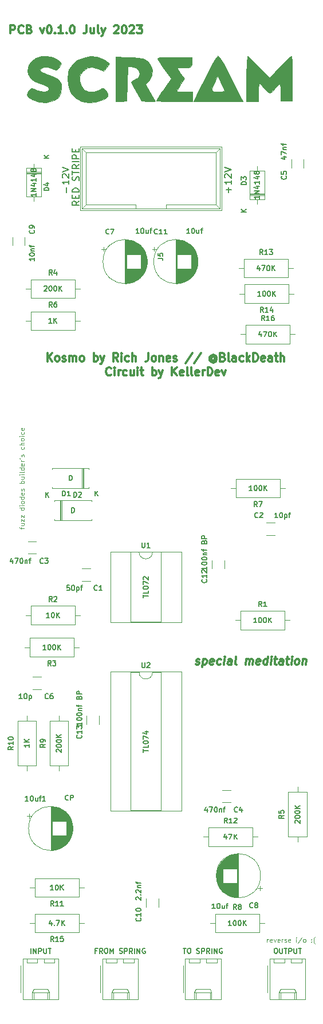
<source format=gbr>
%TF.GenerationSoftware,KiCad,Pcbnew,(5.1.12-1-10_14)*%
%TF.CreationDate,2023-08-06T16:46:36+02:00*%
%TF.ProjectId,springy_board,73707269-6e67-4795-9f62-6f6172642e6b,rev?*%
%TF.SameCoordinates,Original*%
%TF.FileFunction,Legend,Top*%
%TF.FilePolarity,Positive*%
%FSLAX46Y46*%
G04 Gerber Fmt 4.6, Leading zero omitted, Abs format (unit mm)*
G04 Created by KiCad (PCBNEW (5.1.12-1-10_14)) date 2023-08-06 16:46:36*
%MOMM*%
%LPD*%
G01*
G04 APERTURE LIST*
%ADD10C,0.125000*%
%ADD11C,0.300000*%
%ADD12C,0.010000*%
%ADD13C,0.120000*%
%ADD14C,0.150000*%
G04 APERTURE END LIST*
D10*
X383350000Y-24483333D02*
X383350000Y-24216666D01*
X383816666Y-24383333D02*
X383216666Y-24383333D01*
X383150000Y-24350000D01*
X383116666Y-24283333D01*
X383116666Y-24216666D01*
X383350000Y-23683333D02*
X383816666Y-23683333D01*
X383350000Y-23983333D02*
X383716666Y-23983333D01*
X383783333Y-23950000D01*
X383816666Y-23883333D01*
X383816666Y-23783333D01*
X383783333Y-23716666D01*
X383750000Y-23683333D01*
X383350000Y-23416666D02*
X383350000Y-23050000D01*
X383816666Y-23416666D01*
X383816666Y-23050000D01*
X383350000Y-22850000D02*
X383350000Y-22483333D01*
X383816666Y-22850000D01*
X383816666Y-22483333D01*
X383816666Y-21383333D02*
X383116666Y-21383333D01*
X383783333Y-21383333D02*
X383816666Y-21450000D01*
X383816666Y-21583333D01*
X383783333Y-21650000D01*
X383750000Y-21683333D01*
X383683333Y-21716666D01*
X383483333Y-21716666D01*
X383416666Y-21683333D01*
X383383333Y-21650000D01*
X383350000Y-21583333D01*
X383350000Y-21450000D01*
X383383333Y-21383333D01*
X383816666Y-21050000D02*
X383350000Y-21050000D01*
X383116666Y-21050000D02*
X383150000Y-21083333D01*
X383183333Y-21050000D01*
X383150000Y-21016666D01*
X383116666Y-21050000D01*
X383183333Y-21050000D01*
X383816666Y-20616666D02*
X383783333Y-20683333D01*
X383750000Y-20716666D01*
X383683333Y-20750000D01*
X383483333Y-20750000D01*
X383416666Y-20716666D01*
X383383333Y-20683333D01*
X383350000Y-20616666D01*
X383350000Y-20516666D01*
X383383333Y-20450000D01*
X383416666Y-20416666D01*
X383483333Y-20383333D01*
X383683333Y-20383333D01*
X383750000Y-20416666D01*
X383783333Y-20450000D01*
X383816666Y-20516666D01*
X383816666Y-20616666D01*
X383816666Y-19783333D02*
X383116666Y-19783333D01*
X383783333Y-19783333D02*
X383816666Y-19850000D01*
X383816666Y-19983333D01*
X383783333Y-20050000D01*
X383750000Y-20083333D01*
X383683333Y-20116666D01*
X383483333Y-20116666D01*
X383416666Y-20083333D01*
X383383333Y-20050000D01*
X383350000Y-19983333D01*
X383350000Y-19850000D01*
X383383333Y-19783333D01*
X383783333Y-19183333D02*
X383816666Y-19250000D01*
X383816666Y-19383333D01*
X383783333Y-19450000D01*
X383716666Y-19483333D01*
X383450000Y-19483333D01*
X383383333Y-19450000D01*
X383350000Y-19383333D01*
X383350000Y-19250000D01*
X383383333Y-19183333D01*
X383450000Y-19150000D01*
X383516666Y-19150000D01*
X383583333Y-19483333D01*
X383783333Y-18883333D02*
X383816666Y-18816666D01*
X383816666Y-18683333D01*
X383783333Y-18616666D01*
X383716666Y-18583333D01*
X383683333Y-18583333D01*
X383616666Y-18616666D01*
X383583333Y-18683333D01*
X383583333Y-18783333D01*
X383550000Y-18850000D01*
X383483333Y-18883333D01*
X383450000Y-18883333D01*
X383383333Y-18850000D01*
X383350000Y-18783333D01*
X383350000Y-18683333D01*
X383383333Y-18616666D01*
X383816666Y-17750000D02*
X383116666Y-17750000D01*
X383383333Y-17750000D02*
X383350000Y-17683333D01*
X383350000Y-17550000D01*
X383383333Y-17483333D01*
X383416666Y-17450000D01*
X383483333Y-17416666D01*
X383683333Y-17416666D01*
X383750000Y-17450000D01*
X383783333Y-17483333D01*
X383816666Y-17550000D01*
X383816666Y-17683333D01*
X383783333Y-17750000D01*
X383350000Y-16816666D02*
X383816666Y-16816666D01*
X383350000Y-17116666D02*
X383716666Y-17116666D01*
X383783333Y-17083333D01*
X383816666Y-17016666D01*
X383816666Y-16916666D01*
X383783333Y-16850000D01*
X383750000Y-16816666D01*
X383816666Y-16483333D02*
X383350000Y-16483333D01*
X383116666Y-16483333D02*
X383150000Y-16516666D01*
X383183333Y-16483333D01*
X383150000Y-16450000D01*
X383116666Y-16483333D01*
X383183333Y-16483333D01*
X383816666Y-16050000D02*
X383783333Y-16116666D01*
X383716666Y-16150000D01*
X383116666Y-16150000D01*
X383816666Y-15483333D02*
X383116666Y-15483333D01*
X383783333Y-15483333D02*
X383816666Y-15550000D01*
X383816666Y-15683333D01*
X383783333Y-15750000D01*
X383750000Y-15783333D01*
X383683333Y-15816666D01*
X383483333Y-15816666D01*
X383416666Y-15783333D01*
X383383333Y-15750000D01*
X383350000Y-15683333D01*
X383350000Y-15550000D01*
X383383333Y-15483333D01*
X383783333Y-14883333D02*
X383816666Y-14950000D01*
X383816666Y-15083333D01*
X383783333Y-15150000D01*
X383716666Y-15183333D01*
X383450000Y-15183333D01*
X383383333Y-15150000D01*
X383350000Y-15083333D01*
X383350000Y-14950000D01*
X383383333Y-14883333D01*
X383450000Y-14850000D01*
X383516666Y-14850000D01*
X383583333Y-15183333D01*
X383816666Y-14550000D02*
X383350000Y-14550000D01*
X383483333Y-14550000D02*
X383416666Y-14516666D01*
X383383333Y-14483333D01*
X383350000Y-14416666D01*
X383350000Y-14350000D01*
X383116666Y-14083333D02*
X383150000Y-14083333D01*
X383216666Y-14116666D01*
X383250000Y-14150000D01*
X383783333Y-13816666D02*
X383816666Y-13750000D01*
X383816666Y-13616666D01*
X383783333Y-13550000D01*
X383716666Y-13516666D01*
X383683333Y-13516666D01*
X383616666Y-13550000D01*
X383583333Y-13616666D01*
X383583333Y-13716666D01*
X383550000Y-13783333D01*
X383483333Y-13816666D01*
X383450000Y-13816666D01*
X383383333Y-13783333D01*
X383350000Y-13716666D01*
X383350000Y-13616666D01*
X383383333Y-13550000D01*
X383783333Y-12383333D02*
X383816666Y-12450000D01*
X383816666Y-12583333D01*
X383783333Y-12650000D01*
X383750000Y-12683333D01*
X383683333Y-12716666D01*
X383483333Y-12716666D01*
X383416666Y-12683333D01*
X383383333Y-12650000D01*
X383350000Y-12583333D01*
X383350000Y-12450000D01*
X383383333Y-12383333D01*
X383816666Y-12083333D02*
X383116666Y-12083333D01*
X383816666Y-11783333D02*
X383450000Y-11783333D01*
X383383333Y-11816666D01*
X383350000Y-11883333D01*
X383350000Y-11983333D01*
X383383333Y-12050000D01*
X383416666Y-12083333D01*
X383816666Y-11350000D02*
X383783333Y-11416666D01*
X383750000Y-11450000D01*
X383683333Y-11483333D01*
X383483333Y-11483333D01*
X383416666Y-11450000D01*
X383383333Y-11416666D01*
X383350000Y-11350000D01*
X383350000Y-11250000D01*
X383383333Y-11183333D01*
X383416666Y-11150000D01*
X383483333Y-11116666D01*
X383683333Y-11116666D01*
X383750000Y-11150000D01*
X383783333Y-11183333D01*
X383816666Y-11250000D01*
X383816666Y-11350000D01*
X383816666Y-10816666D02*
X383350000Y-10816666D01*
X383116666Y-10816666D02*
X383150000Y-10850000D01*
X383183333Y-10816666D01*
X383150000Y-10783333D01*
X383116666Y-10816666D01*
X383183333Y-10816666D01*
X383783333Y-10183333D02*
X383816666Y-10250000D01*
X383816666Y-10383333D01*
X383783333Y-10450000D01*
X383750000Y-10483333D01*
X383683333Y-10516666D01*
X383483333Y-10516666D01*
X383416666Y-10483333D01*
X383383333Y-10450000D01*
X383350000Y-10383333D01*
X383350000Y-10250000D01*
X383383333Y-10183333D01*
X383783333Y-9616666D02*
X383816666Y-9683333D01*
X383816666Y-9816666D01*
X383783333Y-9883333D01*
X383716666Y-9916666D01*
X383450000Y-9916666D01*
X383383333Y-9883333D01*
X383350000Y-9816666D01*
X383350000Y-9683333D01*
X383383333Y-9616666D01*
X383450000Y-9583333D01*
X383516666Y-9583333D01*
X383583333Y-9916666D01*
X419750000Y-85566666D02*
X419750000Y-85100000D01*
X419750000Y-85233333D02*
X419783333Y-85166666D01*
X419816666Y-85133333D01*
X419883333Y-85100000D01*
X419950000Y-85100000D01*
X420450000Y-85533333D02*
X420383333Y-85566666D01*
X420250000Y-85566666D01*
X420183333Y-85533333D01*
X420150000Y-85466666D01*
X420150000Y-85200000D01*
X420183333Y-85133333D01*
X420250000Y-85100000D01*
X420383333Y-85100000D01*
X420450000Y-85133333D01*
X420483333Y-85200000D01*
X420483333Y-85266666D01*
X420150000Y-85333333D01*
X420716666Y-85100000D02*
X420883333Y-85566666D01*
X421050000Y-85100000D01*
X421583333Y-85533333D02*
X421516666Y-85566666D01*
X421383333Y-85566666D01*
X421316666Y-85533333D01*
X421283333Y-85466666D01*
X421283333Y-85200000D01*
X421316666Y-85133333D01*
X421383333Y-85100000D01*
X421516666Y-85100000D01*
X421583333Y-85133333D01*
X421616666Y-85200000D01*
X421616666Y-85266666D01*
X421283333Y-85333333D01*
X421916666Y-85566666D02*
X421916666Y-85100000D01*
X421916666Y-85233333D02*
X421950000Y-85166666D01*
X421983333Y-85133333D01*
X422050000Y-85100000D01*
X422116666Y-85100000D01*
X422316666Y-85533333D02*
X422383333Y-85566666D01*
X422516666Y-85566666D01*
X422583333Y-85533333D01*
X422616666Y-85466666D01*
X422616666Y-85433333D01*
X422583333Y-85366666D01*
X422516666Y-85333333D01*
X422416666Y-85333333D01*
X422350000Y-85300000D01*
X422316666Y-85233333D01*
X422316666Y-85200000D01*
X422350000Y-85133333D01*
X422416666Y-85100000D01*
X422516666Y-85100000D01*
X422583333Y-85133333D01*
X423183333Y-85533333D02*
X423116666Y-85566666D01*
X422983333Y-85566666D01*
X422916666Y-85533333D01*
X422883333Y-85466666D01*
X422883333Y-85200000D01*
X422916666Y-85133333D01*
X422983333Y-85100000D01*
X423116666Y-85100000D01*
X423183333Y-85133333D01*
X423216666Y-85200000D01*
X423216666Y-85266666D01*
X422883333Y-85333333D01*
X424050000Y-85566666D02*
X424050000Y-85100000D01*
X424050000Y-84866666D02*
X424016666Y-84900000D01*
X424050000Y-84933333D01*
X424083333Y-84900000D01*
X424050000Y-84866666D01*
X424050000Y-84933333D01*
X424883333Y-84833333D02*
X424283333Y-85733333D01*
X425216666Y-85566666D02*
X425150000Y-85533333D01*
X425116666Y-85500000D01*
X425083333Y-85433333D01*
X425083333Y-85233333D01*
X425116666Y-85166666D01*
X425150000Y-85133333D01*
X425216666Y-85100000D01*
X425316666Y-85100000D01*
X425383333Y-85133333D01*
X425416666Y-85166666D01*
X425450000Y-85233333D01*
X425450000Y-85433333D01*
X425416666Y-85500000D01*
X425383333Y-85533333D01*
X425316666Y-85566666D01*
X425216666Y-85566666D01*
X426283333Y-85500000D02*
X426316666Y-85533333D01*
X426283333Y-85566666D01*
X426250000Y-85533333D01*
X426283333Y-85500000D01*
X426283333Y-85566666D01*
X426283333Y-85133333D02*
X426316666Y-85166666D01*
X426283333Y-85200000D01*
X426250000Y-85166666D01*
X426283333Y-85133333D01*
X426283333Y-85200000D01*
X426816666Y-85833333D02*
X426783333Y-85800000D01*
X426716666Y-85700000D01*
X426683333Y-85633333D01*
X426650000Y-85533333D01*
X426616666Y-85366666D01*
X426616666Y-85233333D01*
X426650000Y-85066666D01*
X426683333Y-84966666D01*
X426716666Y-84900000D01*
X426783333Y-84800000D01*
X426816666Y-84766666D01*
D11*
X409205982Y-44485714D02*
X409313125Y-44542857D01*
X409541696Y-44542857D01*
X409663125Y-44485714D01*
X409734553Y-44371428D01*
X409741696Y-44314285D01*
X409698839Y-44200000D01*
X409591696Y-44142857D01*
X409420267Y-44142857D01*
X409313125Y-44085714D01*
X409270267Y-43971428D01*
X409277410Y-43914285D01*
X409348839Y-43800000D01*
X409470267Y-43742857D01*
X409641696Y-43742857D01*
X409748839Y-43800000D01*
X410327410Y-43742857D02*
X410177410Y-44942857D01*
X410320267Y-43800000D02*
X410441696Y-43742857D01*
X410670267Y-43742857D01*
X410777410Y-43800000D01*
X410827410Y-43857142D01*
X410870267Y-43971428D01*
X410827410Y-44314285D01*
X410755982Y-44428571D01*
X410691696Y-44485714D01*
X410570267Y-44542857D01*
X410341696Y-44542857D01*
X410234553Y-44485714D01*
X411777410Y-44485714D02*
X411655982Y-44542857D01*
X411427410Y-44542857D01*
X411320267Y-44485714D01*
X411277410Y-44371428D01*
X411334553Y-43914285D01*
X411405982Y-43800000D01*
X411527410Y-43742857D01*
X411755982Y-43742857D01*
X411863125Y-43800000D01*
X411905982Y-43914285D01*
X411891696Y-44028571D01*
X411305982Y-44142857D01*
X412863125Y-44485714D02*
X412741696Y-44542857D01*
X412513125Y-44542857D01*
X412405982Y-44485714D01*
X412355982Y-44428571D01*
X412313125Y-44314285D01*
X412355982Y-43971428D01*
X412427410Y-43857142D01*
X412491696Y-43800000D01*
X412613125Y-43742857D01*
X412841696Y-43742857D01*
X412948839Y-43800000D01*
X413370267Y-44542857D02*
X413470267Y-43742857D01*
X413520267Y-43342857D02*
X413455982Y-43400000D01*
X413505982Y-43457142D01*
X413570267Y-43400000D01*
X413520267Y-43342857D01*
X413505982Y-43457142D01*
X414455982Y-44542857D02*
X414534553Y-43914285D01*
X414491696Y-43800000D01*
X414384553Y-43742857D01*
X414155982Y-43742857D01*
X414034553Y-43800000D01*
X414463125Y-44485714D02*
X414341696Y-44542857D01*
X414055982Y-44542857D01*
X413948839Y-44485714D01*
X413905982Y-44371428D01*
X413920267Y-44257142D01*
X413991696Y-44142857D01*
X414113125Y-44085714D01*
X414398839Y-44085714D01*
X414520267Y-44028571D01*
X415198839Y-44542857D02*
X415091696Y-44485714D01*
X415048839Y-44371428D01*
X415177410Y-43342857D01*
X416570267Y-44542857D02*
X416670267Y-43742857D01*
X416655982Y-43857142D02*
X416720267Y-43800000D01*
X416841696Y-43742857D01*
X417013125Y-43742857D01*
X417120267Y-43800000D01*
X417163125Y-43914285D01*
X417084553Y-44542857D01*
X417163125Y-43914285D02*
X417234553Y-43800000D01*
X417355982Y-43742857D01*
X417527410Y-43742857D01*
X417634553Y-43800000D01*
X417677410Y-43914285D01*
X417598839Y-44542857D01*
X418634553Y-44485714D02*
X418513125Y-44542857D01*
X418284553Y-44542857D01*
X418177410Y-44485714D01*
X418134553Y-44371428D01*
X418191696Y-43914285D01*
X418263125Y-43800000D01*
X418384553Y-43742857D01*
X418613125Y-43742857D01*
X418720267Y-43800000D01*
X418763125Y-43914285D01*
X418748839Y-44028571D01*
X418163125Y-44142857D01*
X419713125Y-44542857D02*
X419863125Y-43342857D01*
X419720267Y-44485714D02*
X419598839Y-44542857D01*
X419370267Y-44542857D01*
X419263125Y-44485714D01*
X419213125Y-44428571D01*
X419170267Y-44314285D01*
X419213125Y-43971428D01*
X419284553Y-43857142D01*
X419348839Y-43800000D01*
X419470267Y-43742857D01*
X419698839Y-43742857D01*
X419805982Y-43800000D01*
X420284553Y-44542857D02*
X420384553Y-43742857D01*
X420434553Y-43342857D02*
X420370267Y-43400000D01*
X420420267Y-43457142D01*
X420484553Y-43400000D01*
X420434553Y-43342857D01*
X420420267Y-43457142D01*
X420784553Y-43742857D02*
X421241696Y-43742857D01*
X421005982Y-43342857D02*
X420877410Y-44371428D01*
X420920267Y-44485714D01*
X421027410Y-44542857D01*
X421141696Y-44542857D01*
X422055982Y-44542857D02*
X422134553Y-43914285D01*
X422091696Y-43800000D01*
X421984553Y-43742857D01*
X421755982Y-43742857D01*
X421634553Y-43800000D01*
X422063125Y-44485714D02*
X421941696Y-44542857D01*
X421655982Y-44542857D01*
X421548839Y-44485714D01*
X421505982Y-44371428D01*
X421520267Y-44257142D01*
X421591696Y-44142857D01*
X421713125Y-44085714D01*
X421998839Y-44085714D01*
X422120267Y-44028571D01*
X422555982Y-43742857D02*
X423013125Y-43742857D01*
X422777410Y-43342857D02*
X422648839Y-44371428D01*
X422691696Y-44485714D01*
X422798839Y-44542857D01*
X422913125Y-44542857D01*
X423313125Y-44542857D02*
X423413125Y-43742857D01*
X423463125Y-43342857D02*
X423398839Y-43400000D01*
X423448839Y-43457142D01*
X423513125Y-43400000D01*
X423463125Y-43342857D01*
X423448839Y-43457142D01*
X424055982Y-44542857D02*
X423948839Y-44485714D01*
X423898839Y-44428571D01*
X423855982Y-44314285D01*
X423898839Y-43971428D01*
X423970267Y-43857142D01*
X424034553Y-43800000D01*
X424155982Y-43742857D01*
X424327410Y-43742857D01*
X424434553Y-43800000D01*
X424484553Y-43857142D01*
X424527410Y-43971428D01*
X424484553Y-44314285D01*
X424413125Y-44428571D01*
X424348839Y-44485714D01*
X424227410Y-44542857D01*
X424055982Y-44542857D01*
X425070267Y-43742857D02*
X424970267Y-44542857D01*
X425055982Y-43857142D02*
X425120267Y-43800000D01*
X425241696Y-43742857D01*
X425413125Y-43742857D01*
X425520267Y-43800000D01*
X425563125Y-43914285D01*
X425484553Y-44542857D01*
X381814285Y48707142D02*
X381814285Y49907142D01*
X382271428Y49907142D01*
X382385714Y49850000D01*
X382442857Y49792857D01*
X382500000Y49678571D01*
X382500000Y49507142D01*
X382442857Y49392857D01*
X382385714Y49335714D01*
X382271428Y49278571D01*
X381814285Y49278571D01*
X383700000Y48821428D02*
X383642857Y48764285D01*
X383471428Y48707142D01*
X383357142Y48707142D01*
X383185714Y48764285D01*
X383071428Y48878571D01*
X383014285Y48992857D01*
X382957142Y49221428D01*
X382957142Y49392857D01*
X383014285Y49621428D01*
X383071428Y49735714D01*
X383185714Y49850000D01*
X383357142Y49907142D01*
X383471428Y49907142D01*
X383642857Y49850000D01*
X383700000Y49792857D01*
X384614285Y49335714D02*
X384785714Y49278571D01*
X384842857Y49221428D01*
X384900000Y49107142D01*
X384900000Y48935714D01*
X384842857Y48821428D01*
X384785714Y48764285D01*
X384671428Y48707142D01*
X384214285Y48707142D01*
X384214285Y49907142D01*
X384614285Y49907142D01*
X384728571Y49850000D01*
X384785714Y49792857D01*
X384842857Y49678571D01*
X384842857Y49564285D01*
X384785714Y49450000D01*
X384728571Y49392857D01*
X384614285Y49335714D01*
X384214285Y49335714D01*
X386214285Y49507142D02*
X386500000Y48707142D01*
X386785714Y49507142D01*
X387471428Y49907142D02*
X387585714Y49907142D01*
X387700000Y49850000D01*
X387757142Y49792857D01*
X387814285Y49678571D01*
X387871428Y49450000D01*
X387871428Y49164285D01*
X387814285Y48935714D01*
X387757142Y48821428D01*
X387700000Y48764285D01*
X387585714Y48707142D01*
X387471428Y48707142D01*
X387357142Y48764285D01*
X387300000Y48821428D01*
X387242857Y48935714D01*
X387185714Y49164285D01*
X387185714Y49450000D01*
X387242857Y49678571D01*
X387300000Y49792857D01*
X387357142Y49850000D01*
X387471428Y49907142D01*
X388385714Y48821428D02*
X388442857Y48764285D01*
X388385714Y48707142D01*
X388328571Y48764285D01*
X388385714Y48821428D01*
X388385714Y48707142D01*
X389585714Y48707142D02*
X388900000Y48707142D01*
X389242857Y48707142D02*
X389242857Y49907142D01*
X389128571Y49735714D01*
X389014285Y49621428D01*
X388900000Y49564285D01*
X390100000Y48821428D02*
X390157142Y48764285D01*
X390100000Y48707142D01*
X390042857Y48764285D01*
X390100000Y48821428D01*
X390100000Y48707142D01*
X390900000Y49907142D02*
X391014285Y49907142D01*
X391128571Y49850000D01*
X391185714Y49792857D01*
X391242857Y49678571D01*
X391300000Y49450000D01*
X391300000Y49164285D01*
X391242857Y48935714D01*
X391185714Y48821428D01*
X391128571Y48764285D01*
X391014285Y48707142D01*
X390900000Y48707142D01*
X390785714Y48764285D01*
X390728571Y48821428D01*
X390671428Y48935714D01*
X390614285Y49164285D01*
X390614285Y49450000D01*
X390671428Y49678571D01*
X390728571Y49792857D01*
X390785714Y49850000D01*
X390900000Y49907142D01*
X393071428Y49907142D02*
X393071428Y49050000D01*
X393014285Y48878571D01*
X392900000Y48764285D01*
X392728571Y48707142D01*
X392614285Y48707142D01*
X394157142Y49507142D02*
X394157142Y48707142D01*
X393642857Y49507142D02*
X393642857Y48878571D01*
X393700000Y48764285D01*
X393814285Y48707142D01*
X393985714Y48707142D01*
X394100000Y48764285D01*
X394157142Y48821428D01*
X394900000Y48707142D02*
X394785714Y48764285D01*
X394728571Y48878571D01*
X394728571Y49907142D01*
X395242857Y49507142D02*
X395528571Y48707142D01*
X395814285Y49507142D02*
X395528571Y48707142D01*
X395414285Y48421428D01*
X395357142Y48364285D01*
X395242857Y48307142D01*
X397128571Y49792857D02*
X397185714Y49850000D01*
X397300000Y49907142D01*
X397585714Y49907142D01*
X397700000Y49850000D01*
X397757142Y49792857D01*
X397814285Y49678571D01*
X397814285Y49564285D01*
X397757142Y49392857D01*
X397071428Y48707142D01*
X397814285Y48707142D01*
X398557142Y49907142D02*
X398671428Y49907142D01*
X398785714Y49850000D01*
X398842857Y49792857D01*
X398900000Y49678571D01*
X398957142Y49450000D01*
X398957142Y49164285D01*
X398900000Y48935714D01*
X398842857Y48821428D01*
X398785714Y48764285D01*
X398671428Y48707142D01*
X398557142Y48707142D01*
X398442857Y48764285D01*
X398385714Y48821428D01*
X398328571Y48935714D01*
X398271428Y49164285D01*
X398271428Y49450000D01*
X398328571Y49678571D01*
X398385714Y49792857D01*
X398442857Y49850000D01*
X398557142Y49907142D01*
X399414285Y49792857D02*
X399471428Y49850000D01*
X399585714Y49907142D01*
X399871428Y49907142D01*
X399985714Y49850000D01*
X400042857Y49792857D01*
X400100000Y49678571D01*
X400100000Y49564285D01*
X400042857Y49392857D01*
X399357142Y48707142D01*
X400100000Y48707142D01*
X400500000Y49907142D02*
X401242857Y49907142D01*
X400842857Y49450000D01*
X401014285Y49450000D01*
X401128571Y49392857D01*
X401185714Y49335714D01*
X401242857Y49221428D01*
X401242857Y48935714D01*
X401185714Y48821428D01*
X401128571Y48764285D01*
X401014285Y48707142D01*
X400671428Y48707142D01*
X400557142Y48764285D01*
X400500000Y48821428D01*
X387264285Y257142D02*
X387264285Y1457142D01*
X387950000Y257142D02*
X387435714Y942857D01*
X387950000Y1457142D02*
X387264285Y771428D01*
X388635714Y257142D02*
X388521428Y314285D01*
X388464285Y371428D01*
X388407142Y485714D01*
X388407142Y828571D01*
X388464285Y942857D01*
X388521428Y1000000D01*
X388635714Y1057142D01*
X388807142Y1057142D01*
X388921428Y1000000D01*
X388978571Y942857D01*
X389035714Y828571D01*
X389035714Y485714D01*
X388978571Y371428D01*
X388921428Y314285D01*
X388807142Y257142D01*
X388635714Y257142D01*
X389492857Y314285D02*
X389607142Y257142D01*
X389835714Y257142D01*
X389950000Y314285D01*
X390007142Y428571D01*
X390007142Y485714D01*
X389950000Y600000D01*
X389835714Y657142D01*
X389664285Y657142D01*
X389550000Y714285D01*
X389492857Y828571D01*
X389492857Y885714D01*
X389550000Y1000000D01*
X389664285Y1057142D01*
X389835714Y1057142D01*
X389950000Y1000000D01*
X390521428Y257142D02*
X390521428Y1057142D01*
X390521428Y942857D02*
X390578571Y1000000D01*
X390692857Y1057142D01*
X390864285Y1057142D01*
X390978571Y1000000D01*
X391035714Y885714D01*
X391035714Y257142D01*
X391035714Y885714D02*
X391092857Y1000000D01*
X391207142Y1057142D01*
X391378571Y1057142D01*
X391492857Y1000000D01*
X391550000Y885714D01*
X391550000Y257142D01*
X392292857Y257142D02*
X392178571Y314285D01*
X392121428Y371428D01*
X392064285Y485714D01*
X392064285Y828571D01*
X392121428Y942857D01*
X392178571Y1000000D01*
X392292857Y1057142D01*
X392464285Y1057142D01*
X392578571Y1000000D01*
X392635714Y942857D01*
X392692857Y828571D01*
X392692857Y485714D01*
X392635714Y371428D01*
X392578571Y314285D01*
X392464285Y257142D01*
X392292857Y257142D01*
X394121428Y257142D02*
X394121428Y1457142D01*
X394121428Y1000000D02*
X394235714Y1057142D01*
X394464285Y1057142D01*
X394578571Y1000000D01*
X394635714Y942857D01*
X394692857Y828571D01*
X394692857Y485714D01*
X394635714Y371428D01*
X394578571Y314285D01*
X394464285Y257142D01*
X394235714Y257142D01*
X394121428Y314285D01*
X395092857Y1057142D02*
X395378571Y257142D01*
X395664285Y1057142D02*
X395378571Y257142D01*
X395264285Y-28571D01*
X395207142Y-85714D01*
X395092857Y-142857D01*
X397721428Y257142D02*
X397321428Y828571D01*
X397035714Y257142D02*
X397035714Y1457142D01*
X397492857Y1457142D01*
X397607142Y1400000D01*
X397664285Y1342857D01*
X397721428Y1228571D01*
X397721428Y1057142D01*
X397664285Y942857D01*
X397607142Y885714D01*
X397492857Y828571D01*
X397035714Y828571D01*
X398235714Y257142D02*
X398235714Y1057142D01*
X398235714Y1457142D02*
X398178571Y1400000D01*
X398235714Y1342857D01*
X398292857Y1400000D01*
X398235714Y1457142D01*
X398235714Y1342857D01*
X399321428Y314285D02*
X399207142Y257142D01*
X398978571Y257142D01*
X398864285Y314285D01*
X398807142Y371428D01*
X398750000Y485714D01*
X398750000Y828571D01*
X398807142Y942857D01*
X398864285Y1000000D01*
X398978571Y1057142D01*
X399207142Y1057142D01*
X399321428Y1000000D01*
X399835714Y257142D02*
X399835714Y1457142D01*
X400350000Y257142D02*
X400350000Y885714D01*
X400292857Y1000000D01*
X400178571Y1057142D01*
X400007142Y1057142D01*
X399892857Y1000000D01*
X399835714Y942857D01*
X402178571Y1457142D02*
X402178571Y600000D01*
X402121428Y428571D01*
X402007142Y314285D01*
X401835714Y257142D01*
X401721428Y257142D01*
X402921428Y257142D02*
X402807142Y314285D01*
X402750000Y371428D01*
X402692857Y485714D01*
X402692857Y828571D01*
X402750000Y942857D01*
X402807142Y1000000D01*
X402921428Y1057142D01*
X403092857Y1057142D01*
X403207142Y1000000D01*
X403264285Y942857D01*
X403321428Y828571D01*
X403321428Y485714D01*
X403264285Y371428D01*
X403207142Y314285D01*
X403092857Y257142D01*
X402921428Y257142D01*
X403835714Y1057142D02*
X403835714Y257142D01*
X403835714Y942857D02*
X403892857Y1000000D01*
X404007142Y1057142D01*
X404178571Y1057142D01*
X404292857Y1000000D01*
X404350000Y885714D01*
X404350000Y257142D01*
X405378571Y314285D02*
X405264285Y257142D01*
X405035714Y257142D01*
X404921428Y314285D01*
X404864285Y428571D01*
X404864285Y885714D01*
X404921428Y1000000D01*
X405035714Y1057142D01*
X405264285Y1057142D01*
X405378571Y1000000D01*
X405435714Y885714D01*
X405435714Y771428D01*
X404864285Y657142D01*
X405892857Y314285D02*
X406007142Y257142D01*
X406235714Y257142D01*
X406350000Y314285D01*
X406407142Y428571D01*
X406407142Y485714D01*
X406350000Y600000D01*
X406235714Y657142D01*
X406064285Y657142D01*
X405950000Y714285D01*
X405892857Y828571D01*
X405892857Y885714D01*
X405950000Y1000000D01*
X406064285Y1057142D01*
X406235714Y1057142D01*
X406350000Y1000000D01*
X408692857Y1514285D02*
X407664285Y-28571D01*
X409950000Y1514285D02*
X408921428Y-28571D01*
X412007142Y828571D02*
X411950000Y885714D01*
X411835714Y942857D01*
X411721428Y942857D01*
X411607142Y885714D01*
X411550000Y828571D01*
X411492857Y714285D01*
X411492857Y600000D01*
X411550000Y485714D01*
X411607142Y428571D01*
X411721428Y371428D01*
X411835714Y371428D01*
X411950000Y428571D01*
X412007142Y485714D01*
X412007142Y942857D02*
X412007142Y485714D01*
X412064285Y428571D01*
X412121428Y428571D01*
X412235714Y485714D01*
X412292857Y600000D01*
X412292857Y885714D01*
X412178571Y1057142D01*
X412007142Y1171428D01*
X411778571Y1228571D01*
X411550000Y1171428D01*
X411378571Y1057142D01*
X411264285Y885714D01*
X411207142Y657142D01*
X411264285Y428571D01*
X411378571Y257142D01*
X411550000Y142857D01*
X411778571Y85714D01*
X412007142Y142857D01*
X412178571Y257142D01*
X413207142Y885714D02*
X413378571Y828571D01*
X413435714Y771428D01*
X413492857Y657142D01*
X413492857Y485714D01*
X413435714Y371428D01*
X413378571Y314285D01*
X413264285Y257142D01*
X412807142Y257142D01*
X412807142Y1457142D01*
X413207142Y1457142D01*
X413321428Y1400000D01*
X413378571Y1342857D01*
X413435714Y1228571D01*
X413435714Y1114285D01*
X413378571Y1000000D01*
X413321428Y942857D01*
X413207142Y885714D01*
X412807142Y885714D01*
X414178571Y257142D02*
X414064285Y314285D01*
X414007142Y428571D01*
X414007142Y1457142D01*
X415150000Y257142D02*
X415150000Y885714D01*
X415092857Y1000000D01*
X414978571Y1057142D01*
X414750000Y1057142D01*
X414635714Y1000000D01*
X415150000Y314285D02*
X415035714Y257142D01*
X414750000Y257142D01*
X414635714Y314285D01*
X414578571Y428571D01*
X414578571Y542857D01*
X414635714Y657142D01*
X414750000Y714285D01*
X415035714Y714285D01*
X415150000Y771428D01*
X416235714Y314285D02*
X416121428Y257142D01*
X415892857Y257142D01*
X415778571Y314285D01*
X415721428Y371428D01*
X415664285Y485714D01*
X415664285Y828571D01*
X415721428Y942857D01*
X415778571Y1000000D01*
X415892857Y1057142D01*
X416121428Y1057142D01*
X416235714Y1000000D01*
X416750000Y257142D02*
X416750000Y1457142D01*
X416864285Y714285D02*
X417207142Y257142D01*
X417207142Y1057142D02*
X416750000Y600000D01*
X417721428Y257142D02*
X417721428Y1457142D01*
X418007142Y1457142D01*
X418178571Y1400000D01*
X418292857Y1285714D01*
X418350000Y1171428D01*
X418407142Y942857D01*
X418407142Y771428D01*
X418350000Y542857D01*
X418292857Y428571D01*
X418178571Y314285D01*
X418007142Y257142D01*
X417721428Y257142D01*
X419378571Y314285D02*
X419264285Y257142D01*
X419035714Y257142D01*
X418921428Y314285D01*
X418864285Y428571D01*
X418864285Y885714D01*
X418921428Y1000000D01*
X419035714Y1057142D01*
X419264285Y1057142D01*
X419378571Y1000000D01*
X419435714Y885714D01*
X419435714Y771428D01*
X418864285Y657142D01*
X420464285Y257142D02*
X420464285Y885714D01*
X420407142Y1000000D01*
X420292857Y1057142D01*
X420064285Y1057142D01*
X419950000Y1000000D01*
X420464285Y314285D02*
X420350000Y257142D01*
X420064285Y257142D01*
X419950000Y314285D01*
X419892857Y428571D01*
X419892857Y542857D01*
X419950000Y657142D01*
X420064285Y714285D01*
X420350000Y714285D01*
X420464285Y771428D01*
X420864285Y1057142D02*
X421321428Y1057142D01*
X421035714Y1457142D02*
X421035714Y428571D01*
X421092857Y314285D01*
X421207142Y257142D01*
X421321428Y257142D01*
X421721428Y257142D02*
X421721428Y1457142D01*
X422235714Y257142D02*
X422235714Y885714D01*
X422178571Y1000000D01*
X422064285Y1057142D01*
X421892857Y1057142D01*
X421778571Y1000000D01*
X421721428Y942857D01*
X396664285Y-1728571D02*
X396607142Y-1785714D01*
X396435714Y-1842857D01*
X396321428Y-1842857D01*
X396150000Y-1785714D01*
X396035714Y-1671428D01*
X395978571Y-1557142D01*
X395921428Y-1328571D01*
X395921428Y-1157142D01*
X395978571Y-928571D01*
X396035714Y-814285D01*
X396150000Y-700000D01*
X396321428Y-642857D01*
X396435714Y-642857D01*
X396607142Y-700000D01*
X396664285Y-757142D01*
X397178571Y-1842857D02*
X397178571Y-1042857D01*
X397178571Y-642857D02*
X397121428Y-700000D01*
X397178571Y-757142D01*
X397235714Y-700000D01*
X397178571Y-642857D01*
X397178571Y-757142D01*
X397750000Y-1842857D02*
X397750000Y-1042857D01*
X397750000Y-1271428D02*
X397807142Y-1157142D01*
X397864285Y-1100000D01*
X397978571Y-1042857D01*
X398092857Y-1042857D01*
X399007142Y-1785714D02*
X398892857Y-1842857D01*
X398664285Y-1842857D01*
X398550000Y-1785714D01*
X398492857Y-1728571D01*
X398435714Y-1614285D01*
X398435714Y-1271428D01*
X398492857Y-1157142D01*
X398550000Y-1100000D01*
X398664285Y-1042857D01*
X398892857Y-1042857D01*
X399007142Y-1100000D01*
X400035714Y-1042857D02*
X400035714Y-1842857D01*
X399521428Y-1042857D02*
X399521428Y-1671428D01*
X399578571Y-1785714D01*
X399692857Y-1842857D01*
X399864285Y-1842857D01*
X399978571Y-1785714D01*
X400035714Y-1728571D01*
X400607142Y-1842857D02*
X400607142Y-1042857D01*
X400607142Y-642857D02*
X400550000Y-700000D01*
X400607142Y-757142D01*
X400664285Y-700000D01*
X400607142Y-642857D01*
X400607142Y-757142D01*
X401007142Y-1042857D02*
X401464285Y-1042857D01*
X401178571Y-642857D02*
X401178571Y-1671428D01*
X401235714Y-1785714D01*
X401350000Y-1842857D01*
X401464285Y-1842857D01*
X402778571Y-1842857D02*
X402778571Y-642857D01*
X402778571Y-1100000D02*
X402892857Y-1042857D01*
X403121428Y-1042857D01*
X403235714Y-1100000D01*
X403292857Y-1157142D01*
X403350000Y-1271428D01*
X403350000Y-1614285D01*
X403292857Y-1728571D01*
X403235714Y-1785714D01*
X403121428Y-1842857D01*
X402892857Y-1842857D01*
X402778571Y-1785714D01*
X403750000Y-1042857D02*
X404035714Y-1842857D01*
X404321428Y-1042857D02*
X404035714Y-1842857D01*
X403921428Y-2128571D01*
X403864285Y-2185714D01*
X403750000Y-2242857D01*
X405692857Y-1842857D02*
X405692857Y-642857D01*
X406378571Y-1842857D02*
X405864285Y-1157142D01*
X406378571Y-642857D02*
X405692857Y-1328571D01*
X407350000Y-1785714D02*
X407235714Y-1842857D01*
X407007142Y-1842857D01*
X406892857Y-1785714D01*
X406835714Y-1671428D01*
X406835714Y-1214285D01*
X406892857Y-1100000D01*
X407007142Y-1042857D01*
X407235714Y-1042857D01*
X407350000Y-1100000D01*
X407407142Y-1214285D01*
X407407142Y-1328571D01*
X406835714Y-1442857D01*
X408092857Y-1842857D02*
X407978571Y-1785714D01*
X407921428Y-1671428D01*
X407921428Y-642857D01*
X408721428Y-1842857D02*
X408607142Y-1785714D01*
X408550000Y-1671428D01*
X408550000Y-642857D01*
X409635714Y-1785714D02*
X409521428Y-1842857D01*
X409292857Y-1842857D01*
X409178571Y-1785714D01*
X409121428Y-1671428D01*
X409121428Y-1214285D01*
X409178571Y-1100000D01*
X409292857Y-1042857D01*
X409521428Y-1042857D01*
X409635714Y-1100000D01*
X409692857Y-1214285D01*
X409692857Y-1328571D01*
X409121428Y-1442857D01*
X410207142Y-1842857D02*
X410207142Y-1042857D01*
X410207142Y-1271428D02*
X410264285Y-1157142D01*
X410321428Y-1100000D01*
X410435714Y-1042857D01*
X410550000Y-1042857D01*
X410950000Y-1842857D02*
X410950000Y-642857D01*
X411235714Y-642857D01*
X411407142Y-700000D01*
X411521428Y-814285D01*
X411578571Y-928571D01*
X411635714Y-1157142D01*
X411635714Y-1328571D01*
X411578571Y-1557142D01*
X411521428Y-1671428D01*
X411407142Y-1785714D01*
X411235714Y-1842857D01*
X410950000Y-1842857D01*
X412607142Y-1785714D02*
X412492857Y-1842857D01*
X412264285Y-1842857D01*
X412150000Y-1785714D01*
X412092857Y-1671428D01*
X412092857Y-1214285D01*
X412150000Y-1100000D01*
X412264285Y-1042857D01*
X412492857Y-1042857D01*
X412607142Y-1100000D01*
X412664285Y-1214285D01*
X412664285Y-1328571D01*
X412092857Y-1442857D01*
X413064285Y-1042857D02*
X413350000Y-1842857D01*
X413635714Y-1042857D01*
D12*
%TO.C,G\u002A\u002A\u002A*%
G36*
X423351194Y45371301D02*
G01*
X423373685Y45180832D01*
X423395485Y44691997D01*
X423415061Y43961674D01*
X423430884Y43046741D01*
X423441275Y42025381D01*
X423463965Y38746853D01*
X421745805Y38746853D01*
X421745805Y40034923D01*
X421730711Y40659880D01*
X421690883Y41117579D01*
X421634503Y41319769D01*
X421626429Y41322685D01*
X421453158Y41198552D01*
X421137727Y40880519D01*
X420898900Y40611888D01*
X420521435Y40210271D01*
X420214623Y39952688D01*
X420099600Y39901399D01*
X419884344Y40026645D01*
X419540376Y40347533D01*
X419300299Y40611888D01*
X418937952Y41011541D01*
X418665387Y41269266D01*
X418575969Y41322378D01*
X418520434Y41159257D01*
X418479354Y40727767D01*
X418460298Y40114716D01*
X418459791Y39990210D01*
X418459791Y38658042D01*
X416683567Y38658042D01*
X416683567Y41933573D01*
X416691775Y42976375D01*
X416714592Y43892810D01*
X416749310Y44625276D01*
X416793222Y45116170D01*
X416842197Y45307143D01*
X417017168Y45223065D01*
X417381333Y44922975D01*
X417883679Y44452589D01*
X418473195Y43857621D01*
X418553748Y43773327D01*
X420106669Y42141473D01*
X421695236Y43790083D01*
X422293391Y44400856D01*
X422799341Y44898606D01*
X423165192Y45237602D01*
X423343050Y45372109D01*
X423351194Y45371301D01*
G37*
X423351194Y45371301D02*
X423373685Y45180832D01*
X423395485Y44691997D01*
X423415061Y43961674D01*
X423430884Y43046741D01*
X423441275Y42025381D01*
X423463965Y38746853D01*
X421745805Y38746853D01*
X421745805Y40034923D01*
X421730711Y40659880D01*
X421690883Y41117579D01*
X421634503Y41319769D01*
X421626429Y41322685D01*
X421453158Y41198552D01*
X421137727Y40880519D01*
X420898900Y40611888D01*
X420521435Y40210271D01*
X420214623Y39952688D01*
X420099600Y39901399D01*
X419884344Y40026645D01*
X419540376Y40347533D01*
X419300299Y40611888D01*
X418937952Y41011541D01*
X418665387Y41269266D01*
X418575969Y41322378D01*
X418520434Y41159257D01*
X418479354Y40727767D01*
X418460298Y40114716D01*
X418459791Y39990210D01*
X418459791Y38658042D01*
X416683567Y38658042D01*
X416683567Y41933573D01*
X416691775Y42976375D01*
X416714592Y43892810D01*
X416749310Y44625276D01*
X416793222Y45116170D01*
X416842197Y45307143D01*
X417017168Y45223065D01*
X417381333Y44922975D01*
X417883679Y44452589D01*
X418473195Y43857621D01*
X418553748Y43773327D01*
X420106669Y42141473D01*
X421695236Y43790083D01*
X422293391Y44400856D01*
X422799341Y44898606D01*
X423165192Y45237602D01*
X423343050Y45372109D01*
X423351194Y45371301D01*
G36*
X412549599Y45354416D02*
G01*
X412717946Y45172659D01*
X412948448Y44829531D01*
X413260382Y44292141D01*
X413673026Y43527598D01*
X414205658Y42503010D01*
X414740462Y41455594D01*
X416161673Y38658042D01*
X408866405Y38658042D01*
X409742283Y40407955D01*
X411569758Y40407955D01*
X411650244Y40184609D01*
X411957262Y40095248D01*
X412509441Y40079021D01*
X413042626Y40100887D01*
X413393764Y40157301D01*
X413477618Y40212238D01*
X413402554Y40430369D01*
X413214742Y40871121D01*
X412967793Y41411189D01*
X412466715Y42476923D01*
X412001351Y41500000D01*
X411694047Y40826135D01*
X411569758Y40407955D01*
X409742283Y40407955D01*
X410555595Y42032867D01*
X411063670Y43031828D01*
X411527483Y43913402D01*
X411921311Y44631131D01*
X412219428Y45138555D01*
X412396114Y45389213D01*
X412424129Y45407692D01*
X412549599Y45354416D01*
G37*
X412549599Y45354416D02*
X412717946Y45172659D01*
X412948448Y44829531D01*
X413260382Y44292141D01*
X413673026Y43527598D01*
X414205658Y42503010D01*
X414740462Y41455594D01*
X416161673Y38658042D01*
X408866405Y38658042D01*
X409742283Y40407955D01*
X411569758Y40407955D01*
X411650244Y40184609D01*
X411957262Y40095248D01*
X412509441Y40079021D01*
X413042626Y40100887D01*
X413393764Y40157301D01*
X413477618Y40212238D01*
X413402554Y40430369D01*
X413214742Y40871121D01*
X412967793Y41411189D01*
X412466715Y42476923D01*
X412001351Y41500000D01*
X411694047Y40826135D01*
X411569758Y40407955D01*
X409742283Y40407955D01*
X410555595Y42032867D01*
X411063670Y43031828D01*
X411527483Y43913402D01*
X411921311Y44631131D01*
X412219428Y45138555D01*
X412396114Y45389213D01*
X412424129Y45407692D01*
X412549599Y45354416D01*
G36*
X406070630Y45190541D02*
G01*
X408601749Y45141259D01*
X408659331Y44538207D01*
X408649325Y44086867D01*
X408473391Y43812894D01*
X408071227Y43675660D01*
X407382533Y43634532D01*
X407317647Y43634188D01*
X406388790Y43631469D01*
X406943983Y42843809D01*
X407499177Y42056150D01*
X406940323Y41185252D01*
X406638916Y40696844D01*
X406436012Y40332238D01*
X406381469Y40196687D01*
X406543506Y40136760D01*
X406967459Y40094379D01*
X407536014Y40079021D01*
X408690560Y40079021D01*
X408690560Y38658042D01*
X406026224Y38658042D01*
X405099022Y38664516D01*
X404312157Y38682356D01*
X403727027Y38709187D01*
X403405028Y38742634D01*
X403361889Y38761099D01*
X403456342Y38940935D01*
X403712053Y39347998D01*
X404087548Y39917797D01*
X404447243Y40448817D01*
X405532598Y42033477D01*
X404536054Y43408413D01*
X404104292Y44026792D01*
X403766811Y44553293D01*
X403570423Y44912607D01*
X403539511Y45011586D01*
X403617695Y45103919D01*
X403881345Y45164591D01*
X404374103Y45196690D01*
X405139613Y45203301D01*
X406070630Y45190541D01*
G37*
X406070630Y45190541D02*
X408601749Y45141259D01*
X408659331Y44538207D01*
X408649325Y44086867D01*
X408473391Y43812894D01*
X408071227Y43675660D01*
X407382533Y43634532D01*
X407317647Y43634188D01*
X406388790Y43631469D01*
X406943983Y42843809D01*
X407499177Y42056150D01*
X406940323Y41185252D01*
X406638916Y40696844D01*
X406436012Y40332238D01*
X406381469Y40196687D01*
X406543506Y40136760D01*
X406967459Y40094379D01*
X407536014Y40079021D01*
X408690560Y40079021D01*
X408690560Y38658042D01*
X406026224Y38658042D01*
X405099022Y38664516D01*
X404312157Y38682356D01*
X403727027Y38709187D01*
X403405028Y38742634D01*
X403361889Y38761099D01*
X403456342Y38940935D01*
X403712053Y39347998D01*
X404087548Y39917797D01*
X404447243Y40448817D01*
X405532598Y42033477D01*
X404536054Y43408413D01*
X404104292Y44026792D01*
X403766811Y44553293D01*
X403570423Y44912607D01*
X403539511Y45011586D01*
X403617695Y45103919D01*
X403881345Y45164591D01*
X404374103Y45196690D01*
X405139613Y45203301D01*
X406070630Y45190541D01*
G36*
X399054546Y45220045D02*
G01*
X399879685Y45193814D01*
X400637819Y45131961D01*
X401212985Y45045503D01*
X401391406Y44998017D01*
X402069274Y44596479D01*
X402528253Y43995874D01*
X402746084Y43282400D01*
X402700510Y42542258D01*
X402369275Y41861647D01*
X402239963Y41711670D01*
X401739715Y41189524D01*
X402461991Y40009466D01*
X402803464Y39440256D01*
X403057830Y38994709D01*
X403179729Y38752866D01*
X403184266Y38734861D01*
X403023779Y38692177D01*
X402608902Y38679973D01*
X402185618Y38693584D01*
X401186969Y38746853D01*
X400418346Y40079021D01*
X400070219Y40694901D01*
X399802044Y41193089D01*
X399655742Y41494712D01*
X399640770Y41542022D01*
X399781917Y41687634D01*
X400142998Y41884290D01*
X400253497Y41932609D01*
X400678488Y42163433D01*
X400851665Y42450909D01*
X400875175Y42724221D01*
X400716934Y43268236D01*
X400289447Y43649487D01*
X399663570Y43807827D01*
X399597173Y43809091D01*
X399108705Y43809091D01*
X399059423Y41277972D01*
X399010140Y38746853D01*
X398166434Y38692715D01*
X397322728Y38638578D01*
X397322728Y45230070D01*
X399054546Y45220045D01*
G37*
X399054546Y45220045D02*
X399879685Y45193814D01*
X400637819Y45131961D01*
X401212985Y45045503D01*
X401391406Y44998017D01*
X402069274Y44596479D01*
X402528253Y43995874D01*
X402746084Y43282400D01*
X402700510Y42542258D01*
X402369275Y41861647D01*
X402239963Y41711670D01*
X401739715Y41189524D01*
X402461991Y40009466D01*
X402803464Y39440256D01*
X403057830Y38994709D01*
X403179729Y38752866D01*
X403184266Y38734861D01*
X403023779Y38692177D01*
X402608902Y38679973D01*
X402185618Y38693584D01*
X401186969Y38746853D01*
X400418346Y40079021D01*
X400070219Y40694901D01*
X399802044Y41193089D01*
X399655742Y41494712D01*
X399640770Y41542022D01*
X399781917Y41687634D01*
X400142998Y41884290D01*
X400253497Y41932609D01*
X400678488Y42163433D01*
X400851665Y42450909D01*
X400875175Y42724221D01*
X400716934Y43268236D01*
X400289447Y43649487D01*
X399663570Y43807827D01*
X399597173Y43809091D01*
X399108705Y43809091D01*
X399059423Y41277972D01*
X399010140Y38746853D01*
X398166434Y38692715D01*
X397322728Y38638578D01*
X397322728Y45230070D01*
X399054546Y45220045D01*
G36*
X394597350Y45258027D02*
G01*
X395510768Y44938711D01*
X395955278Y44643695D01*
X396435865Y44253147D01*
X395987428Y43687524D01*
X395538991Y43121900D01*
X394763299Y43465026D01*
X393913406Y43705385D01*
X393182270Y43614592D01*
X392551987Y43189402D01*
X392415617Y43039475D01*
X392122070Y42619533D01*
X392019194Y42201675D01*
X392046377Y41691661D01*
X392277178Y40912465D01*
X392738360Y40378755D01*
X393385822Y40110496D01*
X394175464Y40127654D01*
X394932646Y40384955D01*
X395352425Y40569288D01*
X395594513Y40579246D01*
X395800807Y40395570D01*
X395914250Y40251738D01*
X396170525Y39808845D01*
X396141027Y39452107D01*
X395802688Y39122776D01*
X395375651Y38880070D01*
X394413720Y38564794D01*
X393363154Y38498147D01*
X392372486Y38685627D01*
X392176964Y38761680D01*
X391413385Y39191102D01*
X390864257Y39768821D01*
X390554177Y40293973D01*
X390302408Y41082537D01*
X390225090Y42013544D01*
X390327622Y42916995D01*
X390457808Y43329109D01*
X390969512Y44122978D01*
X391717077Y44731398D01*
X392622745Y45135776D01*
X393608756Y45317517D01*
X394597350Y45258027D01*
G37*
X394597350Y45258027D02*
X395510768Y44938711D01*
X395955278Y44643695D01*
X396435865Y44253147D01*
X395987428Y43687524D01*
X395538991Y43121900D01*
X394763299Y43465026D01*
X393913406Y43705385D01*
X393182270Y43614592D01*
X392551987Y43189402D01*
X392415617Y43039475D01*
X392122070Y42619533D01*
X392019194Y42201675D01*
X392046377Y41691661D01*
X392277178Y40912465D01*
X392738360Y40378755D01*
X393385822Y40110496D01*
X394175464Y40127654D01*
X394932646Y40384955D01*
X395352425Y40569288D01*
X395594513Y40579246D01*
X395800807Y40395570D01*
X395914250Y40251738D01*
X396170525Y39808845D01*
X396141027Y39452107D01*
X395802688Y39122776D01*
X395375651Y38880070D01*
X394413720Y38564794D01*
X393363154Y38498147D01*
X392372486Y38685627D01*
X392176964Y38761680D01*
X391413385Y39191102D01*
X390864257Y39768821D01*
X390554177Y40293973D01*
X390302408Y41082537D01*
X390225090Y42013544D01*
X390327622Y42916995D01*
X390457808Y43329109D01*
X390969512Y44122978D01*
X391717077Y44731398D01*
X392622745Y45135776D01*
X393608756Y45317517D01*
X394597350Y45258027D01*
G36*
X388126207Y45172787D02*
G01*
X388758234Y44872344D01*
X389188570Y44541784D01*
X389296422Y44213536D01*
X389099109Y43792930D01*
X388984373Y43636374D01*
X388751400Y43363221D01*
X388542949Y43291985D01*
X388217508Y43403410D01*
X388005373Y43503157D01*
X387255674Y43763452D01*
X386667551Y43764887D01*
X386316598Y43550438D01*
X386181719Y43284475D01*
X386297615Y43063166D01*
X386700006Y42853620D01*
X387278534Y42664667D01*
X387936320Y42417732D01*
X388541386Y42099858D01*
X388785041Y41926739D01*
X389143059Y41560624D01*
X389299492Y41161758D01*
X389329721Y40673233D01*
X389260196Y39907457D01*
X389011575Y39377629D01*
X388523788Y38984986D01*
X388205250Y38824465D01*
X387132708Y38523110D01*
X386032739Y38554631D01*
X385060014Y38880070D01*
X384494246Y39225110D01*
X384253360Y39556851D01*
X384314269Y39933509D01*
X384517881Y40247052D01*
X384742926Y40511246D01*
X384945543Y40589177D01*
X385259231Y40496296D01*
X385552352Y40366783D01*
X386193097Y40157508D01*
X386779528Y40102401D01*
X387227510Y40194932D01*
X387452906Y40428572D01*
X387464686Y40515182D01*
X387382052Y40738549D01*
X387093281Y40946893D01*
X386537065Y41179758D01*
X386310140Y41259879D01*
X385374179Y41664482D01*
X384759053Y42138539D01*
X384432169Y42715624D01*
X384356294Y43272501D01*
X384513270Y44018724D01*
X384942391Y44623531D01*
X385580953Y45064131D01*
X386366247Y45317734D01*
X387235567Y45361549D01*
X388126207Y45172787D01*
G37*
X388126207Y45172787D02*
X388758234Y44872344D01*
X389188570Y44541784D01*
X389296422Y44213536D01*
X389099109Y43792930D01*
X388984373Y43636374D01*
X388751400Y43363221D01*
X388542949Y43291985D01*
X388217508Y43403410D01*
X388005373Y43503157D01*
X387255674Y43763452D01*
X386667551Y43764887D01*
X386316598Y43550438D01*
X386181719Y43284475D01*
X386297615Y43063166D01*
X386700006Y42853620D01*
X387278534Y42664667D01*
X387936320Y42417732D01*
X388541386Y42099858D01*
X388785041Y41926739D01*
X389143059Y41560624D01*
X389299492Y41161758D01*
X389329721Y40673233D01*
X389260196Y39907457D01*
X389011575Y39377629D01*
X388523788Y38984986D01*
X388205250Y38824465D01*
X387132708Y38523110D01*
X386032739Y38554631D01*
X385060014Y38880070D01*
X384494246Y39225110D01*
X384253360Y39556851D01*
X384314269Y39933509D01*
X384517881Y40247052D01*
X384742926Y40511246D01*
X384945543Y40589177D01*
X385259231Y40496296D01*
X385552352Y40366783D01*
X386193097Y40157508D01*
X386779528Y40102401D01*
X387227510Y40194932D01*
X387452906Y40428572D01*
X387464686Y40515182D01*
X387382052Y40738549D01*
X387093281Y40946893D01*
X386537065Y41179758D01*
X386310140Y41259879D01*
X385374179Y41664482D01*
X384759053Y42138539D01*
X384432169Y42715624D01*
X384356294Y43272501D01*
X384513270Y44018724D01*
X384942391Y44623531D01*
X385580953Y45064131D01*
X386366247Y45317734D01*
X387235567Y45361549D01*
X388126207Y45172787D01*
D13*
%TO.C,10uf1*%
X391020000Y-68750000D02*
G75*
G03*
X391020000Y-68750000I-3270000J0D01*
G01*
X387750000Y-65520000D02*
X387750000Y-71980000D01*
X387790000Y-65520000D02*
X387790000Y-71980000D01*
X387830000Y-65520000D02*
X387830000Y-71980000D01*
X387870000Y-65522000D02*
X387870000Y-71978000D01*
X387910000Y-65523000D02*
X387910000Y-71977000D01*
X387950000Y-65526000D02*
X387950000Y-71974000D01*
X387990000Y-65528000D02*
X387990000Y-67710000D01*
X387990000Y-69790000D02*
X387990000Y-71972000D01*
X388030000Y-65532000D02*
X388030000Y-67710000D01*
X388030000Y-69790000D02*
X388030000Y-71968000D01*
X388070000Y-65535000D02*
X388070000Y-67710000D01*
X388070000Y-69790000D02*
X388070000Y-71965000D01*
X388110000Y-65539000D02*
X388110000Y-67710000D01*
X388110000Y-69790000D02*
X388110000Y-71961000D01*
X388150000Y-65544000D02*
X388150000Y-67710000D01*
X388150000Y-69790000D02*
X388150000Y-71956000D01*
X388190000Y-65549000D02*
X388190000Y-67710000D01*
X388190000Y-69790000D02*
X388190000Y-71951000D01*
X388230000Y-65555000D02*
X388230000Y-67710000D01*
X388230000Y-69790000D02*
X388230000Y-71945000D01*
X388270000Y-65561000D02*
X388270000Y-67710000D01*
X388270000Y-69790000D02*
X388270000Y-71939000D01*
X388310000Y-65568000D02*
X388310000Y-67710000D01*
X388310000Y-69790000D02*
X388310000Y-71932000D01*
X388350000Y-65575000D02*
X388350000Y-67710000D01*
X388350000Y-69790000D02*
X388350000Y-71925000D01*
X388390000Y-65583000D02*
X388390000Y-67710000D01*
X388390000Y-69790000D02*
X388390000Y-71917000D01*
X388430000Y-65591000D02*
X388430000Y-67710000D01*
X388430000Y-69790000D02*
X388430000Y-71909000D01*
X388471000Y-65600000D02*
X388471000Y-67710000D01*
X388471000Y-69790000D02*
X388471000Y-71900000D01*
X388511000Y-65609000D02*
X388511000Y-67710000D01*
X388511000Y-69790000D02*
X388511000Y-71891000D01*
X388551000Y-65619000D02*
X388551000Y-67710000D01*
X388551000Y-69790000D02*
X388551000Y-71881000D01*
X388591000Y-65629000D02*
X388591000Y-67710000D01*
X388591000Y-69790000D02*
X388591000Y-71871000D01*
X388631000Y-65640000D02*
X388631000Y-67710000D01*
X388631000Y-69790000D02*
X388631000Y-71860000D01*
X388671000Y-65652000D02*
X388671000Y-67710000D01*
X388671000Y-69790000D02*
X388671000Y-71848000D01*
X388711000Y-65664000D02*
X388711000Y-67710000D01*
X388711000Y-69790000D02*
X388711000Y-71836000D01*
X388751000Y-65676000D02*
X388751000Y-67710000D01*
X388751000Y-69790000D02*
X388751000Y-71824000D01*
X388791000Y-65689000D02*
X388791000Y-67710000D01*
X388791000Y-69790000D02*
X388791000Y-71811000D01*
X388831000Y-65703000D02*
X388831000Y-67710000D01*
X388831000Y-69790000D02*
X388831000Y-71797000D01*
X388871000Y-65717000D02*
X388871000Y-67710000D01*
X388871000Y-69790000D02*
X388871000Y-71783000D01*
X388911000Y-65732000D02*
X388911000Y-67710000D01*
X388911000Y-69790000D02*
X388911000Y-71768000D01*
X388951000Y-65748000D02*
X388951000Y-67710000D01*
X388951000Y-69790000D02*
X388951000Y-71752000D01*
X388991000Y-65764000D02*
X388991000Y-67710000D01*
X388991000Y-69790000D02*
X388991000Y-71736000D01*
X389031000Y-65780000D02*
X389031000Y-67710000D01*
X389031000Y-69790000D02*
X389031000Y-71720000D01*
X389071000Y-65798000D02*
X389071000Y-67710000D01*
X389071000Y-69790000D02*
X389071000Y-71702000D01*
X389111000Y-65816000D02*
X389111000Y-67710000D01*
X389111000Y-69790000D02*
X389111000Y-71684000D01*
X389151000Y-65834000D02*
X389151000Y-67710000D01*
X389151000Y-69790000D02*
X389151000Y-71666000D01*
X389191000Y-65854000D02*
X389191000Y-67710000D01*
X389191000Y-69790000D02*
X389191000Y-71646000D01*
X389231000Y-65874000D02*
X389231000Y-67710000D01*
X389231000Y-69790000D02*
X389231000Y-71626000D01*
X389271000Y-65894000D02*
X389271000Y-67710000D01*
X389271000Y-69790000D02*
X389271000Y-71606000D01*
X389311000Y-65916000D02*
X389311000Y-67710000D01*
X389311000Y-69790000D02*
X389311000Y-71584000D01*
X389351000Y-65938000D02*
X389351000Y-67710000D01*
X389351000Y-69790000D02*
X389351000Y-71562000D01*
X389391000Y-65960000D02*
X389391000Y-67710000D01*
X389391000Y-69790000D02*
X389391000Y-71540000D01*
X389431000Y-65984000D02*
X389431000Y-67710000D01*
X389431000Y-69790000D02*
X389431000Y-71516000D01*
X389471000Y-66008000D02*
X389471000Y-67710000D01*
X389471000Y-69790000D02*
X389471000Y-71492000D01*
X389511000Y-66034000D02*
X389511000Y-67710000D01*
X389511000Y-69790000D02*
X389511000Y-71466000D01*
X389551000Y-66060000D02*
X389551000Y-67710000D01*
X389551000Y-69790000D02*
X389551000Y-71440000D01*
X389591000Y-66086000D02*
X389591000Y-67710000D01*
X389591000Y-69790000D02*
X389591000Y-71414000D01*
X389631000Y-66114000D02*
X389631000Y-67710000D01*
X389631000Y-69790000D02*
X389631000Y-71386000D01*
X389671000Y-66143000D02*
X389671000Y-67710000D01*
X389671000Y-69790000D02*
X389671000Y-71357000D01*
X389711000Y-66172000D02*
X389711000Y-67710000D01*
X389711000Y-69790000D02*
X389711000Y-71328000D01*
X389751000Y-66202000D02*
X389751000Y-67710000D01*
X389751000Y-69790000D02*
X389751000Y-71298000D01*
X389791000Y-66234000D02*
X389791000Y-67710000D01*
X389791000Y-69790000D02*
X389791000Y-71266000D01*
X389831000Y-66266000D02*
X389831000Y-67710000D01*
X389831000Y-69790000D02*
X389831000Y-71234000D01*
X389871000Y-66300000D02*
X389871000Y-67710000D01*
X389871000Y-69790000D02*
X389871000Y-71200000D01*
X389911000Y-66334000D02*
X389911000Y-67710000D01*
X389911000Y-69790000D02*
X389911000Y-71166000D01*
X389951000Y-66370000D02*
X389951000Y-67710000D01*
X389951000Y-69790000D02*
X389951000Y-71130000D01*
X389991000Y-66407000D02*
X389991000Y-67710000D01*
X389991000Y-69790000D02*
X389991000Y-71093000D01*
X390031000Y-66445000D02*
X390031000Y-67710000D01*
X390031000Y-69790000D02*
X390031000Y-71055000D01*
X390071000Y-66485000D02*
X390071000Y-71015000D01*
X390111000Y-66526000D02*
X390111000Y-70974000D01*
X390151000Y-66568000D02*
X390151000Y-70932000D01*
X390191000Y-66613000D02*
X390191000Y-70887000D01*
X390231000Y-66658000D02*
X390231000Y-70842000D01*
X390271000Y-66706000D02*
X390271000Y-70794000D01*
X390311000Y-66755000D02*
X390311000Y-70745000D01*
X390351000Y-66806000D02*
X390351000Y-70694000D01*
X390391000Y-66860000D02*
X390391000Y-70640000D01*
X390431000Y-66916000D02*
X390431000Y-70584000D01*
X390471000Y-66974000D02*
X390471000Y-70526000D01*
X390511000Y-67036000D02*
X390511000Y-70464000D01*
X390551000Y-67100000D02*
X390551000Y-70400000D01*
X390591000Y-67169000D02*
X390591000Y-70331000D01*
X390631000Y-67241000D02*
X390631000Y-70259000D01*
X390671000Y-67318000D02*
X390671000Y-70182000D01*
X390711000Y-67400000D02*
X390711000Y-70100000D01*
X390751000Y-67488000D02*
X390751000Y-70012000D01*
X390791000Y-67585000D02*
X390791000Y-69915000D01*
X390831000Y-67691000D02*
X390831000Y-69809000D01*
X390871000Y-67810000D02*
X390871000Y-69690000D01*
X390911000Y-67948000D02*
X390911000Y-69552000D01*
X390951000Y-68117000D02*
X390951000Y-69383000D01*
X390991000Y-68348000D02*
X390991000Y-69152000D01*
X384249759Y-66911000D02*
X384879759Y-66911000D01*
X384564759Y-66596000D02*
X384564759Y-67226000D01*
%TO.C,C1*%
X393629000Y-30330000D02*
X392371000Y-30330000D01*
X393629000Y-32170000D02*
X392371000Y-32170000D01*
%TO.C,C2*%
X419621000Y-23580000D02*
X420879000Y-23580000D01*
X419621000Y-25420000D02*
X420879000Y-25420000D01*
%TO.C,C3*%
X385629000Y-28170000D02*
X384371000Y-28170000D01*
X385629000Y-26330000D02*
X384371000Y-26330000D01*
%TO.C,C4*%
X414379000Y-63080000D02*
X413121000Y-63080000D01*
X414379000Y-64920000D02*
X413121000Y-64920000D01*
%TO.C,C5*%
X425170000Y28871000D02*
X425170000Y30129000D01*
X423330000Y28871000D02*
X423330000Y30129000D01*
%TO.C,C6*%
X386379000Y-48170000D02*
X385121000Y-48170000D01*
X386379000Y-46330000D02*
X385121000Y-46330000D01*
%TO.C,C8*%
X418770000Y-75750000D02*
G75*
G03*
X418770000Y-75750000I-3270000J0D01*
G01*
X415500000Y-78980000D02*
X415500000Y-72520000D01*
X415460000Y-78980000D02*
X415460000Y-72520000D01*
X415420000Y-78980000D02*
X415420000Y-72520000D01*
X415380000Y-78978000D02*
X415380000Y-72522000D01*
X415340000Y-78977000D02*
X415340000Y-72523000D01*
X415300000Y-78974000D02*
X415300000Y-72526000D01*
X415260000Y-78972000D02*
X415260000Y-76790000D01*
X415260000Y-74710000D02*
X415260000Y-72528000D01*
X415220000Y-78968000D02*
X415220000Y-76790000D01*
X415220000Y-74710000D02*
X415220000Y-72532000D01*
X415180000Y-78965000D02*
X415180000Y-76790000D01*
X415180000Y-74710000D02*
X415180000Y-72535000D01*
X415140000Y-78961000D02*
X415140000Y-76790000D01*
X415140000Y-74710000D02*
X415140000Y-72539000D01*
X415100000Y-78956000D02*
X415100000Y-76790000D01*
X415100000Y-74710000D02*
X415100000Y-72544000D01*
X415060000Y-78951000D02*
X415060000Y-76790000D01*
X415060000Y-74710000D02*
X415060000Y-72549000D01*
X415020000Y-78945000D02*
X415020000Y-76790000D01*
X415020000Y-74710000D02*
X415020000Y-72555000D01*
X414980000Y-78939000D02*
X414980000Y-76790000D01*
X414980000Y-74710000D02*
X414980000Y-72561000D01*
X414940000Y-78932000D02*
X414940000Y-76790000D01*
X414940000Y-74710000D02*
X414940000Y-72568000D01*
X414900000Y-78925000D02*
X414900000Y-76790000D01*
X414900000Y-74710000D02*
X414900000Y-72575000D01*
X414860000Y-78917000D02*
X414860000Y-76790000D01*
X414860000Y-74710000D02*
X414860000Y-72583000D01*
X414820000Y-78909000D02*
X414820000Y-76790000D01*
X414820000Y-74710000D02*
X414820000Y-72591000D01*
X414779000Y-78900000D02*
X414779000Y-76790000D01*
X414779000Y-74710000D02*
X414779000Y-72600000D01*
X414739000Y-78891000D02*
X414739000Y-76790000D01*
X414739000Y-74710000D02*
X414739000Y-72609000D01*
X414699000Y-78881000D02*
X414699000Y-76790000D01*
X414699000Y-74710000D02*
X414699000Y-72619000D01*
X414659000Y-78871000D02*
X414659000Y-76790000D01*
X414659000Y-74710000D02*
X414659000Y-72629000D01*
X414619000Y-78860000D02*
X414619000Y-76790000D01*
X414619000Y-74710000D02*
X414619000Y-72640000D01*
X414579000Y-78848000D02*
X414579000Y-76790000D01*
X414579000Y-74710000D02*
X414579000Y-72652000D01*
X414539000Y-78836000D02*
X414539000Y-76790000D01*
X414539000Y-74710000D02*
X414539000Y-72664000D01*
X414499000Y-78824000D02*
X414499000Y-76790000D01*
X414499000Y-74710000D02*
X414499000Y-72676000D01*
X414459000Y-78811000D02*
X414459000Y-76790000D01*
X414459000Y-74710000D02*
X414459000Y-72689000D01*
X414419000Y-78797000D02*
X414419000Y-76790000D01*
X414419000Y-74710000D02*
X414419000Y-72703000D01*
X414379000Y-78783000D02*
X414379000Y-76790000D01*
X414379000Y-74710000D02*
X414379000Y-72717000D01*
X414339000Y-78768000D02*
X414339000Y-76790000D01*
X414339000Y-74710000D02*
X414339000Y-72732000D01*
X414299000Y-78752000D02*
X414299000Y-76790000D01*
X414299000Y-74710000D02*
X414299000Y-72748000D01*
X414259000Y-78736000D02*
X414259000Y-76790000D01*
X414259000Y-74710000D02*
X414259000Y-72764000D01*
X414219000Y-78720000D02*
X414219000Y-76790000D01*
X414219000Y-74710000D02*
X414219000Y-72780000D01*
X414179000Y-78702000D02*
X414179000Y-76790000D01*
X414179000Y-74710000D02*
X414179000Y-72798000D01*
X414139000Y-78684000D02*
X414139000Y-76790000D01*
X414139000Y-74710000D02*
X414139000Y-72816000D01*
X414099000Y-78666000D02*
X414099000Y-76790000D01*
X414099000Y-74710000D02*
X414099000Y-72834000D01*
X414059000Y-78646000D02*
X414059000Y-76790000D01*
X414059000Y-74710000D02*
X414059000Y-72854000D01*
X414019000Y-78626000D02*
X414019000Y-76790000D01*
X414019000Y-74710000D02*
X414019000Y-72874000D01*
X413979000Y-78606000D02*
X413979000Y-76790000D01*
X413979000Y-74710000D02*
X413979000Y-72894000D01*
X413939000Y-78584000D02*
X413939000Y-76790000D01*
X413939000Y-74710000D02*
X413939000Y-72916000D01*
X413899000Y-78562000D02*
X413899000Y-76790000D01*
X413899000Y-74710000D02*
X413899000Y-72938000D01*
X413859000Y-78540000D02*
X413859000Y-76790000D01*
X413859000Y-74710000D02*
X413859000Y-72960000D01*
X413819000Y-78516000D02*
X413819000Y-76790000D01*
X413819000Y-74710000D02*
X413819000Y-72984000D01*
X413779000Y-78492000D02*
X413779000Y-76790000D01*
X413779000Y-74710000D02*
X413779000Y-73008000D01*
X413739000Y-78466000D02*
X413739000Y-76790000D01*
X413739000Y-74710000D02*
X413739000Y-73034000D01*
X413699000Y-78440000D02*
X413699000Y-76790000D01*
X413699000Y-74710000D02*
X413699000Y-73060000D01*
X413659000Y-78414000D02*
X413659000Y-76790000D01*
X413659000Y-74710000D02*
X413659000Y-73086000D01*
X413619000Y-78386000D02*
X413619000Y-76790000D01*
X413619000Y-74710000D02*
X413619000Y-73114000D01*
X413579000Y-78357000D02*
X413579000Y-76790000D01*
X413579000Y-74710000D02*
X413579000Y-73143000D01*
X413539000Y-78328000D02*
X413539000Y-76790000D01*
X413539000Y-74710000D02*
X413539000Y-73172000D01*
X413499000Y-78298000D02*
X413499000Y-76790000D01*
X413499000Y-74710000D02*
X413499000Y-73202000D01*
X413459000Y-78266000D02*
X413459000Y-76790000D01*
X413459000Y-74710000D02*
X413459000Y-73234000D01*
X413419000Y-78234000D02*
X413419000Y-76790000D01*
X413419000Y-74710000D02*
X413419000Y-73266000D01*
X413379000Y-78200000D02*
X413379000Y-76790000D01*
X413379000Y-74710000D02*
X413379000Y-73300000D01*
X413339000Y-78166000D02*
X413339000Y-76790000D01*
X413339000Y-74710000D02*
X413339000Y-73334000D01*
X413299000Y-78130000D02*
X413299000Y-76790000D01*
X413299000Y-74710000D02*
X413299000Y-73370000D01*
X413259000Y-78093000D02*
X413259000Y-76790000D01*
X413259000Y-74710000D02*
X413259000Y-73407000D01*
X413219000Y-78055000D02*
X413219000Y-76790000D01*
X413219000Y-74710000D02*
X413219000Y-73445000D01*
X413179000Y-78015000D02*
X413179000Y-73485000D01*
X413139000Y-77974000D02*
X413139000Y-73526000D01*
X413099000Y-77932000D02*
X413099000Y-73568000D01*
X413059000Y-77887000D02*
X413059000Y-73613000D01*
X413019000Y-77842000D02*
X413019000Y-73658000D01*
X412979000Y-77794000D02*
X412979000Y-73706000D01*
X412939000Y-77745000D02*
X412939000Y-73755000D01*
X412899000Y-77694000D02*
X412899000Y-73806000D01*
X412859000Y-77640000D02*
X412859000Y-73860000D01*
X412819000Y-77584000D02*
X412819000Y-73916000D01*
X412779000Y-77526000D02*
X412779000Y-73974000D01*
X412739000Y-77464000D02*
X412739000Y-74036000D01*
X412699000Y-77400000D02*
X412699000Y-74100000D01*
X412659000Y-77331000D02*
X412659000Y-74169000D01*
X412619000Y-77259000D02*
X412619000Y-74241000D01*
X412579000Y-77182000D02*
X412579000Y-74318000D01*
X412539000Y-77100000D02*
X412539000Y-74400000D01*
X412499000Y-77012000D02*
X412499000Y-74488000D01*
X412459000Y-76915000D02*
X412459000Y-74585000D01*
X412419000Y-76809000D02*
X412419000Y-74691000D01*
X412379000Y-76690000D02*
X412379000Y-74810000D01*
X412339000Y-76552000D02*
X412339000Y-74948000D01*
X412299000Y-76383000D02*
X412299000Y-75117000D01*
X412259000Y-76152000D02*
X412259000Y-75348000D01*
X419000241Y-77589000D02*
X418370241Y-77589000D01*
X418685241Y-77904000D02*
X418685241Y-77274000D01*
%TO.C,C9*%
X383920000Y18629000D02*
X383920000Y17371000D01*
X382080000Y18629000D02*
X382080000Y17371000D01*
%TO.C,C10*%
X401830000Y-80379000D02*
X401830000Y-79121000D01*
X403670000Y-80379000D02*
X403670000Y-79121000D01*
%TO.C,C11*%
X403064759Y17154000D02*
X403064759Y16524000D01*
X402749759Y16839000D02*
X403379759Y16839000D01*
X409491000Y15402000D02*
X409491000Y14598000D01*
X409451000Y15633000D02*
X409451000Y14367000D01*
X409411000Y15802000D02*
X409411000Y14198000D01*
X409371000Y15940000D02*
X409371000Y14060000D01*
X409331000Y16059000D02*
X409331000Y13941000D01*
X409291000Y16165000D02*
X409291000Y13835000D01*
X409251000Y16262000D02*
X409251000Y13738000D01*
X409211000Y16350000D02*
X409211000Y13650000D01*
X409171000Y16432000D02*
X409171000Y13568000D01*
X409131000Y16509000D02*
X409131000Y13491000D01*
X409091000Y16581000D02*
X409091000Y13419000D01*
X409051000Y16650000D02*
X409051000Y13350000D01*
X409011000Y16714000D02*
X409011000Y13286000D01*
X408971000Y16776000D02*
X408971000Y13224000D01*
X408931000Y16834000D02*
X408931000Y13166000D01*
X408891000Y16890000D02*
X408891000Y13110000D01*
X408851000Y16944000D02*
X408851000Y13056000D01*
X408811000Y16995000D02*
X408811000Y13005000D01*
X408771000Y17044000D02*
X408771000Y12956000D01*
X408731000Y17092000D02*
X408731000Y12908000D01*
X408691000Y17137000D02*
X408691000Y12863000D01*
X408651000Y17182000D02*
X408651000Y12818000D01*
X408611000Y17224000D02*
X408611000Y12776000D01*
X408571000Y17265000D02*
X408571000Y12735000D01*
X408531000Y13960000D02*
X408531000Y12695000D01*
X408531000Y17305000D02*
X408531000Y16040000D01*
X408491000Y13960000D02*
X408491000Y12657000D01*
X408491000Y17343000D02*
X408491000Y16040000D01*
X408451000Y13960000D02*
X408451000Y12620000D01*
X408451000Y17380000D02*
X408451000Y16040000D01*
X408411000Y13960000D02*
X408411000Y12584000D01*
X408411000Y17416000D02*
X408411000Y16040000D01*
X408371000Y13960000D02*
X408371000Y12550000D01*
X408371000Y17450000D02*
X408371000Y16040000D01*
X408331000Y13960000D02*
X408331000Y12516000D01*
X408331000Y17484000D02*
X408331000Y16040000D01*
X408291000Y13960000D02*
X408291000Y12484000D01*
X408291000Y17516000D02*
X408291000Y16040000D01*
X408251000Y13960000D02*
X408251000Y12452000D01*
X408251000Y17548000D02*
X408251000Y16040000D01*
X408211000Y13960000D02*
X408211000Y12422000D01*
X408211000Y17578000D02*
X408211000Y16040000D01*
X408171000Y13960000D02*
X408171000Y12393000D01*
X408171000Y17607000D02*
X408171000Y16040000D01*
X408131000Y13960000D02*
X408131000Y12364000D01*
X408131000Y17636000D02*
X408131000Y16040000D01*
X408091000Y13960000D02*
X408091000Y12336000D01*
X408091000Y17664000D02*
X408091000Y16040000D01*
X408051000Y13960000D02*
X408051000Y12310000D01*
X408051000Y17690000D02*
X408051000Y16040000D01*
X408011000Y13960000D02*
X408011000Y12284000D01*
X408011000Y17716000D02*
X408011000Y16040000D01*
X407971000Y13960000D02*
X407971000Y12258000D01*
X407971000Y17742000D02*
X407971000Y16040000D01*
X407931000Y13960000D02*
X407931000Y12234000D01*
X407931000Y17766000D02*
X407931000Y16040000D01*
X407891000Y13960000D02*
X407891000Y12210000D01*
X407891000Y17790000D02*
X407891000Y16040000D01*
X407851000Y13960000D02*
X407851000Y12188000D01*
X407851000Y17812000D02*
X407851000Y16040000D01*
X407811000Y13960000D02*
X407811000Y12166000D01*
X407811000Y17834000D02*
X407811000Y16040000D01*
X407771000Y13960000D02*
X407771000Y12144000D01*
X407771000Y17856000D02*
X407771000Y16040000D01*
X407731000Y13960000D02*
X407731000Y12124000D01*
X407731000Y17876000D02*
X407731000Y16040000D01*
X407691000Y13960000D02*
X407691000Y12104000D01*
X407691000Y17896000D02*
X407691000Y16040000D01*
X407651000Y13960000D02*
X407651000Y12084000D01*
X407651000Y17916000D02*
X407651000Y16040000D01*
X407611000Y13960000D02*
X407611000Y12066000D01*
X407611000Y17934000D02*
X407611000Y16040000D01*
X407571000Y13960000D02*
X407571000Y12048000D01*
X407571000Y17952000D02*
X407571000Y16040000D01*
X407531000Y13960000D02*
X407531000Y12030000D01*
X407531000Y17970000D02*
X407531000Y16040000D01*
X407491000Y13960000D02*
X407491000Y12014000D01*
X407491000Y17986000D02*
X407491000Y16040000D01*
X407451000Y13960000D02*
X407451000Y11998000D01*
X407451000Y18002000D02*
X407451000Y16040000D01*
X407411000Y13960000D02*
X407411000Y11982000D01*
X407411000Y18018000D02*
X407411000Y16040000D01*
X407371000Y13960000D02*
X407371000Y11967000D01*
X407371000Y18033000D02*
X407371000Y16040000D01*
X407331000Y13960000D02*
X407331000Y11953000D01*
X407331000Y18047000D02*
X407331000Y16040000D01*
X407291000Y13960000D02*
X407291000Y11939000D01*
X407291000Y18061000D02*
X407291000Y16040000D01*
X407251000Y13960000D02*
X407251000Y11926000D01*
X407251000Y18074000D02*
X407251000Y16040000D01*
X407211000Y13960000D02*
X407211000Y11914000D01*
X407211000Y18086000D02*
X407211000Y16040000D01*
X407171000Y13960000D02*
X407171000Y11902000D01*
X407171000Y18098000D02*
X407171000Y16040000D01*
X407131000Y13960000D02*
X407131000Y11890000D01*
X407131000Y18110000D02*
X407131000Y16040000D01*
X407091000Y13960000D02*
X407091000Y11879000D01*
X407091000Y18121000D02*
X407091000Y16040000D01*
X407051000Y13960000D02*
X407051000Y11869000D01*
X407051000Y18131000D02*
X407051000Y16040000D01*
X407011000Y13960000D02*
X407011000Y11859000D01*
X407011000Y18141000D02*
X407011000Y16040000D01*
X406971000Y13960000D02*
X406971000Y11850000D01*
X406971000Y18150000D02*
X406971000Y16040000D01*
X406930000Y13960000D02*
X406930000Y11841000D01*
X406930000Y18159000D02*
X406930000Y16040000D01*
X406890000Y13960000D02*
X406890000Y11833000D01*
X406890000Y18167000D02*
X406890000Y16040000D01*
X406850000Y13960000D02*
X406850000Y11825000D01*
X406850000Y18175000D02*
X406850000Y16040000D01*
X406810000Y13960000D02*
X406810000Y11818000D01*
X406810000Y18182000D02*
X406810000Y16040000D01*
X406770000Y13960000D02*
X406770000Y11811000D01*
X406770000Y18189000D02*
X406770000Y16040000D01*
X406730000Y13960000D02*
X406730000Y11805000D01*
X406730000Y18195000D02*
X406730000Y16040000D01*
X406690000Y13960000D02*
X406690000Y11799000D01*
X406690000Y18201000D02*
X406690000Y16040000D01*
X406650000Y13960000D02*
X406650000Y11794000D01*
X406650000Y18206000D02*
X406650000Y16040000D01*
X406610000Y13960000D02*
X406610000Y11789000D01*
X406610000Y18211000D02*
X406610000Y16040000D01*
X406570000Y13960000D02*
X406570000Y11785000D01*
X406570000Y18215000D02*
X406570000Y16040000D01*
X406530000Y13960000D02*
X406530000Y11782000D01*
X406530000Y18218000D02*
X406530000Y16040000D01*
X406490000Y13960000D02*
X406490000Y11778000D01*
X406490000Y18222000D02*
X406490000Y16040000D01*
X406450000Y18224000D02*
X406450000Y11776000D01*
X406410000Y18227000D02*
X406410000Y11773000D01*
X406370000Y18228000D02*
X406370000Y11772000D01*
X406330000Y18230000D02*
X406330000Y11770000D01*
X406290000Y18230000D02*
X406290000Y11770000D01*
X406250000Y18230000D02*
X406250000Y11770000D01*
X409520000Y15000000D02*
G75*
G03*
X409520000Y15000000I-3270000J0D01*
G01*
%TO.C,C12*%
X413420000Y-30379000D02*
X413420000Y-29121000D01*
X411580000Y-30379000D02*
X411580000Y-29121000D01*
%TO.C,C13*%
X393080000Y-53379000D02*
X393080000Y-52121000D01*
X394920000Y-53379000D02*
X394920000Y-52121000D01*
%TO.C,D1*%
X392630000Y-18470000D02*
X392630000Y-15530000D01*
X392390000Y-18470000D02*
X392390000Y-15530000D01*
X392510000Y-18470000D02*
X392510000Y-15530000D01*
X387970000Y-15530000D02*
X387970000Y-15660000D01*
X393410000Y-15530000D02*
X387970000Y-15530000D01*
X393410000Y-15660000D02*
X393410000Y-15530000D01*
X387970000Y-18470000D02*
X387970000Y-18340000D01*
X393410000Y-18470000D02*
X387970000Y-18470000D01*
X393410000Y-18340000D02*
X393410000Y-18470000D01*
%TO.C,D2*%
X388340000Y-20410000D02*
X388340000Y-20280000D01*
X388340000Y-20280000D02*
X393780000Y-20280000D01*
X393780000Y-20280000D02*
X393780000Y-20410000D01*
X388340000Y-23090000D02*
X388340000Y-23220000D01*
X388340000Y-23220000D02*
X393780000Y-23220000D01*
X393780000Y-23220000D02*
X393780000Y-23090000D01*
X389240000Y-20280000D02*
X389240000Y-23220000D01*
X389360000Y-20280000D02*
X389360000Y-23220000D01*
X389120000Y-20280000D02*
X389120000Y-23220000D01*
%TO.C,D3*%
X417130000Y24190000D02*
X419370000Y24190000D01*
X419370000Y24190000D02*
X419370000Y28430000D01*
X419370000Y28430000D02*
X417130000Y28430000D01*
X417130000Y28430000D02*
X417130000Y24190000D01*
X418250000Y23540000D02*
X418250000Y24190000D01*
X418250000Y29080000D02*
X418250000Y28430000D01*
X417130000Y24910000D02*
X419370000Y24910000D01*
X417130000Y25030000D02*
X419370000Y25030000D01*
X417130000Y24790000D02*
X419370000Y24790000D01*
%TO.C,D4*%
X386370000Y28210000D02*
X384130000Y28210000D01*
X386370000Y27970000D02*
X384130000Y27970000D01*
X386370000Y28090000D02*
X384130000Y28090000D01*
X385250000Y23920000D02*
X385250000Y24570000D01*
X385250000Y29460000D02*
X385250000Y28810000D01*
X386370000Y24570000D02*
X386370000Y28810000D01*
X384130000Y24570000D02*
X386370000Y24570000D01*
X384130000Y28810000D02*
X384130000Y24570000D01*
X386370000Y28810000D02*
X384130000Y28810000D01*
%TO.C,INPUT*%
X383620000Y-87970000D02*
X383620000Y-93990000D01*
X383620000Y-93990000D02*
X388920000Y-93990000D01*
X388920000Y-93990000D02*
X388920000Y-87970000D01*
X388920000Y-87970000D02*
X383620000Y-87970000D01*
X383330000Y-89000000D02*
X383330000Y-93000000D01*
X385000000Y-93990000D02*
X385000000Y-92990000D01*
X385000000Y-92990000D02*
X387540000Y-92990000D01*
X387540000Y-92990000D02*
X387540000Y-93990000D01*
X385000000Y-92990000D02*
X385250000Y-92460000D01*
X385250000Y-92460000D02*
X387290000Y-92460000D01*
X387290000Y-92460000D02*
X387540000Y-92990000D01*
X385250000Y-93990000D02*
X385250000Y-92990000D01*
X387290000Y-93990000D02*
X387290000Y-92990000D01*
X384200000Y-87970000D02*
X384200000Y-88570000D01*
X384200000Y-88570000D02*
X385800000Y-88570000D01*
X385800000Y-88570000D02*
X385800000Y-87970000D01*
X386740000Y-87970000D02*
X386740000Y-88570000D01*
X386740000Y-88570000D02*
X388340000Y-88570000D01*
X388340000Y-88570000D02*
X388340000Y-87970000D01*
%TO.C,OUTPUT*%
X424840000Y-88570000D02*
X424840000Y-87970000D01*
X423240000Y-88570000D02*
X424840000Y-88570000D01*
X423240000Y-87970000D02*
X423240000Y-88570000D01*
X422300000Y-88570000D02*
X422300000Y-87970000D01*
X420700000Y-88570000D02*
X422300000Y-88570000D01*
X420700000Y-87970000D02*
X420700000Y-88570000D01*
X423790000Y-93990000D02*
X423790000Y-92990000D01*
X421750000Y-93990000D02*
X421750000Y-92990000D01*
X423790000Y-92460000D02*
X424040000Y-92990000D01*
X421750000Y-92460000D02*
X423790000Y-92460000D01*
X421500000Y-92990000D02*
X421750000Y-92460000D01*
X424040000Y-92990000D02*
X424040000Y-93990000D01*
X421500000Y-92990000D02*
X424040000Y-92990000D01*
X421500000Y-93990000D02*
X421500000Y-92990000D01*
X419830000Y-89000000D02*
X419830000Y-93000000D01*
X425420000Y-87970000D02*
X420120000Y-87970000D01*
X425420000Y-93990000D02*
X425420000Y-87970000D01*
X420120000Y-93990000D02*
X425420000Y-93990000D01*
X420120000Y-87970000D02*
X420120000Y-93990000D01*
%TO.C,J5*%
X392150000Y31945000D02*
X413010000Y31945000D01*
X413010000Y31945000D02*
X413010000Y22595000D01*
X413010000Y22595000D02*
X392150000Y22595000D01*
X392150000Y22595000D02*
X392150000Y31945000D01*
X392400000Y22850000D02*
X392400000Y31700000D01*
X392400000Y31700000D02*
X412750000Y31700000D01*
X412750000Y31700000D02*
X412750000Y22850000D01*
X412750000Y22850000D02*
X392400000Y22850000D01*
X392400000Y22850000D02*
X392950000Y23400000D01*
X392950000Y23400000D02*
X392950000Y31150000D01*
X392950000Y31150000D02*
X392400000Y31700000D01*
X392950000Y31150000D02*
X412200000Y31150000D01*
X412200000Y31150000D02*
X412750000Y31700000D01*
X412200000Y31150000D02*
X412200000Y23400000D01*
X412200000Y23400000D02*
X412700000Y22900000D01*
X412200000Y23400000D02*
X404850000Y23400000D01*
X404830000Y23400000D02*
X404830000Y22890000D01*
X400330000Y22900000D02*
X400330000Y23380000D01*
X400330000Y23400000D02*
X392950000Y23400000D01*
%TO.C,R1*%
X423120000Y-38000000D02*
X422350000Y-38000000D01*
X415040000Y-38000000D02*
X415810000Y-38000000D01*
X422350000Y-36630000D02*
X415810000Y-36630000D01*
X422350000Y-39370000D02*
X422350000Y-36630000D01*
X415810000Y-39370000D02*
X422350000Y-39370000D01*
X415810000Y-36630000D02*
X415810000Y-39370000D01*
%TO.C,R2*%
X392120000Y-37250000D02*
X391350000Y-37250000D01*
X384040000Y-37250000D02*
X384810000Y-37250000D01*
X391350000Y-35880000D02*
X384810000Y-35880000D01*
X391350000Y-38620000D02*
X391350000Y-35880000D01*
X384810000Y-38620000D02*
X391350000Y-38620000D01*
X384810000Y-35880000D02*
X384810000Y-38620000D01*
%TO.C,R3*%
X391190000Y-43370000D02*
X391190000Y-40630000D01*
X391190000Y-40630000D02*
X384650000Y-40630000D01*
X384650000Y-40630000D02*
X384650000Y-43370000D01*
X384650000Y-43370000D02*
X391190000Y-43370000D01*
X391960000Y-42000000D02*
X391190000Y-42000000D01*
X383880000Y-42000000D02*
X384650000Y-42000000D01*
%TO.C,R4*%
X384810000Y12370000D02*
X384810000Y9630000D01*
X384810000Y9630000D02*
X391350000Y9630000D01*
X391350000Y9630000D02*
X391350000Y12370000D01*
X391350000Y12370000D02*
X384810000Y12370000D01*
X384040000Y11000000D02*
X384810000Y11000000D01*
X392120000Y11000000D02*
X391350000Y11000000D01*
%TO.C,R5*%
X424250000Y-62630000D02*
X424250000Y-63400000D01*
X424250000Y-70710000D02*
X424250000Y-69940000D01*
X422880000Y-63400000D02*
X422880000Y-69940000D01*
X425620000Y-63400000D02*
X422880000Y-63400000D01*
X425620000Y-69940000D02*
X425620000Y-63400000D01*
X422880000Y-69940000D02*
X425620000Y-69940000D01*
%TO.C,R6*%
X392120000Y6250000D02*
X391350000Y6250000D01*
X384040000Y6250000D02*
X384810000Y6250000D01*
X391350000Y7620000D02*
X384810000Y7620000D01*
X391350000Y4880000D02*
X391350000Y7620000D01*
X384810000Y4880000D02*
X391350000Y4880000D01*
X384810000Y7620000D02*
X384810000Y4880000D01*
%TO.C,R7*%
X421690000Y-19870000D02*
X421690000Y-17130000D01*
X421690000Y-17130000D02*
X415150000Y-17130000D01*
X415150000Y-17130000D02*
X415150000Y-19870000D01*
X415150000Y-19870000D02*
X421690000Y-19870000D01*
X422460000Y-18500000D02*
X421690000Y-18500000D01*
X414380000Y-18500000D02*
X415150000Y-18500000D01*
%TO.C,R8*%
X412060000Y-81380000D02*
X412060000Y-84120000D01*
X412060000Y-84120000D02*
X418600000Y-84120000D01*
X418600000Y-84120000D02*
X418600000Y-81380000D01*
X418600000Y-81380000D02*
X412060000Y-81380000D01*
X411290000Y-82750000D02*
X412060000Y-82750000D01*
X419370000Y-82750000D02*
X418600000Y-82750000D01*
%TO.C,R9*%
X387630000Y-59440000D02*
X390370000Y-59440000D01*
X390370000Y-59440000D02*
X390370000Y-52900000D01*
X390370000Y-52900000D02*
X387630000Y-52900000D01*
X387630000Y-52900000D02*
X387630000Y-59440000D01*
X389000000Y-60210000D02*
X389000000Y-59440000D01*
X389000000Y-52130000D02*
X389000000Y-52900000D01*
%TO.C,R10*%
X384250000Y-52130000D02*
X384250000Y-52900000D01*
X384250000Y-60210000D02*
X384250000Y-59440000D01*
X382880000Y-52900000D02*
X382880000Y-59440000D01*
X385620000Y-52900000D02*
X382880000Y-52900000D01*
X385620000Y-59440000D02*
X385620000Y-52900000D01*
X382880000Y-59440000D02*
X385620000Y-59440000D01*
%TO.C,R11*%
X391940000Y-78870000D02*
X391940000Y-76130000D01*
X391940000Y-76130000D02*
X385400000Y-76130000D01*
X385400000Y-76130000D02*
X385400000Y-78870000D01*
X385400000Y-78870000D02*
X391940000Y-78870000D01*
X392710000Y-77500000D02*
X391940000Y-77500000D01*
X384630000Y-77500000D02*
X385400000Y-77500000D01*
%TO.C,R12*%
X418370000Y-70000000D02*
X417600000Y-70000000D01*
X410290000Y-70000000D02*
X411060000Y-70000000D01*
X417600000Y-68630000D02*
X411060000Y-68630000D01*
X417600000Y-71370000D02*
X417600000Y-68630000D01*
X411060000Y-71370000D02*
X417600000Y-71370000D01*
X411060000Y-68630000D02*
X411060000Y-71370000D01*
%TO.C,R13*%
X416310000Y15370000D02*
X416310000Y12630000D01*
X416310000Y12630000D02*
X422850000Y12630000D01*
X422850000Y12630000D02*
X422850000Y15370000D01*
X422850000Y15370000D02*
X416310000Y15370000D01*
X415540000Y14000000D02*
X416310000Y14000000D01*
X423620000Y14000000D02*
X422850000Y14000000D01*
%TO.C,R14*%
X422940000Y8880000D02*
X422940000Y11620000D01*
X422940000Y11620000D02*
X416400000Y11620000D01*
X416400000Y11620000D02*
X416400000Y8880000D01*
X416400000Y8880000D02*
X422940000Y8880000D01*
X423710000Y10250000D02*
X422940000Y10250000D01*
X415630000Y10250000D02*
X416400000Y10250000D01*
%TO.C,R15*%
X384630000Y-82750000D02*
X385400000Y-82750000D01*
X392710000Y-82750000D02*
X391940000Y-82750000D01*
X385400000Y-84120000D02*
X391940000Y-84120000D01*
X385400000Y-81380000D02*
X385400000Y-84120000D01*
X391940000Y-81380000D02*
X385400000Y-81380000D01*
X391940000Y-84120000D02*
X391940000Y-81380000D01*
%TO.C,R16*%
X423870000Y4250000D02*
X423100000Y4250000D01*
X415790000Y4250000D02*
X416560000Y4250000D01*
X423100000Y5620000D02*
X416560000Y5620000D01*
X423100000Y2880000D02*
X423100000Y5620000D01*
X416560000Y2880000D02*
X423100000Y2880000D01*
X416560000Y5620000D02*
X416560000Y2880000D01*
%TO.C,U1*%
X407060000Y-27860000D02*
X396560000Y-27860000D01*
X407060000Y-38260000D02*
X407060000Y-27860000D01*
X396560000Y-38260000D02*
X407060000Y-38260000D01*
X396560000Y-27860000D02*
X396560000Y-38260000D01*
X404060000Y-27920000D02*
X402810000Y-27920000D01*
X404060000Y-38200000D02*
X404060000Y-27920000D01*
X399560000Y-38200000D02*
X404060000Y-38200000D01*
X399560000Y-27920000D02*
X399560000Y-38200000D01*
X400810000Y-27920000D02*
X399560000Y-27920000D01*
X402810000Y-27920000D02*
G75*
G02*
X400810000Y-27920000I-1000000J0D01*
G01*
%TO.C,U2*%
X400810000Y-45670000D02*
X399560000Y-45670000D01*
X399560000Y-45670000D02*
X399560000Y-66110000D01*
X399560000Y-66110000D02*
X404060000Y-66110000D01*
X404060000Y-66110000D02*
X404060000Y-45670000D01*
X404060000Y-45670000D02*
X402810000Y-45670000D01*
X396560000Y-45610000D02*
X396560000Y-66170000D01*
X396560000Y-66170000D02*
X407060000Y-66170000D01*
X407060000Y-66170000D02*
X407060000Y-45610000D01*
X407060000Y-45610000D02*
X396560000Y-45610000D01*
X402810000Y-45670000D02*
G75*
G02*
X400810000Y-45670000I-1000000J0D01*
G01*
%TO.C,TO SPRING*%
X407620000Y-87970000D02*
X407620000Y-93990000D01*
X407620000Y-93990000D02*
X412920000Y-93990000D01*
X412920000Y-93990000D02*
X412920000Y-87970000D01*
X412920000Y-87970000D02*
X407620000Y-87970000D01*
X407330000Y-89000000D02*
X407330000Y-93000000D01*
X409000000Y-93990000D02*
X409000000Y-92990000D01*
X409000000Y-92990000D02*
X411540000Y-92990000D01*
X411540000Y-92990000D02*
X411540000Y-93990000D01*
X409000000Y-92990000D02*
X409250000Y-92460000D01*
X409250000Y-92460000D02*
X411290000Y-92460000D01*
X411290000Y-92460000D02*
X411540000Y-92990000D01*
X409250000Y-93990000D02*
X409250000Y-92990000D01*
X411290000Y-93990000D02*
X411290000Y-92990000D01*
X408200000Y-87970000D02*
X408200000Y-88570000D01*
X408200000Y-88570000D02*
X409800000Y-88570000D01*
X409800000Y-88570000D02*
X409800000Y-87970000D01*
X410740000Y-87970000D02*
X410740000Y-88570000D01*
X410740000Y-88570000D02*
X412340000Y-88570000D01*
X412340000Y-88570000D02*
X412340000Y-87970000D01*
%TO.C,FROM SPRING*%
X400090000Y-88570000D02*
X400090000Y-87970000D01*
X398490000Y-88570000D02*
X400090000Y-88570000D01*
X398490000Y-87970000D02*
X398490000Y-88570000D01*
X397550000Y-88570000D02*
X397550000Y-87970000D01*
X395950000Y-88570000D02*
X397550000Y-88570000D01*
X395950000Y-87970000D02*
X395950000Y-88570000D01*
X399040000Y-93990000D02*
X399040000Y-92990000D01*
X397000000Y-93990000D02*
X397000000Y-92990000D01*
X399040000Y-92460000D02*
X399290000Y-92990000D01*
X397000000Y-92460000D02*
X399040000Y-92460000D01*
X396750000Y-92990000D02*
X397000000Y-92460000D01*
X399290000Y-92990000D02*
X399290000Y-93990000D01*
X396750000Y-92990000D02*
X399290000Y-92990000D01*
X396750000Y-93990000D02*
X396750000Y-92990000D01*
X395080000Y-89000000D02*
X395080000Y-93000000D01*
X400670000Y-87970000D02*
X395370000Y-87970000D01*
X400670000Y-93990000D02*
X400670000Y-87970000D01*
X395370000Y-93990000D02*
X400670000Y-93990000D01*
X395370000Y-87970000D02*
X395370000Y-93990000D01*
%TO.C,C7*%
X402020000Y15000000D02*
G75*
G03*
X402020000Y15000000I-3270000J0D01*
G01*
X398750000Y18230000D02*
X398750000Y11770000D01*
X398790000Y18230000D02*
X398790000Y11770000D01*
X398830000Y18230000D02*
X398830000Y11770000D01*
X398870000Y18228000D02*
X398870000Y11772000D01*
X398910000Y18227000D02*
X398910000Y11773000D01*
X398950000Y18224000D02*
X398950000Y11776000D01*
X398990000Y18222000D02*
X398990000Y16040000D01*
X398990000Y13960000D02*
X398990000Y11778000D01*
X399030000Y18218000D02*
X399030000Y16040000D01*
X399030000Y13960000D02*
X399030000Y11782000D01*
X399070000Y18215000D02*
X399070000Y16040000D01*
X399070000Y13960000D02*
X399070000Y11785000D01*
X399110000Y18211000D02*
X399110000Y16040000D01*
X399110000Y13960000D02*
X399110000Y11789000D01*
X399150000Y18206000D02*
X399150000Y16040000D01*
X399150000Y13960000D02*
X399150000Y11794000D01*
X399190000Y18201000D02*
X399190000Y16040000D01*
X399190000Y13960000D02*
X399190000Y11799000D01*
X399230000Y18195000D02*
X399230000Y16040000D01*
X399230000Y13960000D02*
X399230000Y11805000D01*
X399270000Y18189000D02*
X399270000Y16040000D01*
X399270000Y13960000D02*
X399270000Y11811000D01*
X399310000Y18182000D02*
X399310000Y16040000D01*
X399310000Y13960000D02*
X399310000Y11818000D01*
X399350000Y18175000D02*
X399350000Y16040000D01*
X399350000Y13960000D02*
X399350000Y11825000D01*
X399390000Y18167000D02*
X399390000Y16040000D01*
X399390000Y13960000D02*
X399390000Y11833000D01*
X399430000Y18159000D02*
X399430000Y16040000D01*
X399430000Y13960000D02*
X399430000Y11841000D01*
X399471000Y18150000D02*
X399471000Y16040000D01*
X399471000Y13960000D02*
X399471000Y11850000D01*
X399511000Y18141000D02*
X399511000Y16040000D01*
X399511000Y13960000D02*
X399511000Y11859000D01*
X399551000Y18131000D02*
X399551000Y16040000D01*
X399551000Y13960000D02*
X399551000Y11869000D01*
X399591000Y18121000D02*
X399591000Y16040000D01*
X399591000Y13960000D02*
X399591000Y11879000D01*
X399631000Y18110000D02*
X399631000Y16040000D01*
X399631000Y13960000D02*
X399631000Y11890000D01*
X399671000Y18098000D02*
X399671000Y16040000D01*
X399671000Y13960000D02*
X399671000Y11902000D01*
X399711000Y18086000D02*
X399711000Y16040000D01*
X399711000Y13960000D02*
X399711000Y11914000D01*
X399751000Y18074000D02*
X399751000Y16040000D01*
X399751000Y13960000D02*
X399751000Y11926000D01*
X399791000Y18061000D02*
X399791000Y16040000D01*
X399791000Y13960000D02*
X399791000Y11939000D01*
X399831000Y18047000D02*
X399831000Y16040000D01*
X399831000Y13960000D02*
X399831000Y11953000D01*
X399871000Y18033000D02*
X399871000Y16040000D01*
X399871000Y13960000D02*
X399871000Y11967000D01*
X399911000Y18018000D02*
X399911000Y16040000D01*
X399911000Y13960000D02*
X399911000Y11982000D01*
X399951000Y18002000D02*
X399951000Y16040000D01*
X399951000Y13960000D02*
X399951000Y11998000D01*
X399991000Y17986000D02*
X399991000Y16040000D01*
X399991000Y13960000D02*
X399991000Y12014000D01*
X400031000Y17970000D02*
X400031000Y16040000D01*
X400031000Y13960000D02*
X400031000Y12030000D01*
X400071000Y17952000D02*
X400071000Y16040000D01*
X400071000Y13960000D02*
X400071000Y12048000D01*
X400111000Y17934000D02*
X400111000Y16040000D01*
X400111000Y13960000D02*
X400111000Y12066000D01*
X400151000Y17916000D02*
X400151000Y16040000D01*
X400151000Y13960000D02*
X400151000Y12084000D01*
X400191000Y17896000D02*
X400191000Y16040000D01*
X400191000Y13960000D02*
X400191000Y12104000D01*
X400231000Y17876000D02*
X400231000Y16040000D01*
X400231000Y13960000D02*
X400231000Y12124000D01*
X400271000Y17856000D02*
X400271000Y16040000D01*
X400271000Y13960000D02*
X400271000Y12144000D01*
X400311000Y17834000D02*
X400311000Y16040000D01*
X400311000Y13960000D02*
X400311000Y12166000D01*
X400351000Y17812000D02*
X400351000Y16040000D01*
X400351000Y13960000D02*
X400351000Y12188000D01*
X400391000Y17790000D02*
X400391000Y16040000D01*
X400391000Y13960000D02*
X400391000Y12210000D01*
X400431000Y17766000D02*
X400431000Y16040000D01*
X400431000Y13960000D02*
X400431000Y12234000D01*
X400471000Y17742000D02*
X400471000Y16040000D01*
X400471000Y13960000D02*
X400471000Y12258000D01*
X400511000Y17716000D02*
X400511000Y16040000D01*
X400511000Y13960000D02*
X400511000Y12284000D01*
X400551000Y17690000D02*
X400551000Y16040000D01*
X400551000Y13960000D02*
X400551000Y12310000D01*
X400591000Y17664000D02*
X400591000Y16040000D01*
X400591000Y13960000D02*
X400591000Y12336000D01*
X400631000Y17636000D02*
X400631000Y16040000D01*
X400631000Y13960000D02*
X400631000Y12364000D01*
X400671000Y17607000D02*
X400671000Y16040000D01*
X400671000Y13960000D02*
X400671000Y12393000D01*
X400711000Y17578000D02*
X400711000Y16040000D01*
X400711000Y13960000D02*
X400711000Y12422000D01*
X400751000Y17548000D02*
X400751000Y16040000D01*
X400751000Y13960000D02*
X400751000Y12452000D01*
X400791000Y17516000D02*
X400791000Y16040000D01*
X400791000Y13960000D02*
X400791000Y12484000D01*
X400831000Y17484000D02*
X400831000Y16040000D01*
X400831000Y13960000D02*
X400831000Y12516000D01*
X400871000Y17450000D02*
X400871000Y16040000D01*
X400871000Y13960000D02*
X400871000Y12550000D01*
X400911000Y17416000D02*
X400911000Y16040000D01*
X400911000Y13960000D02*
X400911000Y12584000D01*
X400951000Y17380000D02*
X400951000Y16040000D01*
X400951000Y13960000D02*
X400951000Y12620000D01*
X400991000Y17343000D02*
X400991000Y16040000D01*
X400991000Y13960000D02*
X400991000Y12657000D01*
X401031000Y17305000D02*
X401031000Y16040000D01*
X401031000Y13960000D02*
X401031000Y12695000D01*
X401071000Y17265000D02*
X401071000Y12735000D01*
X401111000Y17224000D02*
X401111000Y12776000D01*
X401151000Y17182000D02*
X401151000Y12818000D01*
X401191000Y17137000D02*
X401191000Y12863000D01*
X401231000Y17092000D02*
X401231000Y12908000D01*
X401271000Y17044000D02*
X401271000Y12956000D01*
X401311000Y16995000D02*
X401311000Y13005000D01*
X401351000Y16944000D02*
X401351000Y13056000D01*
X401391000Y16890000D02*
X401391000Y13110000D01*
X401431000Y16834000D02*
X401431000Y13166000D01*
X401471000Y16776000D02*
X401471000Y13224000D01*
X401511000Y16714000D02*
X401511000Y13286000D01*
X401551000Y16650000D02*
X401551000Y13350000D01*
X401591000Y16581000D02*
X401591000Y13419000D01*
X401631000Y16509000D02*
X401631000Y13491000D01*
X401671000Y16432000D02*
X401671000Y13568000D01*
X401711000Y16350000D02*
X401711000Y13650000D01*
X401751000Y16262000D02*
X401751000Y13738000D01*
X401791000Y16165000D02*
X401791000Y13835000D01*
X401831000Y16059000D02*
X401831000Y13941000D01*
X401871000Y15940000D02*
X401871000Y14060000D01*
X401911000Y15802000D02*
X401911000Y14198000D01*
X401951000Y15633000D02*
X401951000Y14367000D01*
X401991000Y15402000D02*
X401991000Y14598000D01*
X395249759Y16839000D02*
X395879759Y16839000D01*
X395564759Y17154000D02*
X395564759Y16524000D01*
%TO.C,10uf1*%
D14*
X384446428Y-64689285D02*
X384017857Y-64689285D01*
X384232142Y-64689285D02*
X384232142Y-63939285D01*
X384160714Y-64046428D01*
X384089285Y-64117857D01*
X384017857Y-64153571D01*
X384910714Y-63939285D02*
X384982142Y-63939285D01*
X385053571Y-63975000D01*
X385089285Y-64010714D01*
X385125000Y-64082142D01*
X385160714Y-64225000D01*
X385160714Y-64403571D01*
X385125000Y-64546428D01*
X385089285Y-64617857D01*
X385053571Y-64653571D01*
X384982142Y-64689285D01*
X384910714Y-64689285D01*
X384839285Y-64653571D01*
X384803571Y-64617857D01*
X384767857Y-64546428D01*
X384732142Y-64403571D01*
X384732142Y-64225000D01*
X384767857Y-64082142D01*
X384803571Y-64010714D01*
X384839285Y-63975000D01*
X384910714Y-63939285D01*
X385803571Y-64189285D02*
X385803571Y-64689285D01*
X385482142Y-64189285D02*
X385482142Y-64582142D01*
X385517857Y-64653571D01*
X385589285Y-64689285D01*
X385696428Y-64689285D01*
X385767857Y-64653571D01*
X385803571Y-64617857D01*
X386053571Y-64189285D02*
X386339285Y-64189285D01*
X386160714Y-64689285D02*
X386160714Y-64046428D01*
X386196428Y-63975000D01*
X386267857Y-63939285D01*
X386339285Y-63939285D01*
X386982142Y-64689285D02*
X386553571Y-64689285D01*
X386767857Y-64689285D02*
X386767857Y-63939285D01*
X386696428Y-64046428D01*
X386625000Y-64117857D01*
X386553571Y-64153571D01*
X390357142Y-64517857D02*
X390321428Y-64553571D01*
X390214285Y-64589285D01*
X390142857Y-64589285D01*
X390035714Y-64553571D01*
X389964285Y-64482142D01*
X389928571Y-64410714D01*
X389892857Y-64267857D01*
X389892857Y-64160714D01*
X389928571Y-64017857D01*
X389964285Y-63946428D01*
X390035714Y-63875000D01*
X390142857Y-63839285D01*
X390214285Y-63839285D01*
X390321428Y-63875000D01*
X390357142Y-63910714D01*
X390678571Y-64589285D02*
X390678571Y-63839285D01*
X390964285Y-63839285D01*
X391035714Y-63875000D01*
X391071428Y-63910714D01*
X391107142Y-63982142D01*
X391107142Y-64089285D01*
X391071428Y-64160714D01*
X391035714Y-64196428D01*
X390964285Y-64232142D01*
X390678571Y-64232142D01*
%TO.C,C1*%
X394625000Y-33517857D02*
X394589285Y-33553571D01*
X394482142Y-33589285D01*
X394410714Y-33589285D01*
X394303571Y-33553571D01*
X394232142Y-33482142D01*
X394196428Y-33410714D01*
X394160714Y-33267857D01*
X394160714Y-33160714D01*
X394196428Y-33017857D01*
X394232142Y-32946428D01*
X394303571Y-32875000D01*
X394410714Y-32839285D01*
X394482142Y-32839285D01*
X394589285Y-32875000D01*
X394625000Y-32910714D01*
X395339285Y-33589285D02*
X394910714Y-33589285D01*
X395125000Y-33589285D02*
X395125000Y-32839285D01*
X395053571Y-32946428D01*
X394982142Y-33017857D01*
X394910714Y-33053571D01*
X390517857Y-32839285D02*
X390160714Y-32839285D01*
X390125000Y-33196428D01*
X390160714Y-33160714D01*
X390232142Y-33125000D01*
X390410714Y-33125000D01*
X390482142Y-33160714D01*
X390517857Y-33196428D01*
X390553571Y-33267857D01*
X390553571Y-33446428D01*
X390517857Y-33517857D01*
X390482142Y-33553571D01*
X390410714Y-33589285D01*
X390232142Y-33589285D01*
X390160714Y-33553571D01*
X390125000Y-33517857D01*
X391017857Y-32839285D02*
X391089285Y-32839285D01*
X391160714Y-32875000D01*
X391196428Y-32910714D01*
X391232142Y-32982142D01*
X391267857Y-33125000D01*
X391267857Y-33303571D01*
X391232142Y-33446428D01*
X391196428Y-33517857D01*
X391160714Y-33553571D01*
X391089285Y-33589285D01*
X391017857Y-33589285D01*
X390946428Y-33553571D01*
X390910714Y-33517857D01*
X390875000Y-33446428D01*
X390839285Y-33303571D01*
X390839285Y-33125000D01*
X390875000Y-32982142D01*
X390910714Y-32910714D01*
X390946428Y-32875000D01*
X391017857Y-32839285D01*
X391589285Y-33089285D02*
X391589285Y-33839285D01*
X391589285Y-33125000D02*
X391660714Y-33089285D01*
X391803571Y-33089285D01*
X391875000Y-33125000D01*
X391910714Y-33160714D01*
X391946428Y-33232142D01*
X391946428Y-33446428D01*
X391910714Y-33517857D01*
X391875000Y-33553571D01*
X391803571Y-33589285D01*
X391660714Y-33589285D01*
X391589285Y-33553571D01*
X392160714Y-33089285D02*
X392446428Y-33089285D01*
X392267857Y-33589285D02*
X392267857Y-32946428D01*
X392303571Y-32875000D01*
X392375000Y-32839285D01*
X392446428Y-32839285D01*
%TO.C,C2*%
X418375000Y-22767857D02*
X418339285Y-22803571D01*
X418232142Y-22839285D01*
X418160714Y-22839285D01*
X418053571Y-22803571D01*
X417982142Y-22732142D01*
X417946428Y-22660714D01*
X417910714Y-22517857D01*
X417910714Y-22410714D01*
X417946428Y-22267857D01*
X417982142Y-22196428D01*
X418053571Y-22125000D01*
X418160714Y-22089285D01*
X418232142Y-22089285D01*
X418339285Y-22125000D01*
X418375000Y-22160714D01*
X418660714Y-22160714D02*
X418696428Y-22125000D01*
X418767857Y-22089285D01*
X418946428Y-22089285D01*
X419017857Y-22125000D01*
X419053571Y-22160714D01*
X419089285Y-22232142D01*
X419089285Y-22303571D01*
X419053571Y-22410714D01*
X418625000Y-22839285D01*
X419089285Y-22839285D01*
X421303571Y-22839285D02*
X420875000Y-22839285D01*
X421089285Y-22839285D02*
X421089285Y-22089285D01*
X421017857Y-22196428D01*
X420946428Y-22267857D01*
X420875000Y-22303571D01*
X421767857Y-22089285D02*
X421839285Y-22089285D01*
X421910714Y-22125000D01*
X421946428Y-22160714D01*
X421982142Y-22232142D01*
X422017857Y-22375000D01*
X422017857Y-22553571D01*
X421982142Y-22696428D01*
X421946428Y-22767857D01*
X421910714Y-22803571D01*
X421839285Y-22839285D01*
X421767857Y-22839285D01*
X421696428Y-22803571D01*
X421660714Y-22767857D01*
X421625000Y-22696428D01*
X421589285Y-22553571D01*
X421589285Y-22375000D01*
X421625000Y-22232142D01*
X421660714Y-22160714D01*
X421696428Y-22125000D01*
X421767857Y-22089285D01*
X422339285Y-22339285D02*
X422339285Y-23089285D01*
X422339285Y-22375000D02*
X422410714Y-22339285D01*
X422553571Y-22339285D01*
X422625000Y-22375000D01*
X422660714Y-22410714D01*
X422696428Y-22482142D01*
X422696428Y-22696428D01*
X422660714Y-22767857D01*
X422625000Y-22803571D01*
X422553571Y-22839285D01*
X422410714Y-22839285D01*
X422339285Y-22803571D01*
X422910714Y-22339285D02*
X423196428Y-22339285D01*
X423017857Y-22839285D02*
X423017857Y-22196428D01*
X423053571Y-22125000D01*
X423125000Y-22089285D01*
X423196428Y-22089285D01*
%TO.C,C3*%
X386625000Y-29517857D02*
X386589285Y-29553571D01*
X386482142Y-29589285D01*
X386410714Y-29589285D01*
X386303571Y-29553571D01*
X386232142Y-29482142D01*
X386196428Y-29410714D01*
X386160714Y-29267857D01*
X386160714Y-29160714D01*
X386196428Y-29017857D01*
X386232142Y-28946428D01*
X386303571Y-28875000D01*
X386410714Y-28839285D01*
X386482142Y-28839285D01*
X386589285Y-28875000D01*
X386625000Y-28910714D01*
X386875000Y-28839285D02*
X387339285Y-28839285D01*
X387089285Y-29125000D01*
X387196428Y-29125000D01*
X387267857Y-29160714D01*
X387303571Y-29196428D01*
X387339285Y-29267857D01*
X387339285Y-29446428D01*
X387303571Y-29517857D01*
X387267857Y-29553571D01*
X387196428Y-29589285D01*
X386982142Y-29589285D01*
X386910714Y-29553571D01*
X386875000Y-29517857D01*
X382125000Y-29089285D02*
X382125000Y-29589285D01*
X381946428Y-28803571D02*
X381767857Y-29339285D01*
X382232142Y-29339285D01*
X382446428Y-28839285D02*
X382946428Y-28839285D01*
X382625000Y-29589285D01*
X383375000Y-28839285D02*
X383446428Y-28839285D01*
X383517857Y-28875000D01*
X383553571Y-28910714D01*
X383589285Y-28982142D01*
X383625000Y-29125000D01*
X383625000Y-29303571D01*
X383589285Y-29446428D01*
X383553571Y-29517857D01*
X383517857Y-29553571D01*
X383446428Y-29589285D01*
X383375000Y-29589285D01*
X383303571Y-29553571D01*
X383267857Y-29517857D01*
X383232142Y-29446428D01*
X383196428Y-29303571D01*
X383196428Y-29125000D01*
X383232142Y-28982142D01*
X383267857Y-28910714D01*
X383303571Y-28875000D01*
X383375000Y-28839285D01*
X383946428Y-29089285D02*
X383946428Y-29589285D01*
X383946428Y-29160714D02*
X383982142Y-29125000D01*
X384053571Y-29089285D01*
X384160714Y-29089285D01*
X384232142Y-29125000D01*
X384267857Y-29196428D01*
X384267857Y-29589285D01*
X384517857Y-29089285D02*
X384803571Y-29089285D01*
X384625000Y-29589285D02*
X384625000Y-28946428D01*
X384660714Y-28875000D01*
X384732142Y-28839285D01*
X384803571Y-28839285D01*
%TO.C,C4*%
X415375000Y-66267857D02*
X415339285Y-66303571D01*
X415232142Y-66339285D01*
X415160714Y-66339285D01*
X415053571Y-66303571D01*
X414982142Y-66232142D01*
X414946428Y-66160714D01*
X414910714Y-66017857D01*
X414910714Y-65910714D01*
X414946428Y-65767857D01*
X414982142Y-65696428D01*
X415053571Y-65625000D01*
X415160714Y-65589285D01*
X415232142Y-65589285D01*
X415339285Y-65625000D01*
X415375000Y-65660714D01*
X416017857Y-65839285D02*
X416017857Y-66339285D01*
X415839285Y-65553571D02*
X415660714Y-66089285D01*
X416125000Y-66089285D01*
X410875000Y-65839285D02*
X410875000Y-66339285D01*
X410696428Y-65553571D02*
X410517857Y-66089285D01*
X410982142Y-66089285D01*
X411196428Y-65589285D02*
X411696428Y-65589285D01*
X411375000Y-66339285D01*
X412125000Y-65589285D02*
X412196428Y-65589285D01*
X412267857Y-65625000D01*
X412303571Y-65660714D01*
X412339285Y-65732142D01*
X412375000Y-65875000D01*
X412375000Y-66053571D01*
X412339285Y-66196428D01*
X412303571Y-66267857D01*
X412267857Y-66303571D01*
X412196428Y-66339285D01*
X412125000Y-66339285D01*
X412053571Y-66303571D01*
X412017857Y-66267857D01*
X411982142Y-66196428D01*
X411946428Y-66053571D01*
X411946428Y-65875000D01*
X411982142Y-65732142D01*
X412017857Y-65660714D01*
X412053571Y-65625000D01*
X412125000Y-65589285D01*
X412696428Y-65839285D02*
X412696428Y-66339285D01*
X412696428Y-65910714D02*
X412732142Y-65875000D01*
X412803571Y-65839285D01*
X412910714Y-65839285D01*
X412982142Y-65875000D01*
X413017857Y-65946428D01*
X413017857Y-66339285D01*
X413267857Y-65839285D02*
X413553571Y-65839285D01*
X413375000Y-66339285D02*
X413375000Y-65696428D01*
X413410714Y-65625000D01*
X413482142Y-65589285D01*
X413553571Y-65589285D01*
%TO.C,C5*%
X422517857Y27625000D02*
X422553571Y27589285D01*
X422589285Y27482142D01*
X422589285Y27410714D01*
X422553571Y27303571D01*
X422482142Y27232142D01*
X422410714Y27196428D01*
X422267857Y27160714D01*
X422160714Y27160714D01*
X422017857Y27196428D01*
X421946428Y27232142D01*
X421875000Y27303571D01*
X421839285Y27410714D01*
X421839285Y27482142D01*
X421875000Y27589285D01*
X421910714Y27625000D01*
X421839285Y28303571D02*
X421839285Y27946428D01*
X422196428Y27910714D01*
X422160714Y27946428D01*
X422125000Y28017857D01*
X422125000Y28196428D01*
X422160714Y28267857D01*
X422196428Y28303571D01*
X422267857Y28339285D01*
X422446428Y28339285D01*
X422517857Y28303571D01*
X422553571Y28267857D01*
X422589285Y28196428D01*
X422589285Y28017857D01*
X422553571Y27946428D01*
X422517857Y27910714D01*
X422089285Y30482142D02*
X422589285Y30482142D01*
X421803571Y30303571D02*
X422339285Y30125000D01*
X422339285Y30589285D01*
X421839285Y30803571D02*
X421839285Y31303571D01*
X422589285Y30982142D01*
X422089285Y31589285D02*
X422589285Y31589285D01*
X422160714Y31589285D02*
X422125000Y31625000D01*
X422089285Y31696428D01*
X422089285Y31803571D01*
X422125000Y31875000D01*
X422196428Y31910714D01*
X422589285Y31910714D01*
X422089285Y32160714D02*
X422089285Y32446428D01*
X422589285Y32267857D02*
X421946428Y32267857D01*
X421875000Y32303571D01*
X421839285Y32375000D01*
X421839285Y32446428D01*
%TO.C,C6*%
X387375000Y-49517857D02*
X387339285Y-49553571D01*
X387232142Y-49589285D01*
X387160714Y-49589285D01*
X387053571Y-49553571D01*
X386982142Y-49482142D01*
X386946428Y-49410714D01*
X386910714Y-49267857D01*
X386910714Y-49160714D01*
X386946428Y-49017857D01*
X386982142Y-48946428D01*
X387053571Y-48875000D01*
X387160714Y-48839285D01*
X387232142Y-48839285D01*
X387339285Y-48875000D01*
X387375000Y-48910714D01*
X388017857Y-48839285D02*
X387875000Y-48839285D01*
X387803571Y-48875000D01*
X387767857Y-48910714D01*
X387696428Y-49017857D01*
X387660714Y-49160714D01*
X387660714Y-49446428D01*
X387696428Y-49517857D01*
X387732142Y-49553571D01*
X387803571Y-49589285D01*
X387946428Y-49589285D01*
X388017857Y-49553571D01*
X388053571Y-49517857D01*
X388089285Y-49446428D01*
X388089285Y-49267857D01*
X388053571Y-49196428D01*
X388017857Y-49160714D01*
X387946428Y-49125000D01*
X387803571Y-49125000D01*
X387732142Y-49160714D01*
X387696428Y-49196428D01*
X387660714Y-49267857D01*
X383517857Y-49589285D02*
X383089285Y-49589285D01*
X383303571Y-49589285D02*
X383303571Y-48839285D01*
X383232142Y-48946428D01*
X383160714Y-49017857D01*
X383089285Y-49053571D01*
X383982142Y-48839285D02*
X384053571Y-48839285D01*
X384125000Y-48875000D01*
X384160714Y-48910714D01*
X384196428Y-48982142D01*
X384232142Y-49125000D01*
X384232142Y-49303571D01*
X384196428Y-49446428D01*
X384160714Y-49517857D01*
X384125000Y-49553571D01*
X384053571Y-49589285D01*
X383982142Y-49589285D01*
X383910714Y-49553571D01*
X383875000Y-49517857D01*
X383839285Y-49446428D01*
X383803571Y-49303571D01*
X383803571Y-49125000D01*
X383839285Y-48982142D01*
X383875000Y-48910714D01*
X383910714Y-48875000D01*
X383982142Y-48839285D01*
X384553571Y-49089285D02*
X384553571Y-49839285D01*
X384553571Y-49125000D02*
X384625000Y-49089285D01*
X384767857Y-49089285D01*
X384839285Y-49125000D01*
X384875000Y-49160714D01*
X384910714Y-49232142D01*
X384910714Y-49446428D01*
X384875000Y-49517857D01*
X384839285Y-49553571D01*
X384767857Y-49589285D01*
X384625000Y-49589285D01*
X384553571Y-49553571D01*
%TO.C,C8*%
X417625000Y-80417857D02*
X417589285Y-80453571D01*
X417482142Y-80489285D01*
X417410714Y-80489285D01*
X417303571Y-80453571D01*
X417232142Y-80382142D01*
X417196428Y-80310714D01*
X417160714Y-80167857D01*
X417160714Y-80060714D01*
X417196428Y-79917857D01*
X417232142Y-79846428D01*
X417303571Y-79775000D01*
X417410714Y-79739285D01*
X417482142Y-79739285D01*
X417589285Y-79775000D01*
X417625000Y-79810714D01*
X418053571Y-80060714D02*
X417982142Y-80025000D01*
X417946428Y-79989285D01*
X417910714Y-79917857D01*
X417910714Y-79882142D01*
X417946428Y-79810714D01*
X417982142Y-79775000D01*
X418053571Y-79739285D01*
X418196428Y-79739285D01*
X418267857Y-79775000D01*
X418303571Y-79810714D01*
X418339285Y-79882142D01*
X418339285Y-79917857D01*
X418303571Y-79989285D01*
X418267857Y-80025000D01*
X418196428Y-80060714D01*
X418053571Y-80060714D01*
X417982142Y-80096428D01*
X417946428Y-80132142D01*
X417910714Y-80203571D01*
X417910714Y-80346428D01*
X417946428Y-80417857D01*
X417982142Y-80453571D01*
X418053571Y-80489285D01*
X418196428Y-80489285D01*
X418267857Y-80453571D01*
X418303571Y-80417857D01*
X418339285Y-80346428D01*
X418339285Y-80203571D01*
X418303571Y-80132142D01*
X418267857Y-80096428D01*
X418196428Y-80060714D01*
X412053571Y-80589285D02*
X411625000Y-80589285D01*
X411839285Y-80589285D02*
X411839285Y-79839285D01*
X411767857Y-79946428D01*
X411696428Y-80017857D01*
X411625000Y-80053571D01*
X412517857Y-79839285D02*
X412589285Y-79839285D01*
X412660714Y-79875000D01*
X412696428Y-79910714D01*
X412732142Y-79982142D01*
X412767857Y-80125000D01*
X412767857Y-80303571D01*
X412732142Y-80446428D01*
X412696428Y-80517857D01*
X412660714Y-80553571D01*
X412589285Y-80589285D01*
X412517857Y-80589285D01*
X412446428Y-80553571D01*
X412410714Y-80517857D01*
X412375000Y-80446428D01*
X412339285Y-80303571D01*
X412339285Y-80125000D01*
X412375000Y-79982142D01*
X412410714Y-79910714D01*
X412446428Y-79875000D01*
X412517857Y-79839285D01*
X413410714Y-80089285D02*
X413410714Y-80589285D01*
X413089285Y-80089285D02*
X413089285Y-80482142D01*
X413125000Y-80553571D01*
X413196428Y-80589285D01*
X413303571Y-80589285D01*
X413375000Y-80553571D01*
X413410714Y-80517857D01*
X413660714Y-80089285D02*
X413946428Y-80089285D01*
X413767857Y-80589285D02*
X413767857Y-79946428D01*
X413803571Y-79875000D01*
X413875000Y-79839285D01*
X413946428Y-79839285D01*
%TO.C,C9*%
X385267857Y19625000D02*
X385303571Y19589285D01*
X385339285Y19482142D01*
X385339285Y19410714D01*
X385303571Y19303571D01*
X385232142Y19232142D01*
X385160714Y19196428D01*
X385017857Y19160714D01*
X384910714Y19160714D01*
X384767857Y19196428D01*
X384696428Y19232142D01*
X384625000Y19303571D01*
X384589285Y19410714D01*
X384589285Y19482142D01*
X384625000Y19589285D01*
X384660714Y19625000D01*
X385339285Y19982142D02*
X385339285Y20125000D01*
X385303571Y20196428D01*
X385267857Y20232142D01*
X385160714Y20303571D01*
X385017857Y20339285D01*
X384732142Y20339285D01*
X384660714Y20303571D01*
X384625000Y20267857D01*
X384589285Y20196428D01*
X384589285Y20053571D01*
X384625000Y19982142D01*
X384660714Y19946428D01*
X384732142Y19910714D01*
X384910714Y19910714D01*
X384982142Y19946428D01*
X385017857Y19982142D01*
X385053571Y20053571D01*
X385053571Y20196428D01*
X385017857Y20267857D01*
X384982142Y20303571D01*
X384910714Y20339285D01*
X385339285Y15553571D02*
X385339285Y15125000D01*
X385339285Y15339285D02*
X384589285Y15339285D01*
X384696428Y15267857D01*
X384767857Y15196428D01*
X384803571Y15125000D01*
X384589285Y16017857D02*
X384589285Y16089285D01*
X384625000Y16160714D01*
X384660714Y16196428D01*
X384732142Y16232142D01*
X384875000Y16267857D01*
X385053571Y16267857D01*
X385196428Y16232142D01*
X385267857Y16196428D01*
X385303571Y16160714D01*
X385339285Y16089285D01*
X385339285Y16017857D01*
X385303571Y15946428D01*
X385267857Y15910714D01*
X385196428Y15875000D01*
X385053571Y15839285D01*
X384875000Y15839285D01*
X384732142Y15875000D01*
X384660714Y15910714D01*
X384625000Y15946428D01*
X384589285Y16017857D01*
X384839285Y16589285D02*
X385339285Y16589285D01*
X384910714Y16589285D02*
X384875000Y16625000D01*
X384839285Y16696428D01*
X384839285Y16803571D01*
X384875000Y16875000D01*
X384946428Y16910714D01*
X385339285Y16910714D01*
X384839285Y17160714D02*
X384839285Y17446428D01*
X385339285Y17267857D02*
X384696428Y17267857D01*
X384625000Y17303571D01*
X384589285Y17375000D01*
X384589285Y17446428D01*
%TO.C,C10*%
X401017857Y-81982142D02*
X401053571Y-82017857D01*
X401089285Y-82125000D01*
X401089285Y-82196428D01*
X401053571Y-82303571D01*
X400982142Y-82375000D01*
X400910714Y-82410714D01*
X400767857Y-82446428D01*
X400660714Y-82446428D01*
X400517857Y-82410714D01*
X400446428Y-82375000D01*
X400375000Y-82303571D01*
X400339285Y-82196428D01*
X400339285Y-82125000D01*
X400375000Y-82017857D01*
X400410714Y-81982142D01*
X401089285Y-81267857D02*
X401089285Y-81696428D01*
X401089285Y-81482142D02*
X400339285Y-81482142D01*
X400446428Y-81553571D01*
X400517857Y-81625000D01*
X400553571Y-81696428D01*
X400339285Y-80803571D02*
X400339285Y-80732142D01*
X400375000Y-80660714D01*
X400410714Y-80625000D01*
X400482142Y-80589285D01*
X400625000Y-80553571D01*
X400803571Y-80553571D01*
X400946428Y-80589285D01*
X401017857Y-80625000D01*
X401053571Y-80660714D01*
X401089285Y-80732142D01*
X401089285Y-80803571D01*
X401053571Y-80875000D01*
X401017857Y-80910714D01*
X400946428Y-80946428D01*
X400803571Y-80982142D01*
X400625000Y-80982142D01*
X400482142Y-80946428D01*
X400410714Y-80910714D01*
X400375000Y-80875000D01*
X400339285Y-80803571D01*
X400410714Y-79303571D02*
X400375000Y-79267857D01*
X400339285Y-79196428D01*
X400339285Y-79017857D01*
X400375000Y-78946428D01*
X400410714Y-78910714D01*
X400482142Y-78875000D01*
X400553571Y-78875000D01*
X400660714Y-78910714D01*
X401089285Y-79339285D01*
X401089285Y-78875000D01*
X401017857Y-78553571D02*
X401053571Y-78517857D01*
X401089285Y-78553571D01*
X401053571Y-78589285D01*
X401017857Y-78553571D01*
X401089285Y-78553571D01*
X400410714Y-78232142D02*
X400375000Y-78196428D01*
X400339285Y-78125000D01*
X400339285Y-77946428D01*
X400375000Y-77875000D01*
X400410714Y-77839285D01*
X400482142Y-77803571D01*
X400553571Y-77803571D01*
X400660714Y-77839285D01*
X401089285Y-78267857D01*
X401089285Y-77803571D01*
X400589285Y-77482142D02*
X401089285Y-77482142D01*
X400660714Y-77482142D02*
X400625000Y-77446428D01*
X400589285Y-77375000D01*
X400589285Y-77267857D01*
X400625000Y-77196428D01*
X400696428Y-77160714D01*
X401089285Y-77160714D01*
X400589285Y-76910714D02*
X400589285Y-76625000D01*
X401089285Y-76803571D02*
X400446428Y-76803571D01*
X400375000Y-76767857D01*
X400339285Y-76696428D01*
X400339285Y-76625000D01*
%TO.C,C11*%
X403517857Y19132142D02*
X403482142Y19096428D01*
X403375000Y19060714D01*
X403303571Y19060714D01*
X403196428Y19096428D01*
X403125000Y19167857D01*
X403089285Y19239285D01*
X403053571Y19382142D01*
X403053571Y19489285D01*
X403089285Y19632142D01*
X403125000Y19703571D01*
X403196428Y19775000D01*
X403303571Y19810714D01*
X403375000Y19810714D01*
X403482142Y19775000D01*
X403517857Y19739285D01*
X404232142Y19060714D02*
X403803571Y19060714D01*
X404017857Y19060714D02*
X404017857Y19810714D01*
X403946428Y19703571D01*
X403875000Y19632142D01*
X403803571Y19596428D01*
X404946428Y19060714D02*
X404517857Y19060714D01*
X404732142Y19060714D02*
X404732142Y19810714D01*
X404660714Y19703571D01*
X404589285Y19632142D01*
X404517857Y19596428D01*
X408303571Y19160714D02*
X407875000Y19160714D01*
X408089285Y19160714D02*
X408089285Y19910714D01*
X408017857Y19803571D01*
X407946428Y19732142D01*
X407875000Y19696428D01*
X408767857Y19910714D02*
X408839285Y19910714D01*
X408910714Y19875000D01*
X408946428Y19839285D01*
X408982142Y19767857D01*
X409017857Y19625000D01*
X409017857Y19446428D01*
X408982142Y19303571D01*
X408946428Y19232142D01*
X408910714Y19196428D01*
X408839285Y19160714D01*
X408767857Y19160714D01*
X408696428Y19196428D01*
X408660714Y19232142D01*
X408625000Y19303571D01*
X408589285Y19446428D01*
X408589285Y19625000D01*
X408625000Y19767857D01*
X408660714Y19839285D01*
X408696428Y19875000D01*
X408767857Y19910714D01*
X409660714Y19660714D02*
X409660714Y19160714D01*
X409339285Y19660714D02*
X409339285Y19267857D01*
X409375000Y19196428D01*
X409446428Y19160714D01*
X409553571Y19160714D01*
X409625000Y19196428D01*
X409660714Y19232142D01*
X409910714Y19660714D02*
X410196428Y19660714D01*
X410017857Y19160714D02*
X410017857Y19803571D01*
X410053571Y19875000D01*
X410125000Y19910714D01*
X410196428Y19910714D01*
%TO.C,C12*%
X410767857Y-31982142D02*
X410803571Y-32017857D01*
X410839285Y-32125000D01*
X410839285Y-32196428D01*
X410803571Y-32303571D01*
X410732142Y-32375000D01*
X410660714Y-32410714D01*
X410517857Y-32446428D01*
X410410714Y-32446428D01*
X410267857Y-32410714D01*
X410196428Y-32375000D01*
X410125000Y-32303571D01*
X410089285Y-32196428D01*
X410089285Y-32125000D01*
X410125000Y-32017857D01*
X410160714Y-31982142D01*
X410839285Y-31267857D02*
X410839285Y-31696428D01*
X410839285Y-31482142D02*
X410089285Y-31482142D01*
X410196428Y-31553571D01*
X410267857Y-31625000D01*
X410303571Y-31696428D01*
X410160714Y-30982142D02*
X410125000Y-30946428D01*
X410089285Y-30875000D01*
X410089285Y-30696428D01*
X410125000Y-30625000D01*
X410160714Y-30589285D01*
X410232142Y-30553571D01*
X410303571Y-30553571D01*
X410410714Y-30589285D01*
X410839285Y-31017857D01*
X410839285Y-30553571D01*
X410839285Y-30089285D02*
X410839285Y-30517857D01*
X410839285Y-30303571D02*
X410089285Y-30303571D01*
X410196428Y-30375000D01*
X410267857Y-30446428D01*
X410303571Y-30517857D01*
X410089285Y-29625000D02*
X410089285Y-29553571D01*
X410125000Y-29482142D01*
X410160714Y-29446428D01*
X410232142Y-29410714D01*
X410375000Y-29375000D01*
X410553571Y-29375000D01*
X410696428Y-29410714D01*
X410767857Y-29446428D01*
X410803571Y-29482142D01*
X410839285Y-29553571D01*
X410839285Y-29625000D01*
X410803571Y-29696428D01*
X410767857Y-29732142D01*
X410696428Y-29767857D01*
X410553571Y-29803571D01*
X410375000Y-29803571D01*
X410232142Y-29767857D01*
X410160714Y-29732142D01*
X410125000Y-29696428D01*
X410089285Y-29625000D01*
X410089285Y-28910714D02*
X410089285Y-28839285D01*
X410125000Y-28767857D01*
X410160714Y-28732142D01*
X410232142Y-28696428D01*
X410375000Y-28660714D01*
X410553571Y-28660714D01*
X410696428Y-28696428D01*
X410767857Y-28732142D01*
X410803571Y-28767857D01*
X410839285Y-28839285D01*
X410839285Y-28910714D01*
X410803571Y-28982142D01*
X410767857Y-29017857D01*
X410696428Y-29053571D01*
X410553571Y-29089285D01*
X410375000Y-29089285D01*
X410232142Y-29053571D01*
X410160714Y-29017857D01*
X410125000Y-28982142D01*
X410089285Y-28910714D01*
X410339285Y-28339285D02*
X410839285Y-28339285D01*
X410410714Y-28339285D02*
X410375000Y-28303571D01*
X410339285Y-28232142D01*
X410339285Y-28125000D01*
X410375000Y-28053571D01*
X410446428Y-28017857D01*
X410839285Y-28017857D01*
X410339285Y-27767857D02*
X410339285Y-27482142D01*
X410839285Y-27660714D02*
X410196428Y-27660714D01*
X410125000Y-27625000D01*
X410089285Y-27553571D01*
X410089285Y-27482142D01*
X410446428Y-26410714D02*
X410482142Y-26303571D01*
X410517857Y-26267857D01*
X410589285Y-26232142D01*
X410696428Y-26232142D01*
X410767857Y-26267857D01*
X410803571Y-26303571D01*
X410839285Y-26375000D01*
X410839285Y-26660714D01*
X410089285Y-26660714D01*
X410089285Y-26410714D01*
X410125000Y-26339285D01*
X410160714Y-26303571D01*
X410232142Y-26267857D01*
X410303571Y-26267857D01*
X410375000Y-26303571D01*
X410410714Y-26339285D01*
X410446428Y-26410714D01*
X410446428Y-26660714D01*
X410839285Y-25910714D02*
X410089285Y-25910714D01*
X410089285Y-25625000D01*
X410125000Y-25553571D01*
X410160714Y-25517857D01*
X410232142Y-25482142D01*
X410339285Y-25482142D01*
X410410714Y-25517857D01*
X410446428Y-25553571D01*
X410482142Y-25625000D01*
X410482142Y-25910714D01*
%TO.C,C13*%
X392267857Y-54982142D02*
X392303571Y-55017857D01*
X392339285Y-55125000D01*
X392339285Y-55196428D01*
X392303571Y-55303571D01*
X392232142Y-55375000D01*
X392160714Y-55410714D01*
X392017857Y-55446428D01*
X391910714Y-55446428D01*
X391767857Y-55410714D01*
X391696428Y-55375000D01*
X391625000Y-55303571D01*
X391589285Y-55196428D01*
X391589285Y-55125000D01*
X391625000Y-55017857D01*
X391660714Y-54982142D01*
X392339285Y-54267857D02*
X392339285Y-54696428D01*
X392339285Y-54482142D02*
X391589285Y-54482142D01*
X391696428Y-54553571D01*
X391767857Y-54625000D01*
X391803571Y-54696428D01*
X391589285Y-54017857D02*
X391589285Y-53553571D01*
X391875000Y-53803571D01*
X391875000Y-53696428D01*
X391910714Y-53625000D01*
X391946428Y-53589285D01*
X392017857Y-53553571D01*
X392196428Y-53553571D01*
X392267857Y-53589285D01*
X392303571Y-53625000D01*
X392339285Y-53696428D01*
X392339285Y-53910714D01*
X392303571Y-53982142D01*
X392267857Y-54017857D01*
X392339285Y-53089285D02*
X392339285Y-53517857D01*
X392339285Y-53303571D02*
X391589285Y-53303571D01*
X391696428Y-53375000D01*
X391767857Y-53446428D01*
X391803571Y-53517857D01*
X391589285Y-52625000D02*
X391589285Y-52553571D01*
X391625000Y-52482142D01*
X391660714Y-52446428D01*
X391732142Y-52410714D01*
X391875000Y-52375000D01*
X392053571Y-52375000D01*
X392196428Y-52410714D01*
X392267857Y-52446428D01*
X392303571Y-52482142D01*
X392339285Y-52553571D01*
X392339285Y-52625000D01*
X392303571Y-52696428D01*
X392267857Y-52732142D01*
X392196428Y-52767857D01*
X392053571Y-52803571D01*
X391875000Y-52803571D01*
X391732142Y-52767857D01*
X391660714Y-52732142D01*
X391625000Y-52696428D01*
X391589285Y-52625000D01*
X391589285Y-51910714D02*
X391589285Y-51839285D01*
X391625000Y-51767857D01*
X391660714Y-51732142D01*
X391732142Y-51696428D01*
X391875000Y-51660714D01*
X392053571Y-51660714D01*
X392196428Y-51696428D01*
X392267857Y-51732142D01*
X392303571Y-51767857D01*
X392339285Y-51839285D01*
X392339285Y-51910714D01*
X392303571Y-51982142D01*
X392267857Y-52017857D01*
X392196428Y-52053571D01*
X392053571Y-52089285D01*
X391875000Y-52089285D01*
X391732142Y-52053571D01*
X391660714Y-52017857D01*
X391625000Y-51982142D01*
X391589285Y-51910714D01*
X391839285Y-51339285D02*
X392339285Y-51339285D01*
X391910714Y-51339285D02*
X391875000Y-51303571D01*
X391839285Y-51232142D01*
X391839285Y-51125000D01*
X391875000Y-51053571D01*
X391946428Y-51017857D01*
X392339285Y-51017857D01*
X391839285Y-50767857D02*
X391839285Y-50482142D01*
X392339285Y-50660714D02*
X391696428Y-50660714D01*
X391625000Y-50625000D01*
X391589285Y-50553571D01*
X391589285Y-50482142D01*
X391946428Y-49410714D02*
X391982142Y-49303571D01*
X392017857Y-49267857D01*
X392089285Y-49232142D01*
X392196428Y-49232142D01*
X392267857Y-49267857D01*
X392303571Y-49303571D01*
X392339285Y-49375000D01*
X392339285Y-49660714D01*
X391589285Y-49660714D01*
X391589285Y-49410714D01*
X391625000Y-49339285D01*
X391660714Y-49303571D01*
X391732142Y-49267857D01*
X391803571Y-49267857D01*
X391875000Y-49303571D01*
X391910714Y-49339285D01*
X391946428Y-49410714D01*
X391946428Y-49660714D01*
X392339285Y-48910714D02*
X391589285Y-48910714D01*
X391589285Y-48625000D01*
X391625000Y-48553571D01*
X391660714Y-48517857D01*
X391732142Y-48482142D01*
X391839285Y-48482142D01*
X391910714Y-48517857D01*
X391946428Y-48553571D01*
X391982142Y-48625000D01*
X391982142Y-48910714D01*
%TO.C,D1*%
X389501428Y-19625285D02*
X389501428Y-18875285D01*
X389680000Y-18875285D01*
X389787142Y-18911000D01*
X389858571Y-18982428D01*
X389894285Y-19053857D01*
X389930000Y-19196714D01*
X389930000Y-19303857D01*
X389894285Y-19446714D01*
X389858571Y-19518142D01*
X389787142Y-19589571D01*
X389680000Y-19625285D01*
X389501428Y-19625285D01*
X390644285Y-19625285D02*
X390215714Y-19625285D01*
X390430000Y-19625285D02*
X390430000Y-18875285D01*
X390358571Y-18982428D01*
X390287142Y-19053857D01*
X390215714Y-19089571D01*
X394303571Y-19625285D02*
X394303571Y-18875285D01*
X394732142Y-19625285D02*
X394410714Y-19196714D01*
X394732142Y-18875285D02*
X394303571Y-19303857D01*
X390493571Y-17339285D02*
X390493571Y-16589285D01*
X390672142Y-16589285D01*
X390779285Y-16625000D01*
X390850714Y-16696428D01*
X390886428Y-16767857D01*
X390922142Y-16910714D01*
X390922142Y-17017857D01*
X390886428Y-17160714D01*
X390850714Y-17232142D01*
X390779285Y-17303571D01*
X390672142Y-17339285D01*
X390493571Y-17339285D01*
%TO.C,D2*%
X391141428Y-19803285D02*
X391141428Y-19053285D01*
X391320000Y-19053285D01*
X391427142Y-19089000D01*
X391498571Y-19160428D01*
X391534285Y-19231857D01*
X391570000Y-19374714D01*
X391570000Y-19481857D01*
X391534285Y-19624714D01*
X391498571Y-19696142D01*
X391427142Y-19767571D01*
X391320000Y-19803285D01*
X391141428Y-19803285D01*
X391855714Y-19124714D02*
X391891428Y-19089000D01*
X391962857Y-19053285D01*
X392141428Y-19053285D01*
X392212857Y-19089000D01*
X392248571Y-19124714D01*
X392284285Y-19196142D01*
X392284285Y-19267571D01*
X392248571Y-19374714D01*
X391820000Y-19803285D01*
X392284285Y-19803285D01*
X390863571Y-22089285D02*
X390863571Y-21339285D01*
X391042142Y-21339285D01*
X391149285Y-21375000D01*
X391220714Y-21446428D01*
X391256428Y-21517857D01*
X391292142Y-21660714D01*
X391292142Y-21767857D01*
X391256428Y-21910714D01*
X391220714Y-21982142D01*
X391149285Y-22053571D01*
X391042142Y-22089285D01*
X390863571Y-22089285D01*
X387053571Y-19803285D02*
X387053571Y-19053285D01*
X387482142Y-19803285D02*
X387160714Y-19374714D01*
X387482142Y-19053285D02*
X387053571Y-19481857D01*
%TO.C,D3*%
X416684285Y26391428D02*
X415934285Y26391428D01*
X415934285Y26570000D01*
X415970000Y26677142D01*
X416041428Y26748571D01*
X416112857Y26784285D01*
X416255714Y26820000D01*
X416362857Y26820000D01*
X416505714Y26784285D01*
X416577142Y26748571D01*
X416648571Y26677142D01*
X416684285Y26570000D01*
X416684285Y26391428D01*
X415934285Y27070000D02*
X415934285Y27534285D01*
X416220000Y27284285D01*
X416220000Y27391428D01*
X416255714Y27462857D01*
X416291428Y27498571D01*
X416362857Y27534285D01*
X416541428Y27534285D01*
X416612857Y27498571D01*
X416648571Y27462857D01*
X416684285Y27391428D01*
X416684285Y27177142D01*
X416648571Y27105714D01*
X416612857Y27070000D01*
X416684285Y22303571D02*
X415934285Y22303571D01*
X416684285Y22732142D02*
X416255714Y22410714D01*
X415934285Y22732142D02*
X416362857Y22303571D01*
X418589285Y24702857D02*
X418589285Y24274285D01*
X418589285Y24488571D02*
X417839285Y24488571D01*
X417946428Y24417142D01*
X418017857Y24345714D01*
X418053571Y24274285D01*
X418589285Y25024285D02*
X417839285Y25024285D01*
X418589285Y25452857D01*
X417839285Y25452857D01*
X418089285Y26131428D02*
X418589285Y26131428D01*
X417803571Y25952857D02*
X418339285Y25774285D01*
X418339285Y26238571D01*
X418589285Y26917142D02*
X418589285Y26488571D01*
X418589285Y26702857D02*
X417839285Y26702857D01*
X417946428Y26631428D01*
X418017857Y26560000D01*
X418053571Y26488571D01*
X418089285Y27560000D02*
X418589285Y27560000D01*
X417803571Y27381428D02*
X418339285Y27202857D01*
X418339285Y27667142D01*
X418160714Y28060000D02*
X418125000Y27988571D01*
X418089285Y27952857D01*
X418017857Y27917142D01*
X417982142Y27917142D01*
X417910714Y27952857D01*
X417875000Y27988571D01*
X417839285Y28060000D01*
X417839285Y28202857D01*
X417875000Y28274285D01*
X417910714Y28310000D01*
X417982142Y28345714D01*
X418017857Y28345714D01*
X418089285Y28310000D01*
X418125000Y28274285D01*
X418160714Y28202857D01*
X418160714Y28060000D01*
X418196428Y27988571D01*
X418232142Y27952857D01*
X418303571Y27917142D01*
X418446428Y27917142D01*
X418517857Y27952857D01*
X418553571Y27988571D01*
X418589285Y28060000D01*
X418589285Y28202857D01*
X418553571Y28274285D01*
X418517857Y28310000D01*
X418446428Y28345714D01*
X418303571Y28345714D01*
X418232142Y28310000D01*
X418196428Y28274285D01*
X418160714Y28202857D01*
%TO.C,D4*%
X387494285Y25501428D02*
X386744285Y25501428D01*
X386744285Y25680000D01*
X386780000Y25787142D01*
X386851428Y25858571D01*
X386922857Y25894285D01*
X387065714Y25930000D01*
X387172857Y25930000D01*
X387315714Y25894285D01*
X387387142Y25858571D01*
X387458571Y25787142D01*
X387494285Y25680000D01*
X387494285Y25501428D01*
X386994285Y26572857D02*
X387494285Y26572857D01*
X386708571Y26394285D02*
X387244285Y26215714D01*
X387244285Y26680000D01*
X385589285Y25082857D02*
X385589285Y24654285D01*
X385589285Y24868571D02*
X384839285Y24868571D01*
X384946428Y24797142D01*
X385017857Y24725714D01*
X385053571Y24654285D01*
X385589285Y25404285D02*
X384839285Y25404285D01*
X385589285Y25832857D01*
X384839285Y25832857D01*
X385089285Y26511428D02*
X385589285Y26511428D01*
X384803571Y26332857D02*
X385339285Y26154285D01*
X385339285Y26618571D01*
X385589285Y27297142D02*
X385589285Y26868571D01*
X385589285Y27082857D02*
X384839285Y27082857D01*
X384946428Y27011428D01*
X385017857Y26940000D01*
X385053571Y26868571D01*
X385089285Y27940000D02*
X385589285Y27940000D01*
X384803571Y27761428D02*
X385339285Y27582857D01*
X385339285Y28047142D01*
X385160714Y28440000D02*
X385125000Y28368571D01*
X385089285Y28332857D01*
X385017857Y28297142D01*
X384982142Y28297142D01*
X384910714Y28332857D01*
X384875000Y28368571D01*
X384839285Y28440000D01*
X384839285Y28582857D01*
X384875000Y28654285D01*
X384910714Y28690000D01*
X384982142Y28725714D01*
X385017857Y28725714D01*
X385089285Y28690000D01*
X385125000Y28654285D01*
X385160714Y28582857D01*
X385160714Y28440000D01*
X385196428Y28368571D01*
X385232142Y28332857D01*
X385303571Y28297142D01*
X385446428Y28297142D01*
X385517857Y28332857D01*
X385553571Y28368571D01*
X385589285Y28440000D01*
X385589285Y28582857D01*
X385553571Y28654285D01*
X385517857Y28690000D01*
X385446428Y28725714D01*
X385303571Y28725714D01*
X385232142Y28690000D01*
X385196428Y28654285D01*
X385160714Y28582857D01*
X387494285Y30303571D02*
X386744285Y30303571D01*
X387494285Y30732142D02*
X387065714Y30410714D01*
X386744285Y30732142D02*
X387172857Y30303571D01*
%TO.C,INPUT*%
X384823571Y-87219285D02*
X384823571Y-86469285D01*
X385180714Y-87219285D02*
X385180714Y-86469285D01*
X385609285Y-87219285D01*
X385609285Y-86469285D01*
X385966428Y-87219285D02*
X385966428Y-86469285D01*
X386252142Y-86469285D01*
X386323571Y-86505000D01*
X386359285Y-86540714D01*
X386395000Y-86612142D01*
X386395000Y-86719285D01*
X386359285Y-86790714D01*
X386323571Y-86826428D01*
X386252142Y-86862142D01*
X385966428Y-86862142D01*
X386716428Y-86469285D02*
X386716428Y-87076428D01*
X386752142Y-87147857D01*
X386787857Y-87183571D01*
X386859285Y-87219285D01*
X387002142Y-87219285D01*
X387073571Y-87183571D01*
X387109285Y-87147857D01*
X387145000Y-87076428D01*
X387145000Y-86469285D01*
X387395000Y-86469285D02*
X387823571Y-86469285D01*
X387609285Y-87219285D02*
X387609285Y-86469285D01*
%TO.C,OUTPUT*%
X420966428Y-86469285D02*
X421109285Y-86469285D01*
X421180714Y-86505000D01*
X421252142Y-86576428D01*
X421287857Y-86719285D01*
X421287857Y-86969285D01*
X421252142Y-87112142D01*
X421180714Y-87183571D01*
X421109285Y-87219285D01*
X420966428Y-87219285D01*
X420895000Y-87183571D01*
X420823571Y-87112142D01*
X420787857Y-86969285D01*
X420787857Y-86719285D01*
X420823571Y-86576428D01*
X420895000Y-86505000D01*
X420966428Y-86469285D01*
X421609285Y-86469285D02*
X421609285Y-87076428D01*
X421645000Y-87147857D01*
X421680714Y-87183571D01*
X421752142Y-87219285D01*
X421895000Y-87219285D01*
X421966428Y-87183571D01*
X422002142Y-87147857D01*
X422037857Y-87076428D01*
X422037857Y-86469285D01*
X422287857Y-86469285D02*
X422716428Y-86469285D01*
X422502142Y-87219285D02*
X422502142Y-86469285D01*
X422966428Y-87219285D02*
X422966428Y-86469285D01*
X423252142Y-86469285D01*
X423323571Y-86505000D01*
X423359285Y-86540714D01*
X423395000Y-86612142D01*
X423395000Y-86719285D01*
X423359285Y-86790714D01*
X423323571Y-86826428D01*
X423252142Y-86862142D01*
X422966428Y-86862142D01*
X423716428Y-86469285D02*
X423716428Y-87076428D01*
X423752142Y-87147857D01*
X423787857Y-87183571D01*
X423859285Y-87219285D01*
X424002142Y-87219285D01*
X424073571Y-87183571D01*
X424109285Y-87147857D01*
X424145000Y-87076428D01*
X424145000Y-86469285D01*
X424395000Y-86469285D02*
X424823571Y-86469285D01*
X424609285Y-87219285D02*
X424609285Y-86469285D01*
%TO.C,J5*%
X403589285Y15500000D02*
X404125000Y15500000D01*
X404232142Y15464285D01*
X404303571Y15392857D01*
X404339285Y15285714D01*
X404339285Y15214285D01*
X403589285Y16214285D02*
X403589285Y15857142D01*
X403946428Y15821428D01*
X403910714Y15857142D01*
X403875000Y15928571D01*
X403875000Y16107142D01*
X403910714Y16178571D01*
X403946428Y16214285D01*
X404017857Y16250000D01*
X404196428Y16250000D01*
X404267857Y16214285D01*
X404303571Y16178571D01*
X404339285Y16107142D01*
X404339285Y15928571D01*
X404303571Y15857142D01*
X404267857Y15821428D01*
X414071428Y25238095D02*
X414071428Y26000000D01*
X414452380Y25619047D02*
X413690476Y25619047D01*
X414452380Y27000000D02*
X414452380Y26428571D01*
X414452380Y26714285D02*
X413452380Y26714285D01*
X413595238Y26619047D01*
X413690476Y26523809D01*
X413738095Y26428571D01*
X413547619Y27380952D02*
X413500000Y27428571D01*
X413452380Y27523809D01*
X413452380Y27761904D01*
X413500000Y27857142D01*
X413547619Y27904761D01*
X413642857Y27952380D01*
X413738095Y27952380D01*
X413880952Y27904761D01*
X414452380Y27333333D01*
X414452380Y27952380D01*
X413452380Y28238095D02*
X414452380Y28571428D01*
X413452380Y28904761D01*
X390071428Y25238095D02*
X390071428Y26000000D01*
X390452380Y27000000D02*
X390452380Y26428571D01*
X390452380Y26714285D02*
X389452380Y26714285D01*
X389595238Y26619047D01*
X389690476Y26523809D01*
X389738095Y26428571D01*
X389547619Y27380952D02*
X389500000Y27428571D01*
X389452380Y27523809D01*
X389452380Y27761904D01*
X389500000Y27857142D01*
X389547619Y27904761D01*
X389642857Y27952380D01*
X389738095Y27952380D01*
X389880952Y27904761D01*
X390452380Y27333333D01*
X390452380Y27952380D01*
X389452380Y28238095D02*
X390452380Y28571428D01*
X389452380Y28904761D01*
X391952380Y23928571D02*
X391476190Y23595238D01*
X391952380Y23357142D02*
X390952380Y23357142D01*
X390952380Y23738095D01*
X391000000Y23833333D01*
X391047619Y23880952D01*
X391142857Y23928571D01*
X391285714Y23928571D01*
X391380952Y23880952D01*
X391428571Y23833333D01*
X391476190Y23738095D01*
X391476190Y23357142D01*
X391428571Y24357142D02*
X391428571Y24690476D01*
X391952380Y24833333D02*
X391952380Y24357142D01*
X390952380Y24357142D01*
X390952380Y24833333D01*
X391952380Y25261904D02*
X390952380Y25261904D01*
X390952380Y25500000D01*
X391000000Y25642857D01*
X391095238Y25738095D01*
X391190476Y25785714D01*
X391380952Y25833333D01*
X391523809Y25833333D01*
X391714285Y25785714D01*
X391809523Y25738095D01*
X391904761Y25642857D01*
X391952380Y25500000D01*
X391952380Y25261904D01*
X391904761Y26976190D02*
X391952380Y27119047D01*
X391952380Y27357142D01*
X391904761Y27452380D01*
X391857142Y27500000D01*
X391761904Y27547619D01*
X391666666Y27547619D01*
X391571428Y27500000D01*
X391523809Y27452380D01*
X391476190Y27357142D01*
X391428571Y27166666D01*
X391380952Y27071428D01*
X391333333Y27023809D01*
X391238095Y26976190D01*
X391142857Y26976190D01*
X391047619Y27023809D01*
X391000000Y27071428D01*
X390952380Y27166666D01*
X390952380Y27404761D01*
X391000000Y27547619D01*
X390952380Y27833333D02*
X390952380Y28404761D01*
X391952380Y28119047D02*
X390952380Y28119047D01*
X391952380Y29309523D02*
X391476190Y28976190D01*
X391952380Y28738095D02*
X390952380Y28738095D01*
X390952380Y29119047D01*
X391000000Y29214285D01*
X391047619Y29261904D01*
X391142857Y29309523D01*
X391285714Y29309523D01*
X391380952Y29261904D01*
X391428571Y29214285D01*
X391476190Y29119047D01*
X391476190Y28738095D01*
X391952380Y29738095D02*
X390952380Y29738095D01*
X391952380Y30214285D02*
X390952380Y30214285D01*
X390952380Y30595238D01*
X391000000Y30690476D01*
X391047619Y30738095D01*
X391142857Y30785714D01*
X391285714Y30785714D01*
X391380952Y30738095D01*
X391428571Y30690476D01*
X391476190Y30595238D01*
X391476190Y30214285D01*
X391428571Y31214285D02*
X391428571Y31547619D01*
X391952380Y31690476D02*
X391952380Y31214285D01*
X390952380Y31214285D01*
X390952380Y31690476D01*
%TO.C,R1*%
X418955000Y-35969285D02*
X418705000Y-35612142D01*
X418526428Y-35969285D02*
X418526428Y-35219285D01*
X418812142Y-35219285D01*
X418883571Y-35255000D01*
X418919285Y-35290714D01*
X418955000Y-35362142D01*
X418955000Y-35469285D01*
X418919285Y-35540714D01*
X418883571Y-35576428D01*
X418812142Y-35612142D01*
X418526428Y-35612142D01*
X419669285Y-35969285D02*
X419240714Y-35969285D01*
X419455000Y-35969285D02*
X419455000Y-35219285D01*
X419383571Y-35326428D01*
X419312142Y-35397857D01*
X419240714Y-35433571D01*
X418205000Y-38339285D02*
X417776428Y-38339285D01*
X417990714Y-38339285D02*
X417990714Y-37589285D01*
X417919285Y-37696428D01*
X417847857Y-37767857D01*
X417776428Y-37803571D01*
X418669285Y-37589285D02*
X418740714Y-37589285D01*
X418812142Y-37625000D01*
X418847857Y-37660714D01*
X418883571Y-37732142D01*
X418919285Y-37875000D01*
X418919285Y-38053571D01*
X418883571Y-38196428D01*
X418847857Y-38267857D01*
X418812142Y-38303571D01*
X418740714Y-38339285D01*
X418669285Y-38339285D01*
X418597857Y-38303571D01*
X418562142Y-38267857D01*
X418526428Y-38196428D01*
X418490714Y-38053571D01*
X418490714Y-37875000D01*
X418526428Y-37732142D01*
X418562142Y-37660714D01*
X418597857Y-37625000D01*
X418669285Y-37589285D01*
X419383571Y-37589285D02*
X419455000Y-37589285D01*
X419526428Y-37625000D01*
X419562142Y-37660714D01*
X419597857Y-37732142D01*
X419633571Y-37875000D01*
X419633571Y-38053571D01*
X419597857Y-38196428D01*
X419562142Y-38267857D01*
X419526428Y-38303571D01*
X419455000Y-38339285D01*
X419383571Y-38339285D01*
X419312142Y-38303571D01*
X419276428Y-38267857D01*
X419240714Y-38196428D01*
X419205000Y-38053571D01*
X419205000Y-37875000D01*
X419240714Y-37732142D01*
X419276428Y-37660714D01*
X419312142Y-37625000D01*
X419383571Y-37589285D01*
X419955000Y-38339285D02*
X419955000Y-37589285D01*
X420383571Y-38339285D02*
X420062142Y-37910714D01*
X420383571Y-37589285D02*
X419955000Y-38017857D01*
%TO.C,R2*%
X387955000Y-35219285D02*
X387705000Y-34862142D01*
X387526428Y-35219285D02*
X387526428Y-34469285D01*
X387812142Y-34469285D01*
X387883571Y-34505000D01*
X387919285Y-34540714D01*
X387955000Y-34612142D01*
X387955000Y-34719285D01*
X387919285Y-34790714D01*
X387883571Y-34826428D01*
X387812142Y-34862142D01*
X387526428Y-34862142D01*
X388240714Y-34540714D02*
X388276428Y-34505000D01*
X388347857Y-34469285D01*
X388526428Y-34469285D01*
X388597857Y-34505000D01*
X388633571Y-34540714D01*
X388669285Y-34612142D01*
X388669285Y-34683571D01*
X388633571Y-34790714D01*
X388205000Y-35219285D01*
X388669285Y-35219285D01*
X387562142Y-37589285D02*
X387133571Y-37589285D01*
X387347857Y-37589285D02*
X387347857Y-36839285D01*
X387276428Y-36946428D01*
X387205000Y-37017857D01*
X387133571Y-37053571D01*
X388026428Y-36839285D02*
X388097857Y-36839285D01*
X388169285Y-36875000D01*
X388205000Y-36910714D01*
X388240714Y-36982142D01*
X388276428Y-37125000D01*
X388276428Y-37303571D01*
X388240714Y-37446428D01*
X388205000Y-37517857D01*
X388169285Y-37553571D01*
X388097857Y-37589285D01*
X388026428Y-37589285D01*
X387955000Y-37553571D01*
X387919285Y-37517857D01*
X387883571Y-37446428D01*
X387847857Y-37303571D01*
X387847857Y-37125000D01*
X387883571Y-36982142D01*
X387919285Y-36910714D01*
X387955000Y-36875000D01*
X388026428Y-36839285D01*
X388597857Y-37589285D02*
X388597857Y-36839285D01*
X389026428Y-37589285D02*
X388705000Y-37160714D01*
X389026428Y-36839285D02*
X388597857Y-37267857D01*
%TO.C,R3*%
X387795000Y-44709285D02*
X387545000Y-44352142D01*
X387366428Y-44709285D02*
X387366428Y-43959285D01*
X387652142Y-43959285D01*
X387723571Y-43995000D01*
X387759285Y-44030714D01*
X387795000Y-44102142D01*
X387795000Y-44209285D01*
X387759285Y-44280714D01*
X387723571Y-44316428D01*
X387652142Y-44352142D01*
X387366428Y-44352142D01*
X388045000Y-43959285D02*
X388509285Y-43959285D01*
X388259285Y-44245000D01*
X388366428Y-44245000D01*
X388437857Y-44280714D01*
X388473571Y-44316428D01*
X388509285Y-44387857D01*
X388509285Y-44566428D01*
X388473571Y-44637857D01*
X388437857Y-44673571D01*
X388366428Y-44709285D01*
X388152142Y-44709285D01*
X388080714Y-44673571D01*
X388045000Y-44637857D01*
X387045000Y-42339285D02*
X386616428Y-42339285D01*
X386830714Y-42339285D02*
X386830714Y-41589285D01*
X386759285Y-41696428D01*
X386687857Y-41767857D01*
X386616428Y-41803571D01*
X387509285Y-41589285D02*
X387580714Y-41589285D01*
X387652142Y-41625000D01*
X387687857Y-41660714D01*
X387723571Y-41732142D01*
X387759285Y-41875000D01*
X387759285Y-42053571D01*
X387723571Y-42196428D01*
X387687857Y-42267857D01*
X387652142Y-42303571D01*
X387580714Y-42339285D01*
X387509285Y-42339285D01*
X387437857Y-42303571D01*
X387402142Y-42267857D01*
X387366428Y-42196428D01*
X387330714Y-42053571D01*
X387330714Y-41875000D01*
X387366428Y-41732142D01*
X387402142Y-41660714D01*
X387437857Y-41625000D01*
X387509285Y-41589285D01*
X388223571Y-41589285D02*
X388295000Y-41589285D01*
X388366428Y-41625000D01*
X388402142Y-41660714D01*
X388437857Y-41732142D01*
X388473571Y-41875000D01*
X388473571Y-42053571D01*
X388437857Y-42196428D01*
X388402142Y-42267857D01*
X388366428Y-42303571D01*
X388295000Y-42339285D01*
X388223571Y-42339285D01*
X388152142Y-42303571D01*
X388116428Y-42267857D01*
X388080714Y-42196428D01*
X388045000Y-42053571D01*
X388045000Y-41875000D01*
X388080714Y-41732142D01*
X388116428Y-41660714D01*
X388152142Y-41625000D01*
X388223571Y-41589285D01*
X388795000Y-42339285D02*
X388795000Y-41589285D01*
X389223571Y-42339285D02*
X388902142Y-41910714D01*
X389223571Y-41589285D02*
X388795000Y-42017857D01*
%TO.C,R4*%
X387955000Y13030714D02*
X387705000Y13387857D01*
X387526428Y13030714D02*
X387526428Y13780714D01*
X387812142Y13780714D01*
X387883571Y13745000D01*
X387919285Y13709285D01*
X387955000Y13637857D01*
X387955000Y13530714D01*
X387919285Y13459285D01*
X387883571Y13423571D01*
X387812142Y13387857D01*
X387526428Y13387857D01*
X388597857Y13530714D02*
X388597857Y13030714D01*
X388419285Y13816428D02*
X388240714Y13280714D01*
X388705000Y13280714D01*
X386776428Y11339285D02*
X386812142Y11375000D01*
X386883571Y11410714D01*
X387062142Y11410714D01*
X387133571Y11375000D01*
X387169285Y11339285D01*
X387205000Y11267857D01*
X387205000Y11196428D01*
X387169285Y11089285D01*
X386740714Y10660714D01*
X387205000Y10660714D01*
X387669285Y11410714D02*
X387740714Y11410714D01*
X387812142Y11375000D01*
X387847857Y11339285D01*
X387883571Y11267857D01*
X387919285Y11125000D01*
X387919285Y10946428D01*
X387883571Y10803571D01*
X387847857Y10732142D01*
X387812142Y10696428D01*
X387740714Y10660714D01*
X387669285Y10660714D01*
X387597857Y10696428D01*
X387562142Y10732142D01*
X387526428Y10803571D01*
X387490714Y10946428D01*
X387490714Y11125000D01*
X387526428Y11267857D01*
X387562142Y11339285D01*
X387597857Y11375000D01*
X387669285Y11410714D01*
X388383571Y11410714D02*
X388455000Y11410714D01*
X388526428Y11375000D01*
X388562142Y11339285D01*
X388597857Y11267857D01*
X388633571Y11125000D01*
X388633571Y10946428D01*
X388597857Y10803571D01*
X388562142Y10732142D01*
X388526428Y10696428D01*
X388455000Y10660714D01*
X388383571Y10660714D01*
X388312142Y10696428D01*
X388276428Y10732142D01*
X388240714Y10803571D01*
X388205000Y10946428D01*
X388205000Y11125000D01*
X388240714Y11267857D01*
X388276428Y11339285D01*
X388312142Y11375000D01*
X388383571Y11410714D01*
X388955000Y10660714D02*
X388955000Y11410714D01*
X389383571Y10660714D02*
X389062142Y11089285D01*
X389383571Y11410714D02*
X388955000Y10982142D01*
%TO.C,R5*%
X422219285Y-66795000D02*
X421862142Y-67045000D01*
X422219285Y-67223571D02*
X421469285Y-67223571D01*
X421469285Y-66937857D01*
X421505000Y-66866428D01*
X421540714Y-66830714D01*
X421612142Y-66795000D01*
X421719285Y-66795000D01*
X421790714Y-66830714D01*
X421826428Y-66866428D01*
X421862142Y-66937857D01*
X421862142Y-67223571D01*
X421469285Y-66116428D02*
X421469285Y-66473571D01*
X421826428Y-66509285D01*
X421790714Y-66473571D01*
X421755000Y-66402142D01*
X421755000Y-66223571D01*
X421790714Y-66152142D01*
X421826428Y-66116428D01*
X421897857Y-66080714D01*
X422076428Y-66080714D01*
X422147857Y-66116428D01*
X422183571Y-66152142D01*
X422219285Y-66223571D01*
X422219285Y-66402142D01*
X422183571Y-66473571D01*
X422147857Y-66509285D01*
X423910714Y-67973571D02*
X423875000Y-67937857D01*
X423839285Y-67866428D01*
X423839285Y-67687857D01*
X423875000Y-67616428D01*
X423910714Y-67580714D01*
X423982142Y-67545000D01*
X424053571Y-67545000D01*
X424160714Y-67580714D01*
X424589285Y-68009285D01*
X424589285Y-67545000D01*
X423839285Y-67080714D02*
X423839285Y-67009285D01*
X423875000Y-66937857D01*
X423910714Y-66902142D01*
X423982142Y-66866428D01*
X424125000Y-66830714D01*
X424303571Y-66830714D01*
X424446428Y-66866428D01*
X424517857Y-66902142D01*
X424553571Y-66937857D01*
X424589285Y-67009285D01*
X424589285Y-67080714D01*
X424553571Y-67152142D01*
X424517857Y-67187857D01*
X424446428Y-67223571D01*
X424303571Y-67259285D01*
X424125000Y-67259285D01*
X423982142Y-67223571D01*
X423910714Y-67187857D01*
X423875000Y-67152142D01*
X423839285Y-67080714D01*
X423839285Y-66366428D02*
X423839285Y-66295000D01*
X423875000Y-66223571D01*
X423910714Y-66187857D01*
X423982142Y-66152142D01*
X424125000Y-66116428D01*
X424303571Y-66116428D01*
X424446428Y-66152142D01*
X424517857Y-66187857D01*
X424553571Y-66223571D01*
X424589285Y-66295000D01*
X424589285Y-66366428D01*
X424553571Y-66437857D01*
X424517857Y-66473571D01*
X424446428Y-66509285D01*
X424303571Y-66545000D01*
X424125000Y-66545000D01*
X423982142Y-66509285D01*
X423910714Y-66473571D01*
X423875000Y-66437857D01*
X423839285Y-66366428D01*
X424589285Y-65795000D02*
X423839285Y-65795000D01*
X424589285Y-65366428D02*
X424160714Y-65687857D01*
X423839285Y-65366428D02*
X424267857Y-65795000D01*
%TO.C,R6*%
X387955000Y8280714D02*
X387705000Y8637857D01*
X387526428Y8280714D02*
X387526428Y9030714D01*
X387812142Y9030714D01*
X387883571Y8995000D01*
X387919285Y8959285D01*
X387955000Y8887857D01*
X387955000Y8780714D01*
X387919285Y8709285D01*
X387883571Y8673571D01*
X387812142Y8637857D01*
X387526428Y8637857D01*
X388597857Y9030714D02*
X388455000Y9030714D01*
X388383571Y8995000D01*
X388347857Y8959285D01*
X388276428Y8852142D01*
X388240714Y8709285D01*
X388240714Y8423571D01*
X388276428Y8352142D01*
X388312142Y8316428D01*
X388383571Y8280714D01*
X388526428Y8280714D01*
X388597857Y8316428D01*
X388633571Y8352142D01*
X388669285Y8423571D01*
X388669285Y8602142D01*
X388633571Y8673571D01*
X388597857Y8709285D01*
X388526428Y8745000D01*
X388383571Y8745000D01*
X388312142Y8709285D01*
X388276428Y8673571D01*
X388240714Y8602142D01*
X387919285Y5910714D02*
X387490714Y5910714D01*
X387705000Y5910714D02*
X387705000Y6660714D01*
X387633571Y6553571D01*
X387562142Y6482142D01*
X387490714Y6446428D01*
X388240714Y5910714D02*
X388240714Y6660714D01*
X388669285Y5910714D02*
X388347857Y6339285D01*
X388669285Y6660714D02*
X388240714Y6232142D01*
%TO.C,R7*%
X418295000Y-21209285D02*
X418045000Y-20852142D01*
X417866428Y-21209285D02*
X417866428Y-20459285D01*
X418152142Y-20459285D01*
X418223571Y-20495000D01*
X418259285Y-20530714D01*
X418295000Y-20602142D01*
X418295000Y-20709285D01*
X418259285Y-20780714D01*
X418223571Y-20816428D01*
X418152142Y-20852142D01*
X417866428Y-20852142D01*
X418545000Y-20459285D02*
X419045000Y-20459285D01*
X418723571Y-21209285D01*
X417545000Y-18839285D02*
X417116428Y-18839285D01*
X417330714Y-18839285D02*
X417330714Y-18089285D01*
X417259285Y-18196428D01*
X417187857Y-18267857D01*
X417116428Y-18303571D01*
X418009285Y-18089285D02*
X418080714Y-18089285D01*
X418152142Y-18125000D01*
X418187857Y-18160714D01*
X418223571Y-18232142D01*
X418259285Y-18375000D01*
X418259285Y-18553571D01*
X418223571Y-18696428D01*
X418187857Y-18767857D01*
X418152142Y-18803571D01*
X418080714Y-18839285D01*
X418009285Y-18839285D01*
X417937857Y-18803571D01*
X417902142Y-18767857D01*
X417866428Y-18696428D01*
X417830714Y-18553571D01*
X417830714Y-18375000D01*
X417866428Y-18232142D01*
X417902142Y-18160714D01*
X417937857Y-18125000D01*
X418009285Y-18089285D01*
X418723571Y-18089285D02*
X418795000Y-18089285D01*
X418866428Y-18125000D01*
X418902142Y-18160714D01*
X418937857Y-18232142D01*
X418973571Y-18375000D01*
X418973571Y-18553571D01*
X418937857Y-18696428D01*
X418902142Y-18767857D01*
X418866428Y-18803571D01*
X418795000Y-18839285D01*
X418723571Y-18839285D01*
X418652142Y-18803571D01*
X418616428Y-18767857D01*
X418580714Y-18696428D01*
X418545000Y-18553571D01*
X418545000Y-18375000D01*
X418580714Y-18232142D01*
X418616428Y-18160714D01*
X418652142Y-18125000D01*
X418723571Y-18089285D01*
X419295000Y-18839285D02*
X419295000Y-18089285D01*
X419723571Y-18839285D02*
X419402142Y-18410714D01*
X419723571Y-18089285D02*
X419295000Y-18517857D01*
%TO.C,R8*%
X415205000Y-80719285D02*
X414955000Y-80362142D01*
X414776428Y-80719285D02*
X414776428Y-79969285D01*
X415062142Y-79969285D01*
X415133571Y-80005000D01*
X415169285Y-80040714D01*
X415205000Y-80112142D01*
X415205000Y-80219285D01*
X415169285Y-80290714D01*
X415133571Y-80326428D01*
X415062142Y-80362142D01*
X414776428Y-80362142D01*
X415633571Y-80290714D02*
X415562142Y-80255000D01*
X415526428Y-80219285D01*
X415490714Y-80147857D01*
X415490714Y-80112142D01*
X415526428Y-80040714D01*
X415562142Y-80005000D01*
X415633571Y-79969285D01*
X415776428Y-79969285D01*
X415847857Y-80005000D01*
X415883571Y-80040714D01*
X415919285Y-80112142D01*
X415919285Y-80147857D01*
X415883571Y-80219285D01*
X415847857Y-80255000D01*
X415776428Y-80290714D01*
X415633571Y-80290714D01*
X415562142Y-80326428D01*
X415526428Y-80362142D01*
X415490714Y-80433571D01*
X415490714Y-80576428D01*
X415526428Y-80647857D01*
X415562142Y-80683571D01*
X415633571Y-80719285D01*
X415776428Y-80719285D01*
X415847857Y-80683571D01*
X415883571Y-80647857D01*
X415919285Y-80576428D01*
X415919285Y-80433571D01*
X415883571Y-80362142D01*
X415847857Y-80326428D01*
X415776428Y-80290714D01*
X414455000Y-83089285D02*
X414026428Y-83089285D01*
X414240714Y-83089285D02*
X414240714Y-82339285D01*
X414169285Y-82446428D01*
X414097857Y-82517857D01*
X414026428Y-82553571D01*
X414919285Y-82339285D02*
X414990714Y-82339285D01*
X415062142Y-82375000D01*
X415097857Y-82410714D01*
X415133571Y-82482142D01*
X415169285Y-82625000D01*
X415169285Y-82803571D01*
X415133571Y-82946428D01*
X415097857Y-83017857D01*
X415062142Y-83053571D01*
X414990714Y-83089285D01*
X414919285Y-83089285D01*
X414847857Y-83053571D01*
X414812142Y-83017857D01*
X414776428Y-82946428D01*
X414740714Y-82803571D01*
X414740714Y-82625000D01*
X414776428Y-82482142D01*
X414812142Y-82410714D01*
X414847857Y-82375000D01*
X414919285Y-82339285D01*
X415633571Y-82339285D02*
X415705000Y-82339285D01*
X415776428Y-82375000D01*
X415812142Y-82410714D01*
X415847857Y-82482142D01*
X415883571Y-82625000D01*
X415883571Y-82803571D01*
X415847857Y-82946428D01*
X415812142Y-83017857D01*
X415776428Y-83053571D01*
X415705000Y-83089285D01*
X415633571Y-83089285D01*
X415562142Y-83053571D01*
X415526428Y-83017857D01*
X415490714Y-82946428D01*
X415455000Y-82803571D01*
X415455000Y-82625000D01*
X415490714Y-82482142D01*
X415526428Y-82410714D01*
X415562142Y-82375000D01*
X415633571Y-82339285D01*
X416205000Y-83089285D02*
X416205000Y-82339285D01*
X416633571Y-83089285D02*
X416312142Y-82660714D01*
X416633571Y-82339285D02*
X416205000Y-82767857D01*
%TO.C,R9*%
X386969285Y-56295000D02*
X386612142Y-56545000D01*
X386969285Y-56723571D02*
X386219285Y-56723571D01*
X386219285Y-56437857D01*
X386255000Y-56366428D01*
X386290714Y-56330714D01*
X386362142Y-56295000D01*
X386469285Y-56295000D01*
X386540714Y-56330714D01*
X386576428Y-56366428D01*
X386612142Y-56437857D01*
X386612142Y-56723571D01*
X386969285Y-55937857D02*
X386969285Y-55795000D01*
X386933571Y-55723571D01*
X386897857Y-55687857D01*
X386790714Y-55616428D01*
X386647857Y-55580714D01*
X386362142Y-55580714D01*
X386290714Y-55616428D01*
X386255000Y-55652142D01*
X386219285Y-55723571D01*
X386219285Y-55866428D01*
X386255000Y-55937857D01*
X386290714Y-55973571D01*
X386362142Y-56009285D01*
X386540714Y-56009285D01*
X386612142Y-55973571D01*
X386647857Y-55937857D01*
X386683571Y-55866428D01*
X386683571Y-55723571D01*
X386647857Y-55652142D01*
X386612142Y-55616428D01*
X386540714Y-55580714D01*
X388660714Y-57473571D02*
X388625000Y-57437857D01*
X388589285Y-57366428D01*
X388589285Y-57187857D01*
X388625000Y-57116428D01*
X388660714Y-57080714D01*
X388732142Y-57045000D01*
X388803571Y-57045000D01*
X388910714Y-57080714D01*
X389339285Y-57509285D01*
X389339285Y-57045000D01*
X388589285Y-56580714D02*
X388589285Y-56509285D01*
X388625000Y-56437857D01*
X388660714Y-56402142D01*
X388732142Y-56366428D01*
X388875000Y-56330714D01*
X389053571Y-56330714D01*
X389196428Y-56366428D01*
X389267857Y-56402142D01*
X389303571Y-56437857D01*
X389339285Y-56509285D01*
X389339285Y-56580714D01*
X389303571Y-56652142D01*
X389267857Y-56687857D01*
X389196428Y-56723571D01*
X389053571Y-56759285D01*
X388875000Y-56759285D01*
X388732142Y-56723571D01*
X388660714Y-56687857D01*
X388625000Y-56652142D01*
X388589285Y-56580714D01*
X388589285Y-55866428D02*
X388589285Y-55795000D01*
X388625000Y-55723571D01*
X388660714Y-55687857D01*
X388732142Y-55652142D01*
X388875000Y-55616428D01*
X389053571Y-55616428D01*
X389196428Y-55652142D01*
X389267857Y-55687857D01*
X389303571Y-55723571D01*
X389339285Y-55795000D01*
X389339285Y-55866428D01*
X389303571Y-55937857D01*
X389267857Y-55973571D01*
X389196428Y-56009285D01*
X389053571Y-56045000D01*
X388875000Y-56045000D01*
X388732142Y-56009285D01*
X388660714Y-55973571D01*
X388625000Y-55937857D01*
X388589285Y-55866428D01*
X389339285Y-55295000D02*
X388589285Y-55295000D01*
X389339285Y-54866428D02*
X388910714Y-55187857D01*
X388589285Y-54866428D02*
X389017857Y-55295000D01*
%TO.C,R10*%
X382219285Y-56652142D02*
X381862142Y-56902142D01*
X382219285Y-57080714D02*
X381469285Y-57080714D01*
X381469285Y-56795000D01*
X381505000Y-56723571D01*
X381540714Y-56687857D01*
X381612142Y-56652142D01*
X381719285Y-56652142D01*
X381790714Y-56687857D01*
X381826428Y-56723571D01*
X381862142Y-56795000D01*
X381862142Y-57080714D01*
X382219285Y-55937857D02*
X382219285Y-56366428D01*
X382219285Y-56152142D02*
X381469285Y-56152142D01*
X381576428Y-56223571D01*
X381647857Y-56295000D01*
X381683571Y-56366428D01*
X381469285Y-55473571D02*
X381469285Y-55402142D01*
X381505000Y-55330714D01*
X381540714Y-55295000D01*
X381612142Y-55259285D01*
X381755000Y-55223571D01*
X381933571Y-55223571D01*
X382076428Y-55259285D01*
X382147857Y-55295000D01*
X382183571Y-55330714D01*
X382219285Y-55402142D01*
X382219285Y-55473571D01*
X382183571Y-55545000D01*
X382147857Y-55580714D01*
X382076428Y-55616428D01*
X381933571Y-55652142D01*
X381755000Y-55652142D01*
X381612142Y-55616428D01*
X381540714Y-55580714D01*
X381505000Y-55545000D01*
X381469285Y-55473571D01*
X384589285Y-56330714D02*
X384589285Y-56759285D01*
X384589285Y-56545000D02*
X383839285Y-56545000D01*
X383946428Y-56616428D01*
X384017857Y-56687857D01*
X384053571Y-56759285D01*
X384589285Y-56009285D02*
X383839285Y-56009285D01*
X384589285Y-55580714D02*
X384160714Y-55902142D01*
X383839285Y-55580714D02*
X384267857Y-56009285D01*
%TO.C,R11*%
X388187857Y-80209285D02*
X387937857Y-79852142D01*
X387759285Y-80209285D02*
X387759285Y-79459285D01*
X388045000Y-79459285D01*
X388116428Y-79495000D01*
X388152142Y-79530714D01*
X388187857Y-79602142D01*
X388187857Y-79709285D01*
X388152142Y-79780714D01*
X388116428Y-79816428D01*
X388045000Y-79852142D01*
X387759285Y-79852142D01*
X388902142Y-80209285D02*
X388473571Y-80209285D01*
X388687857Y-80209285D02*
X388687857Y-79459285D01*
X388616428Y-79566428D01*
X388545000Y-79637857D01*
X388473571Y-79673571D01*
X389616428Y-80209285D02*
X389187857Y-80209285D01*
X389402142Y-80209285D02*
X389402142Y-79459285D01*
X389330714Y-79566428D01*
X389259285Y-79637857D01*
X389187857Y-79673571D01*
X388152142Y-77839285D02*
X387723571Y-77839285D01*
X387937857Y-77839285D02*
X387937857Y-77089285D01*
X387866428Y-77196428D01*
X387795000Y-77267857D01*
X387723571Y-77303571D01*
X388616428Y-77089285D02*
X388687857Y-77089285D01*
X388759285Y-77125000D01*
X388795000Y-77160714D01*
X388830714Y-77232142D01*
X388866428Y-77375000D01*
X388866428Y-77553571D01*
X388830714Y-77696428D01*
X388795000Y-77767857D01*
X388759285Y-77803571D01*
X388687857Y-77839285D01*
X388616428Y-77839285D01*
X388545000Y-77803571D01*
X388509285Y-77767857D01*
X388473571Y-77696428D01*
X388437857Y-77553571D01*
X388437857Y-77375000D01*
X388473571Y-77232142D01*
X388509285Y-77160714D01*
X388545000Y-77125000D01*
X388616428Y-77089285D01*
X389187857Y-77839285D02*
X389187857Y-77089285D01*
X389616428Y-77839285D02*
X389295000Y-77410714D01*
X389616428Y-77089285D02*
X389187857Y-77517857D01*
%TO.C,R12*%
X413847857Y-67969285D02*
X413597857Y-67612142D01*
X413419285Y-67969285D02*
X413419285Y-67219285D01*
X413705000Y-67219285D01*
X413776428Y-67255000D01*
X413812142Y-67290714D01*
X413847857Y-67362142D01*
X413847857Y-67469285D01*
X413812142Y-67540714D01*
X413776428Y-67576428D01*
X413705000Y-67612142D01*
X413419285Y-67612142D01*
X414562142Y-67969285D02*
X414133571Y-67969285D01*
X414347857Y-67969285D02*
X414347857Y-67219285D01*
X414276428Y-67326428D01*
X414205000Y-67397857D01*
X414133571Y-67433571D01*
X414847857Y-67290714D02*
X414883571Y-67255000D01*
X414955000Y-67219285D01*
X415133571Y-67219285D01*
X415205000Y-67255000D01*
X415240714Y-67290714D01*
X415276428Y-67362142D01*
X415276428Y-67433571D01*
X415240714Y-67540714D01*
X414812142Y-67969285D01*
X415276428Y-67969285D01*
X413740714Y-69839285D02*
X413740714Y-70339285D01*
X413562142Y-69553571D02*
X413383571Y-70089285D01*
X413847857Y-70089285D01*
X414062142Y-69589285D02*
X414562142Y-69589285D01*
X414240714Y-70339285D01*
X414847857Y-70339285D02*
X414847857Y-69589285D01*
X415276428Y-70339285D02*
X414955000Y-69910714D01*
X415276428Y-69589285D02*
X414847857Y-70017857D01*
%TO.C,R13*%
X419097857Y16030714D02*
X418847857Y16387857D01*
X418669285Y16030714D02*
X418669285Y16780714D01*
X418955000Y16780714D01*
X419026428Y16745000D01*
X419062142Y16709285D01*
X419097857Y16637857D01*
X419097857Y16530714D01*
X419062142Y16459285D01*
X419026428Y16423571D01*
X418955000Y16387857D01*
X418669285Y16387857D01*
X419812142Y16030714D02*
X419383571Y16030714D01*
X419597857Y16030714D02*
X419597857Y16780714D01*
X419526428Y16673571D01*
X419455000Y16602142D01*
X419383571Y16566428D01*
X420062142Y16780714D02*
X420526428Y16780714D01*
X420276428Y16495000D01*
X420383571Y16495000D01*
X420455000Y16459285D01*
X420490714Y16423571D01*
X420526428Y16352142D01*
X420526428Y16173571D01*
X420490714Y16102142D01*
X420455000Y16066428D01*
X420383571Y16030714D01*
X420169285Y16030714D01*
X420097857Y16066428D01*
X420062142Y16102142D01*
X418633571Y14160714D02*
X418633571Y13660714D01*
X418455000Y14446428D02*
X418276428Y13910714D01*
X418740714Y13910714D01*
X418955000Y14410714D02*
X419455000Y14410714D01*
X419133571Y13660714D01*
X419883571Y14410714D02*
X419955000Y14410714D01*
X420026428Y14375000D01*
X420062142Y14339285D01*
X420097857Y14267857D01*
X420133571Y14125000D01*
X420133571Y13946428D01*
X420097857Y13803571D01*
X420062142Y13732142D01*
X420026428Y13696428D01*
X419955000Y13660714D01*
X419883571Y13660714D01*
X419812142Y13696428D01*
X419776428Y13732142D01*
X419740714Y13803571D01*
X419705000Y13946428D01*
X419705000Y14125000D01*
X419740714Y14267857D01*
X419776428Y14339285D01*
X419812142Y14375000D01*
X419883571Y14410714D01*
X420455000Y13660714D02*
X420455000Y14410714D01*
X420883571Y13660714D02*
X420562142Y14089285D01*
X420883571Y14410714D02*
X420455000Y13982142D01*
%TO.C,R14*%
X419187857Y7540714D02*
X418937857Y7897857D01*
X418759285Y7540714D02*
X418759285Y8290714D01*
X419045000Y8290714D01*
X419116428Y8255000D01*
X419152142Y8219285D01*
X419187857Y8147857D01*
X419187857Y8040714D01*
X419152142Y7969285D01*
X419116428Y7933571D01*
X419045000Y7897857D01*
X418759285Y7897857D01*
X419902142Y7540714D02*
X419473571Y7540714D01*
X419687857Y7540714D02*
X419687857Y8290714D01*
X419616428Y8183571D01*
X419545000Y8112142D01*
X419473571Y8076428D01*
X420545000Y8040714D02*
X420545000Y7540714D01*
X420366428Y8326428D02*
X420187857Y7790714D01*
X420652142Y7790714D01*
X418795000Y9910714D02*
X418366428Y9910714D01*
X418580714Y9910714D02*
X418580714Y10660714D01*
X418509285Y10553571D01*
X418437857Y10482142D01*
X418366428Y10446428D01*
X419259285Y10660714D02*
X419330714Y10660714D01*
X419402142Y10625000D01*
X419437857Y10589285D01*
X419473571Y10517857D01*
X419509285Y10375000D01*
X419509285Y10196428D01*
X419473571Y10053571D01*
X419437857Y9982142D01*
X419402142Y9946428D01*
X419330714Y9910714D01*
X419259285Y9910714D01*
X419187857Y9946428D01*
X419152142Y9982142D01*
X419116428Y10053571D01*
X419080714Y10196428D01*
X419080714Y10375000D01*
X419116428Y10517857D01*
X419152142Y10589285D01*
X419187857Y10625000D01*
X419259285Y10660714D01*
X419973571Y10660714D02*
X420045000Y10660714D01*
X420116428Y10625000D01*
X420152142Y10589285D01*
X420187857Y10517857D01*
X420223571Y10375000D01*
X420223571Y10196428D01*
X420187857Y10053571D01*
X420152142Y9982142D01*
X420116428Y9946428D01*
X420045000Y9910714D01*
X419973571Y9910714D01*
X419902142Y9946428D01*
X419866428Y9982142D01*
X419830714Y10053571D01*
X419795000Y10196428D01*
X419795000Y10375000D01*
X419830714Y10517857D01*
X419866428Y10589285D01*
X419902142Y10625000D01*
X419973571Y10660714D01*
X420545000Y9910714D02*
X420545000Y10660714D01*
X420973571Y9910714D02*
X420652142Y10339285D01*
X420973571Y10660714D02*
X420545000Y10232142D01*
%TO.C,R15*%
X388187857Y-85459285D02*
X387937857Y-85102142D01*
X387759285Y-85459285D02*
X387759285Y-84709285D01*
X388045000Y-84709285D01*
X388116428Y-84745000D01*
X388152142Y-84780714D01*
X388187857Y-84852142D01*
X388187857Y-84959285D01*
X388152142Y-85030714D01*
X388116428Y-85066428D01*
X388045000Y-85102142D01*
X387759285Y-85102142D01*
X388902142Y-85459285D02*
X388473571Y-85459285D01*
X388687857Y-85459285D02*
X388687857Y-84709285D01*
X388616428Y-84816428D01*
X388545000Y-84887857D01*
X388473571Y-84923571D01*
X389580714Y-84709285D02*
X389223571Y-84709285D01*
X389187857Y-85066428D01*
X389223571Y-85030714D01*
X389295000Y-84995000D01*
X389473571Y-84995000D01*
X389545000Y-85030714D01*
X389580714Y-85066428D01*
X389616428Y-85137857D01*
X389616428Y-85316428D01*
X389580714Y-85387857D01*
X389545000Y-85423571D01*
X389473571Y-85459285D01*
X389295000Y-85459285D01*
X389223571Y-85423571D01*
X389187857Y-85387857D01*
X387902142Y-82589285D02*
X387902142Y-83089285D01*
X387723571Y-82303571D02*
X387545000Y-82839285D01*
X388009285Y-82839285D01*
X388295000Y-83017857D02*
X388330714Y-83053571D01*
X388295000Y-83089285D01*
X388259285Y-83053571D01*
X388295000Y-83017857D01*
X388295000Y-83089285D01*
X388580714Y-82339285D02*
X389080714Y-82339285D01*
X388759285Y-83089285D01*
X389366428Y-83089285D02*
X389366428Y-82339285D01*
X389795000Y-83089285D02*
X389473571Y-82660714D01*
X389795000Y-82339285D02*
X389366428Y-82767857D01*
%TO.C,R16*%
X419347857Y6280714D02*
X419097857Y6637857D01*
X418919285Y6280714D02*
X418919285Y7030714D01*
X419205000Y7030714D01*
X419276428Y6995000D01*
X419312142Y6959285D01*
X419347857Y6887857D01*
X419347857Y6780714D01*
X419312142Y6709285D01*
X419276428Y6673571D01*
X419205000Y6637857D01*
X418919285Y6637857D01*
X420062142Y6280714D02*
X419633571Y6280714D01*
X419847857Y6280714D02*
X419847857Y7030714D01*
X419776428Y6923571D01*
X419705000Y6852142D01*
X419633571Y6816428D01*
X420705000Y7030714D02*
X420562142Y7030714D01*
X420490714Y6995000D01*
X420455000Y6959285D01*
X420383571Y6852142D01*
X420347857Y6709285D01*
X420347857Y6423571D01*
X420383571Y6352142D01*
X420419285Y6316428D01*
X420490714Y6280714D01*
X420633571Y6280714D01*
X420705000Y6316428D01*
X420740714Y6352142D01*
X420776428Y6423571D01*
X420776428Y6602142D01*
X420740714Y6673571D01*
X420705000Y6709285D01*
X420633571Y6745000D01*
X420490714Y6745000D01*
X420419285Y6709285D01*
X420383571Y6673571D01*
X420347857Y6602142D01*
X418883571Y4410714D02*
X418883571Y3910714D01*
X418705000Y4696428D02*
X418526428Y4160714D01*
X418990714Y4160714D01*
X419205000Y4660714D02*
X419705000Y4660714D01*
X419383571Y3910714D01*
X420133571Y4660714D02*
X420205000Y4660714D01*
X420276428Y4625000D01*
X420312142Y4589285D01*
X420347857Y4517857D01*
X420383571Y4375000D01*
X420383571Y4196428D01*
X420347857Y4053571D01*
X420312142Y3982142D01*
X420276428Y3946428D01*
X420205000Y3910714D01*
X420133571Y3910714D01*
X420062142Y3946428D01*
X420026428Y3982142D01*
X419990714Y4053571D01*
X419955000Y4196428D01*
X419955000Y4375000D01*
X419990714Y4517857D01*
X420026428Y4589285D01*
X420062142Y4625000D01*
X420133571Y4660714D01*
X420705000Y3910714D02*
X420705000Y4660714D01*
X421133571Y3910714D02*
X420812142Y4339285D01*
X421133571Y4660714D02*
X420705000Y4232142D01*
%TO.C,U1*%
X401238571Y-26509285D02*
X401238571Y-27116428D01*
X401274285Y-27187857D01*
X401310000Y-27223571D01*
X401381428Y-27259285D01*
X401524285Y-27259285D01*
X401595714Y-27223571D01*
X401631428Y-27187857D01*
X401667142Y-27116428D01*
X401667142Y-26509285D01*
X402417142Y-27259285D02*
X401988571Y-27259285D01*
X402202857Y-27259285D02*
X402202857Y-26509285D01*
X402131428Y-26616428D01*
X402060000Y-26687857D01*
X401988571Y-26723571D01*
X401399285Y-34649285D02*
X401399285Y-34220714D01*
X402149285Y-34435000D02*
X401399285Y-34435000D01*
X402149285Y-33613571D02*
X402149285Y-33970714D01*
X401399285Y-33970714D01*
X401399285Y-33220714D02*
X401399285Y-33149285D01*
X401435000Y-33077857D01*
X401470714Y-33042142D01*
X401542142Y-33006428D01*
X401685000Y-32970714D01*
X401863571Y-32970714D01*
X402006428Y-33006428D01*
X402077857Y-33042142D01*
X402113571Y-33077857D01*
X402149285Y-33149285D01*
X402149285Y-33220714D01*
X402113571Y-33292142D01*
X402077857Y-33327857D01*
X402006428Y-33363571D01*
X401863571Y-33399285D01*
X401685000Y-33399285D01*
X401542142Y-33363571D01*
X401470714Y-33327857D01*
X401435000Y-33292142D01*
X401399285Y-33220714D01*
X401399285Y-32720714D02*
X401399285Y-32220714D01*
X402149285Y-32542142D01*
X401470714Y-31970714D02*
X401435000Y-31935000D01*
X401399285Y-31863571D01*
X401399285Y-31685000D01*
X401435000Y-31613571D01*
X401470714Y-31577857D01*
X401542142Y-31542142D01*
X401613571Y-31542142D01*
X401720714Y-31577857D01*
X402149285Y-32006428D01*
X402149285Y-31542142D01*
%TO.C,U2*%
X401238571Y-44259285D02*
X401238571Y-44866428D01*
X401274285Y-44937857D01*
X401310000Y-44973571D01*
X401381428Y-45009285D01*
X401524285Y-45009285D01*
X401595714Y-44973571D01*
X401631428Y-44937857D01*
X401667142Y-44866428D01*
X401667142Y-44259285D01*
X401988571Y-44330714D02*
X402024285Y-44295000D01*
X402095714Y-44259285D01*
X402274285Y-44259285D01*
X402345714Y-44295000D01*
X402381428Y-44330714D01*
X402417142Y-44402142D01*
X402417142Y-44473571D01*
X402381428Y-44580714D01*
X401952857Y-45009285D01*
X402417142Y-45009285D01*
X401399285Y-57479285D02*
X401399285Y-57050714D01*
X402149285Y-57265000D02*
X401399285Y-57265000D01*
X402149285Y-56443571D02*
X402149285Y-56800714D01*
X401399285Y-56800714D01*
X401399285Y-56050714D02*
X401399285Y-55979285D01*
X401435000Y-55907857D01*
X401470714Y-55872142D01*
X401542142Y-55836428D01*
X401685000Y-55800714D01*
X401863571Y-55800714D01*
X402006428Y-55836428D01*
X402077857Y-55872142D01*
X402113571Y-55907857D01*
X402149285Y-55979285D01*
X402149285Y-56050714D01*
X402113571Y-56122142D01*
X402077857Y-56157857D01*
X402006428Y-56193571D01*
X401863571Y-56229285D01*
X401685000Y-56229285D01*
X401542142Y-56193571D01*
X401470714Y-56157857D01*
X401435000Y-56122142D01*
X401399285Y-56050714D01*
X401399285Y-55550714D02*
X401399285Y-55050714D01*
X402149285Y-55372142D01*
X401649285Y-54443571D02*
X402149285Y-54443571D01*
X401363571Y-54622142D02*
X401899285Y-54800714D01*
X401899285Y-54336428D01*
%TO.C,TO SPRING*%
X407323571Y-86469285D02*
X407752142Y-86469285D01*
X407537857Y-87219285D02*
X407537857Y-86469285D01*
X408145000Y-86469285D02*
X408287857Y-86469285D01*
X408359285Y-86505000D01*
X408430714Y-86576428D01*
X408466428Y-86719285D01*
X408466428Y-86969285D01*
X408430714Y-87112142D01*
X408359285Y-87183571D01*
X408287857Y-87219285D01*
X408145000Y-87219285D01*
X408073571Y-87183571D01*
X408002142Y-87112142D01*
X407966428Y-86969285D01*
X407966428Y-86719285D01*
X408002142Y-86576428D01*
X408073571Y-86505000D01*
X408145000Y-86469285D01*
X409323571Y-87183571D02*
X409430714Y-87219285D01*
X409609285Y-87219285D01*
X409680714Y-87183571D01*
X409716428Y-87147857D01*
X409752142Y-87076428D01*
X409752142Y-87005000D01*
X409716428Y-86933571D01*
X409680714Y-86897857D01*
X409609285Y-86862142D01*
X409466428Y-86826428D01*
X409395000Y-86790714D01*
X409359285Y-86755000D01*
X409323571Y-86683571D01*
X409323571Y-86612142D01*
X409359285Y-86540714D01*
X409395000Y-86505000D01*
X409466428Y-86469285D01*
X409645000Y-86469285D01*
X409752142Y-86505000D01*
X410073571Y-87219285D02*
X410073571Y-86469285D01*
X410359285Y-86469285D01*
X410430714Y-86505000D01*
X410466428Y-86540714D01*
X410502142Y-86612142D01*
X410502142Y-86719285D01*
X410466428Y-86790714D01*
X410430714Y-86826428D01*
X410359285Y-86862142D01*
X410073571Y-86862142D01*
X411252142Y-87219285D02*
X411002142Y-86862142D01*
X410823571Y-87219285D02*
X410823571Y-86469285D01*
X411109285Y-86469285D01*
X411180714Y-86505000D01*
X411216428Y-86540714D01*
X411252142Y-86612142D01*
X411252142Y-86719285D01*
X411216428Y-86790714D01*
X411180714Y-86826428D01*
X411109285Y-86862142D01*
X410823571Y-86862142D01*
X411573571Y-87219285D02*
X411573571Y-86469285D01*
X411930714Y-87219285D02*
X411930714Y-86469285D01*
X412359285Y-87219285D01*
X412359285Y-86469285D01*
X413109285Y-86505000D02*
X413037857Y-86469285D01*
X412930714Y-86469285D01*
X412823571Y-86505000D01*
X412752142Y-86576428D01*
X412716428Y-86647857D01*
X412680714Y-86790714D01*
X412680714Y-86897857D01*
X412716428Y-87040714D01*
X412752142Y-87112142D01*
X412823571Y-87183571D01*
X412930714Y-87219285D01*
X413002142Y-87219285D01*
X413109285Y-87183571D01*
X413145000Y-87147857D01*
X413145000Y-86897857D01*
X413002142Y-86897857D01*
%TO.C,FROM SPRING*%
X394591428Y-86826428D02*
X394341428Y-86826428D01*
X394341428Y-87219285D02*
X394341428Y-86469285D01*
X394698571Y-86469285D01*
X395412857Y-87219285D02*
X395162857Y-86862142D01*
X394984285Y-87219285D02*
X394984285Y-86469285D01*
X395270000Y-86469285D01*
X395341428Y-86505000D01*
X395377142Y-86540714D01*
X395412857Y-86612142D01*
X395412857Y-86719285D01*
X395377142Y-86790714D01*
X395341428Y-86826428D01*
X395270000Y-86862142D01*
X394984285Y-86862142D01*
X395877142Y-86469285D02*
X396020000Y-86469285D01*
X396091428Y-86505000D01*
X396162857Y-86576428D01*
X396198571Y-86719285D01*
X396198571Y-86969285D01*
X396162857Y-87112142D01*
X396091428Y-87183571D01*
X396020000Y-87219285D01*
X395877142Y-87219285D01*
X395805714Y-87183571D01*
X395734285Y-87112142D01*
X395698571Y-86969285D01*
X395698571Y-86719285D01*
X395734285Y-86576428D01*
X395805714Y-86505000D01*
X395877142Y-86469285D01*
X396520000Y-87219285D02*
X396520000Y-86469285D01*
X396770000Y-87005000D01*
X397020000Y-86469285D01*
X397020000Y-87219285D01*
X397912857Y-87183571D02*
X398020000Y-87219285D01*
X398198571Y-87219285D01*
X398270000Y-87183571D01*
X398305714Y-87147857D01*
X398341428Y-87076428D01*
X398341428Y-87005000D01*
X398305714Y-86933571D01*
X398270000Y-86897857D01*
X398198571Y-86862142D01*
X398055714Y-86826428D01*
X397984285Y-86790714D01*
X397948571Y-86755000D01*
X397912857Y-86683571D01*
X397912857Y-86612142D01*
X397948571Y-86540714D01*
X397984285Y-86505000D01*
X398055714Y-86469285D01*
X398234285Y-86469285D01*
X398341428Y-86505000D01*
X398662857Y-87219285D02*
X398662857Y-86469285D01*
X398948571Y-86469285D01*
X399020000Y-86505000D01*
X399055714Y-86540714D01*
X399091428Y-86612142D01*
X399091428Y-86719285D01*
X399055714Y-86790714D01*
X399020000Y-86826428D01*
X398948571Y-86862142D01*
X398662857Y-86862142D01*
X399841428Y-87219285D02*
X399591428Y-86862142D01*
X399412857Y-87219285D02*
X399412857Y-86469285D01*
X399698571Y-86469285D01*
X399770000Y-86505000D01*
X399805714Y-86540714D01*
X399841428Y-86612142D01*
X399841428Y-86719285D01*
X399805714Y-86790714D01*
X399770000Y-86826428D01*
X399698571Y-86862142D01*
X399412857Y-86862142D01*
X400162857Y-87219285D02*
X400162857Y-86469285D01*
X400520000Y-87219285D02*
X400520000Y-86469285D01*
X400948571Y-87219285D01*
X400948571Y-86469285D01*
X401698571Y-86505000D02*
X401627142Y-86469285D01*
X401520000Y-86469285D01*
X401412857Y-86505000D01*
X401341428Y-86576428D01*
X401305714Y-86647857D01*
X401270000Y-86790714D01*
X401270000Y-86897857D01*
X401305714Y-87040714D01*
X401341428Y-87112142D01*
X401412857Y-87183571D01*
X401520000Y-87219285D01*
X401591428Y-87219285D01*
X401698571Y-87183571D01*
X401734285Y-87147857D01*
X401734285Y-86897857D01*
X401591428Y-86897857D01*
%TO.C,C7*%
X396375000Y19132142D02*
X396339285Y19096428D01*
X396232142Y19060714D01*
X396160714Y19060714D01*
X396053571Y19096428D01*
X395982142Y19167857D01*
X395946428Y19239285D01*
X395910714Y19382142D01*
X395910714Y19489285D01*
X395946428Y19632142D01*
X395982142Y19703571D01*
X396053571Y19775000D01*
X396160714Y19810714D01*
X396232142Y19810714D01*
X396339285Y19775000D01*
X396375000Y19739285D01*
X396625000Y19810714D02*
X397125000Y19810714D01*
X396803571Y19060714D01*
X400803571Y19160714D02*
X400375000Y19160714D01*
X400589285Y19160714D02*
X400589285Y19910714D01*
X400517857Y19803571D01*
X400446428Y19732142D01*
X400375000Y19696428D01*
X401267857Y19910714D02*
X401339285Y19910714D01*
X401410714Y19875000D01*
X401446428Y19839285D01*
X401482142Y19767857D01*
X401517857Y19625000D01*
X401517857Y19446428D01*
X401482142Y19303571D01*
X401446428Y19232142D01*
X401410714Y19196428D01*
X401339285Y19160714D01*
X401267857Y19160714D01*
X401196428Y19196428D01*
X401160714Y19232142D01*
X401125000Y19303571D01*
X401089285Y19446428D01*
X401089285Y19625000D01*
X401125000Y19767857D01*
X401160714Y19839285D01*
X401196428Y19875000D01*
X401267857Y19910714D01*
X402160714Y19660714D02*
X402160714Y19160714D01*
X401839285Y19660714D02*
X401839285Y19267857D01*
X401875000Y19196428D01*
X401946428Y19160714D01*
X402053571Y19160714D01*
X402125000Y19196428D01*
X402160714Y19232142D01*
X402410714Y19660714D02*
X402696428Y19660714D01*
X402517857Y19160714D02*
X402517857Y19803571D01*
X402553571Y19875000D01*
X402625000Y19910714D01*
X402696428Y19910714D01*
%TD*%
M02*

</source>
